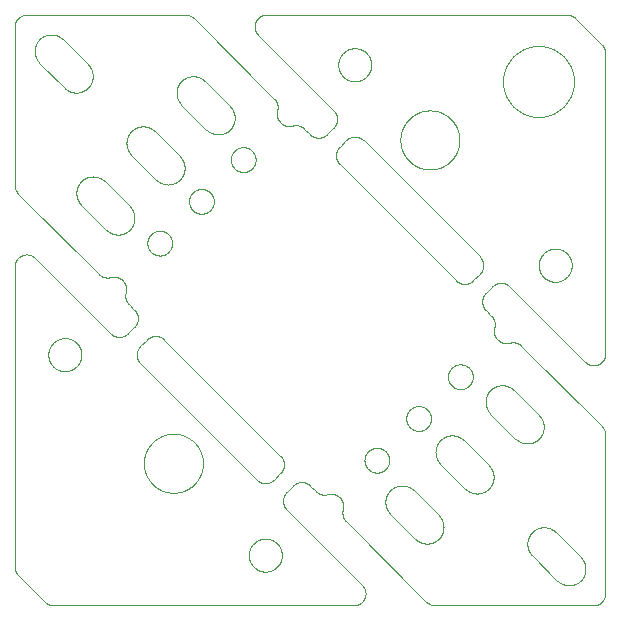
<source format=gbo>
G75*
%MOIN*%
%OFA0B0*%
%FSLAX25Y25*%
%IPPOS*%
%LPD*%
%AMOC8*
5,1,8,0,0,1.08239X$1,22.5*
%
%ADD10C,0.00000*%
D10*
X0011582Y0002753D02*
X0002753Y0011582D01*
X0001600Y0014366D02*
X0001600Y0114586D01*
X0001602Y0114710D01*
X0001608Y0114833D01*
X0001617Y0114956D01*
X0001631Y0115079D01*
X0001648Y0115202D01*
X0001670Y0115324D01*
X0001695Y0115445D01*
X0001724Y0115565D01*
X0001756Y0115684D01*
X0001793Y0115803D01*
X0001833Y0115920D01*
X0001876Y0116035D01*
X0001924Y0116150D01*
X0001975Y0116262D01*
X0002029Y0116373D01*
X0002087Y0116483D01*
X0002148Y0116590D01*
X0002213Y0116696D01*
X0002281Y0116799D01*
X0002352Y0116900D01*
X0002426Y0116999D01*
X0002503Y0117096D01*
X0002584Y0117190D01*
X0002667Y0117281D01*
X0002753Y0117370D01*
X0002842Y0117456D01*
X0002933Y0117539D01*
X0003027Y0117620D01*
X0003124Y0117697D01*
X0003223Y0117771D01*
X0003324Y0117842D01*
X0003427Y0117910D01*
X0003533Y0117975D01*
X0003640Y0118036D01*
X0003750Y0118094D01*
X0003861Y0118148D01*
X0003973Y0118199D01*
X0004088Y0118247D01*
X0004203Y0118290D01*
X0004320Y0118330D01*
X0004439Y0118367D01*
X0004558Y0118399D01*
X0004678Y0118428D01*
X0004799Y0118453D01*
X0004921Y0118475D01*
X0005044Y0118492D01*
X0005166Y0118506D01*
X0005290Y0118515D01*
X0005413Y0118521D01*
X0005537Y0118523D01*
X0005661Y0118521D01*
X0005784Y0118515D01*
X0005908Y0118506D01*
X0006030Y0118492D01*
X0006153Y0118475D01*
X0006275Y0118453D01*
X0006396Y0118428D01*
X0006516Y0118399D01*
X0006635Y0118367D01*
X0006754Y0118330D01*
X0006871Y0118290D01*
X0006986Y0118247D01*
X0007101Y0118199D01*
X0007213Y0118148D01*
X0007324Y0118094D01*
X0007434Y0118036D01*
X0007541Y0117975D01*
X0007647Y0117910D01*
X0007750Y0117842D01*
X0007851Y0117771D01*
X0007950Y0117697D01*
X0008047Y0117620D01*
X0008141Y0117539D01*
X0008232Y0117456D01*
X0008321Y0117370D01*
X0033475Y0092215D01*
X0033476Y0092216D02*
X0033567Y0092127D01*
X0033661Y0092041D01*
X0033758Y0091959D01*
X0033857Y0091879D01*
X0033959Y0091802D01*
X0034063Y0091728D01*
X0034169Y0091658D01*
X0034277Y0091591D01*
X0034387Y0091527D01*
X0034500Y0091467D01*
X0034614Y0091410D01*
X0034729Y0091357D01*
X0034846Y0091308D01*
X0034965Y0091262D01*
X0035085Y0091219D01*
X0035207Y0091181D01*
X0035329Y0091146D01*
X0035453Y0091115D01*
X0035577Y0091088D01*
X0035702Y0091064D01*
X0035828Y0091045D01*
X0035954Y0091029D01*
X0036081Y0091017D01*
X0036208Y0091009D01*
X0036335Y0091005D01*
X0036463Y0091005D01*
X0036590Y0091009D01*
X0036717Y0091017D01*
X0036844Y0091029D01*
X0036970Y0091045D01*
X0037096Y0091064D01*
X0037221Y0091088D01*
X0037345Y0091115D01*
X0037469Y0091146D01*
X0037591Y0091181D01*
X0037713Y0091219D01*
X0037833Y0091262D01*
X0037952Y0091308D01*
X0038069Y0091357D01*
X0038184Y0091410D01*
X0038298Y0091467D01*
X0038411Y0091527D01*
X0038521Y0091591D01*
X0038629Y0091658D01*
X0038735Y0091728D01*
X0038839Y0091802D01*
X0038941Y0091879D01*
X0039040Y0091959D01*
X0039137Y0092041D01*
X0039231Y0092127D01*
X0039322Y0092216D01*
X0039322Y0092215D02*
X0041424Y0094318D01*
X0041513Y0094409D01*
X0041599Y0094503D01*
X0041681Y0094600D01*
X0041761Y0094699D01*
X0041838Y0094801D01*
X0041912Y0094905D01*
X0041982Y0095011D01*
X0042049Y0095119D01*
X0042113Y0095229D01*
X0042173Y0095342D01*
X0042230Y0095456D01*
X0042283Y0095571D01*
X0042332Y0095688D01*
X0042378Y0095807D01*
X0042421Y0095927D01*
X0042459Y0096049D01*
X0042494Y0096171D01*
X0042525Y0096295D01*
X0042552Y0096419D01*
X0042576Y0096544D01*
X0042595Y0096670D01*
X0042611Y0096796D01*
X0042623Y0096923D01*
X0042631Y0097050D01*
X0042635Y0097177D01*
X0042635Y0097305D01*
X0042631Y0097432D01*
X0042623Y0097559D01*
X0042611Y0097686D01*
X0042595Y0097812D01*
X0042576Y0097938D01*
X0042552Y0098063D01*
X0042525Y0098187D01*
X0042494Y0098311D01*
X0042459Y0098433D01*
X0042421Y0098555D01*
X0042378Y0098675D01*
X0042332Y0098794D01*
X0042283Y0098911D01*
X0042230Y0099026D01*
X0042173Y0099140D01*
X0042113Y0099253D01*
X0042049Y0099363D01*
X0041982Y0099471D01*
X0041912Y0099577D01*
X0041838Y0099681D01*
X0041761Y0099783D01*
X0041681Y0099882D01*
X0041599Y0099979D01*
X0041513Y0100073D01*
X0041424Y0100164D01*
X0039586Y0102003D01*
X0039501Y0102091D01*
X0039418Y0102182D01*
X0039338Y0102276D01*
X0039261Y0102371D01*
X0039187Y0102470D01*
X0039117Y0102570D01*
X0039049Y0102673D01*
X0038985Y0102777D01*
X0038923Y0102884D01*
X0038866Y0102992D01*
X0038811Y0103103D01*
X0038761Y0103215D01*
X0038713Y0103328D01*
X0038670Y0103443D01*
X0038629Y0103559D01*
X0038593Y0103676D01*
X0038560Y0103795D01*
X0038531Y0103914D01*
X0038506Y0104034D01*
X0038484Y0104155D01*
X0038466Y0104277D01*
X0038452Y0104399D01*
X0038442Y0104521D01*
X0038436Y0104644D01*
X0038433Y0104767D01*
X0038434Y0104890D01*
X0038439Y0105013D01*
X0038448Y0105135D01*
X0038461Y0105257D01*
X0038478Y0105379D01*
X0038498Y0105500D01*
X0038522Y0105621D01*
X0038550Y0105740D01*
X0038582Y0105859D01*
X0038614Y0105982D01*
X0038643Y0106106D01*
X0038669Y0106231D01*
X0038690Y0106356D01*
X0038707Y0106482D01*
X0038721Y0106608D01*
X0038730Y0106735D01*
X0038736Y0106862D01*
X0038738Y0106989D01*
X0038736Y0107116D01*
X0038730Y0107243D01*
X0038720Y0107370D01*
X0038706Y0107497D01*
X0038689Y0107622D01*
X0038667Y0107748D01*
X0038642Y0107872D01*
X0038612Y0107996D01*
X0038579Y0108119D01*
X0038543Y0108241D01*
X0038502Y0108361D01*
X0038458Y0108480D01*
X0038410Y0108598D01*
X0038359Y0108715D01*
X0038304Y0108829D01*
X0038245Y0108942D01*
X0038183Y0109053D01*
X0038118Y0109162D01*
X0038050Y0109269D01*
X0037978Y0109374D01*
X0037903Y0109477D01*
X0037824Y0109577D01*
X0037743Y0109675D01*
X0037659Y0109770D01*
X0037572Y0109863D01*
X0037482Y0109953D01*
X0037389Y0110040D01*
X0037294Y0110124D01*
X0037196Y0110205D01*
X0037096Y0110284D01*
X0036993Y0110359D01*
X0036888Y0110431D01*
X0036781Y0110499D01*
X0036672Y0110564D01*
X0036561Y0110626D01*
X0036448Y0110685D01*
X0036334Y0110740D01*
X0036217Y0110791D01*
X0036099Y0110839D01*
X0035980Y0110883D01*
X0035860Y0110924D01*
X0035738Y0110960D01*
X0035615Y0110993D01*
X0035491Y0111023D01*
X0035367Y0111048D01*
X0035241Y0111070D01*
X0035116Y0111087D01*
X0034989Y0111101D01*
X0034862Y0111111D01*
X0034735Y0111117D01*
X0034608Y0111119D01*
X0034481Y0111117D01*
X0034354Y0111111D01*
X0034227Y0111102D01*
X0034101Y0111088D01*
X0033975Y0111071D01*
X0033849Y0111050D01*
X0033725Y0111024D01*
X0033601Y0110995D01*
X0033478Y0110963D01*
X0033359Y0110931D01*
X0033240Y0110903D01*
X0033119Y0110879D01*
X0032998Y0110859D01*
X0032876Y0110842D01*
X0032754Y0110829D01*
X0032632Y0110820D01*
X0032509Y0110815D01*
X0032386Y0110814D01*
X0032263Y0110817D01*
X0032140Y0110823D01*
X0032018Y0110833D01*
X0031896Y0110847D01*
X0031774Y0110865D01*
X0031653Y0110887D01*
X0031533Y0110912D01*
X0031414Y0110941D01*
X0031295Y0110974D01*
X0031178Y0111010D01*
X0031062Y0111051D01*
X0030947Y0111094D01*
X0030834Y0111142D01*
X0030722Y0111192D01*
X0030612Y0111247D01*
X0030503Y0111304D01*
X0030396Y0111366D01*
X0030292Y0111430D01*
X0030189Y0111497D01*
X0030089Y0111568D01*
X0029990Y0111642D01*
X0029895Y0111719D01*
X0029801Y0111799D01*
X0029710Y0111882D01*
X0029622Y0111967D01*
X0002753Y0138836D01*
X0001600Y0141620D02*
X0001600Y0194513D01*
X0001602Y0194637D01*
X0001608Y0194760D01*
X0001617Y0194884D01*
X0001631Y0195006D01*
X0001648Y0195129D01*
X0001670Y0195251D01*
X0001695Y0195372D01*
X0001724Y0195492D01*
X0001756Y0195611D01*
X0001793Y0195730D01*
X0001833Y0195847D01*
X0001876Y0195962D01*
X0001924Y0196077D01*
X0001975Y0196189D01*
X0002029Y0196300D01*
X0002087Y0196410D01*
X0002148Y0196517D01*
X0002213Y0196623D01*
X0002281Y0196726D01*
X0002352Y0196827D01*
X0002426Y0196926D01*
X0002503Y0197023D01*
X0002584Y0197117D01*
X0002667Y0197208D01*
X0002753Y0197297D01*
X0002842Y0197383D01*
X0002933Y0197466D01*
X0003027Y0197547D01*
X0003124Y0197624D01*
X0003223Y0197698D01*
X0003324Y0197769D01*
X0003427Y0197837D01*
X0003533Y0197902D01*
X0003640Y0197963D01*
X0003750Y0198021D01*
X0003861Y0198075D01*
X0003973Y0198126D01*
X0004088Y0198174D01*
X0004203Y0198217D01*
X0004320Y0198257D01*
X0004439Y0198294D01*
X0004558Y0198326D01*
X0004678Y0198355D01*
X0004799Y0198380D01*
X0004921Y0198402D01*
X0005044Y0198419D01*
X0005166Y0198433D01*
X0005290Y0198442D01*
X0005413Y0198448D01*
X0005537Y0198450D01*
X0058431Y0198450D01*
X0061215Y0197297D02*
X0088084Y0170428D01*
X0088084Y0170429D02*
X0088169Y0170341D01*
X0088252Y0170250D01*
X0088332Y0170156D01*
X0088409Y0170061D01*
X0088483Y0169962D01*
X0088554Y0169862D01*
X0088621Y0169759D01*
X0088685Y0169655D01*
X0088747Y0169548D01*
X0088804Y0169439D01*
X0088859Y0169329D01*
X0088909Y0169217D01*
X0088957Y0169104D01*
X0089000Y0168989D01*
X0089041Y0168873D01*
X0089077Y0168756D01*
X0089110Y0168637D01*
X0089139Y0168518D01*
X0089164Y0168398D01*
X0089186Y0168277D01*
X0089204Y0168155D01*
X0089218Y0168033D01*
X0089228Y0167911D01*
X0089234Y0167788D01*
X0089237Y0167665D01*
X0089236Y0167542D01*
X0089231Y0167419D01*
X0089222Y0167297D01*
X0089209Y0167175D01*
X0089192Y0167053D01*
X0089172Y0166932D01*
X0089148Y0166811D01*
X0089120Y0166692D01*
X0089088Y0166573D01*
X0089087Y0166572D02*
X0089055Y0166449D01*
X0089026Y0166325D01*
X0089000Y0166201D01*
X0088979Y0166075D01*
X0088962Y0165949D01*
X0088948Y0165823D01*
X0088939Y0165696D01*
X0088933Y0165569D01*
X0088931Y0165442D01*
X0088933Y0165315D01*
X0088939Y0165188D01*
X0088949Y0165061D01*
X0088963Y0164934D01*
X0088980Y0164809D01*
X0089002Y0164683D01*
X0089027Y0164559D01*
X0089057Y0164435D01*
X0089090Y0164312D01*
X0089126Y0164190D01*
X0089167Y0164070D01*
X0089211Y0163951D01*
X0089259Y0163833D01*
X0089310Y0163716D01*
X0089365Y0163602D01*
X0089424Y0163489D01*
X0089486Y0163378D01*
X0089551Y0163269D01*
X0089619Y0163162D01*
X0089691Y0163057D01*
X0089766Y0162954D01*
X0089845Y0162854D01*
X0089926Y0162756D01*
X0090010Y0162661D01*
X0090097Y0162568D01*
X0090187Y0162478D01*
X0090280Y0162391D01*
X0090375Y0162307D01*
X0090473Y0162226D01*
X0090573Y0162147D01*
X0090676Y0162072D01*
X0090781Y0162000D01*
X0090888Y0161932D01*
X0090997Y0161867D01*
X0091108Y0161805D01*
X0091221Y0161746D01*
X0091335Y0161691D01*
X0091452Y0161640D01*
X0091570Y0161592D01*
X0091689Y0161548D01*
X0091809Y0161507D01*
X0091931Y0161471D01*
X0092054Y0161438D01*
X0092178Y0161408D01*
X0092302Y0161383D01*
X0092428Y0161361D01*
X0092553Y0161344D01*
X0092680Y0161330D01*
X0092807Y0161320D01*
X0092934Y0161314D01*
X0093061Y0161312D01*
X0093188Y0161314D01*
X0093315Y0161320D01*
X0093442Y0161329D01*
X0093568Y0161343D01*
X0093694Y0161360D01*
X0093820Y0161381D01*
X0093944Y0161407D01*
X0094068Y0161436D01*
X0094191Y0161468D01*
X0094191Y0161469D02*
X0094310Y0161501D01*
X0094429Y0161529D01*
X0094550Y0161553D01*
X0094671Y0161573D01*
X0094793Y0161590D01*
X0094915Y0161603D01*
X0095037Y0161612D01*
X0095160Y0161617D01*
X0095283Y0161618D01*
X0095406Y0161615D01*
X0095529Y0161609D01*
X0095651Y0161599D01*
X0095773Y0161585D01*
X0095895Y0161567D01*
X0096016Y0161545D01*
X0096136Y0161520D01*
X0096255Y0161491D01*
X0096374Y0161458D01*
X0096491Y0161422D01*
X0096607Y0161381D01*
X0096722Y0161338D01*
X0096835Y0161290D01*
X0096947Y0161240D01*
X0097058Y0161185D01*
X0097166Y0161128D01*
X0097273Y0161066D01*
X0097377Y0161002D01*
X0097480Y0160935D01*
X0097580Y0160864D01*
X0097679Y0160790D01*
X0097774Y0160713D01*
X0097868Y0160633D01*
X0097959Y0160550D01*
X0098047Y0160465D01*
X0099886Y0158626D01*
X0099977Y0158537D01*
X0100071Y0158451D01*
X0100168Y0158369D01*
X0100267Y0158289D01*
X0100369Y0158212D01*
X0100473Y0158138D01*
X0100579Y0158068D01*
X0100687Y0158001D01*
X0100797Y0157937D01*
X0100910Y0157877D01*
X0101024Y0157820D01*
X0101139Y0157767D01*
X0101256Y0157718D01*
X0101375Y0157672D01*
X0101495Y0157629D01*
X0101617Y0157591D01*
X0101739Y0157556D01*
X0101863Y0157525D01*
X0101987Y0157498D01*
X0102112Y0157474D01*
X0102238Y0157455D01*
X0102364Y0157439D01*
X0102491Y0157427D01*
X0102618Y0157419D01*
X0102745Y0157415D01*
X0102873Y0157415D01*
X0103000Y0157419D01*
X0103127Y0157427D01*
X0103254Y0157439D01*
X0103380Y0157455D01*
X0103506Y0157474D01*
X0103631Y0157498D01*
X0103755Y0157525D01*
X0103879Y0157556D01*
X0104001Y0157591D01*
X0104123Y0157629D01*
X0104243Y0157672D01*
X0104362Y0157718D01*
X0104479Y0157767D01*
X0104594Y0157820D01*
X0104708Y0157877D01*
X0104821Y0157937D01*
X0104931Y0158001D01*
X0105039Y0158068D01*
X0105145Y0158138D01*
X0105249Y0158212D01*
X0105351Y0158289D01*
X0105450Y0158369D01*
X0105547Y0158451D01*
X0105641Y0158537D01*
X0105732Y0158626D01*
X0107835Y0160729D01*
X0107924Y0160820D01*
X0108010Y0160914D01*
X0108092Y0161011D01*
X0108172Y0161110D01*
X0108249Y0161212D01*
X0108323Y0161316D01*
X0108393Y0161422D01*
X0108460Y0161530D01*
X0108524Y0161640D01*
X0108584Y0161753D01*
X0108641Y0161867D01*
X0108694Y0161982D01*
X0108743Y0162099D01*
X0108789Y0162218D01*
X0108832Y0162338D01*
X0108870Y0162460D01*
X0108905Y0162582D01*
X0108936Y0162706D01*
X0108963Y0162830D01*
X0108987Y0162955D01*
X0109006Y0163081D01*
X0109022Y0163207D01*
X0109034Y0163334D01*
X0109042Y0163461D01*
X0109046Y0163588D01*
X0109046Y0163716D01*
X0109042Y0163843D01*
X0109034Y0163970D01*
X0109022Y0164097D01*
X0109006Y0164223D01*
X0108987Y0164349D01*
X0108963Y0164474D01*
X0108936Y0164598D01*
X0108905Y0164722D01*
X0108870Y0164844D01*
X0108832Y0164966D01*
X0108789Y0165086D01*
X0108743Y0165205D01*
X0108694Y0165322D01*
X0108641Y0165437D01*
X0108584Y0165551D01*
X0108524Y0165664D01*
X0108460Y0165774D01*
X0108393Y0165882D01*
X0108323Y0165988D01*
X0108249Y0166092D01*
X0108172Y0166194D01*
X0108092Y0166293D01*
X0108010Y0166390D01*
X0107924Y0166484D01*
X0107835Y0166575D01*
X0082680Y0191729D01*
X0082594Y0191818D01*
X0082511Y0191909D01*
X0082430Y0192003D01*
X0082353Y0192100D01*
X0082279Y0192199D01*
X0082208Y0192300D01*
X0082140Y0192403D01*
X0082075Y0192509D01*
X0082014Y0192616D01*
X0081956Y0192726D01*
X0081902Y0192837D01*
X0081851Y0192949D01*
X0081803Y0193064D01*
X0081760Y0193179D01*
X0081720Y0193296D01*
X0081683Y0193415D01*
X0081651Y0193534D01*
X0081622Y0193654D01*
X0081597Y0193775D01*
X0081575Y0193897D01*
X0081558Y0194020D01*
X0081544Y0194142D01*
X0081535Y0194266D01*
X0081529Y0194389D01*
X0081527Y0194513D01*
X0081529Y0194637D01*
X0081535Y0194760D01*
X0081544Y0194884D01*
X0081558Y0195006D01*
X0081575Y0195129D01*
X0081597Y0195251D01*
X0081622Y0195372D01*
X0081651Y0195492D01*
X0081683Y0195611D01*
X0081720Y0195730D01*
X0081760Y0195847D01*
X0081803Y0195962D01*
X0081851Y0196077D01*
X0081902Y0196189D01*
X0081956Y0196300D01*
X0082014Y0196410D01*
X0082075Y0196517D01*
X0082140Y0196623D01*
X0082208Y0196726D01*
X0082279Y0196827D01*
X0082353Y0196926D01*
X0082430Y0197023D01*
X0082511Y0197117D01*
X0082594Y0197208D01*
X0082680Y0197297D01*
X0082769Y0197383D01*
X0082860Y0197466D01*
X0082954Y0197547D01*
X0083051Y0197624D01*
X0083150Y0197698D01*
X0083251Y0197769D01*
X0083354Y0197837D01*
X0083460Y0197902D01*
X0083567Y0197963D01*
X0083677Y0198021D01*
X0083788Y0198075D01*
X0083900Y0198126D01*
X0084015Y0198174D01*
X0084130Y0198217D01*
X0084247Y0198257D01*
X0084366Y0198294D01*
X0084485Y0198326D01*
X0084605Y0198355D01*
X0084726Y0198380D01*
X0084848Y0198402D01*
X0084971Y0198419D01*
X0085093Y0198433D01*
X0085217Y0198442D01*
X0085340Y0198448D01*
X0085464Y0198450D01*
X0185684Y0198450D01*
X0188468Y0197297D02*
X0197297Y0188468D01*
X0198450Y0185684D02*
X0198450Y0085464D01*
X0198448Y0085340D01*
X0198442Y0085217D01*
X0198433Y0085094D01*
X0198419Y0084971D01*
X0198402Y0084848D01*
X0198380Y0084726D01*
X0198355Y0084605D01*
X0198326Y0084485D01*
X0198294Y0084366D01*
X0198257Y0084247D01*
X0198217Y0084130D01*
X0198174Y0084015D01*
X0198126Y0083900D01*
X0198075Y0083788D01*
X0198021Y0083677D01*
X0197963Y0083567D01*
X0197902Y0083460D01*
X0197837Y0083354D01*
X0197769Y0083251D01*
X0197698Y0083150D01*
X0197624Y0083051D01*
X0197547Y0082954D01*
X0197466Y0082860D01*
X0197383Y0082769D01*
X0197297Y0082680D01*
X0197208Y0082594D01*
X0197117Y0082511D01*
X0197023Y0082430D01*
X0196926Y0082353D01*
X0196827Y0082279D01*
X0196726Y0082208D01*
X0196623Y0082140D01*
X0196517Y0082075D01*
X0196410Y0082014D01*
X0196300Y0081956D01*
X0196189Y0081902D01*
X0196077Y0081851D01*
X0195962Y0081803D01*
X0195847Y0081760D01*
X0195730Y0081720D01*
X0195611Y0081683D01*
X0195492Y0081651D01*
X0195372Y0081622D01*
X0195251Y0081597D01*
X0195129Y0081575D01*
X0195006Y0081558D01*
X0194884Y0081544D01*
X0194760Y0081535D01*
X0194637Y0081529D01*
X0194513Y0081527D01*
X0194389Y0081529D01*
X0194266Y0081535D01*
X0194142Y0081544D01*
X0194020Y0081558D01*
X0193897Y0081575D01*
X0193775Y0081597D01*
X0193654Y0081622D01*
X0193534Y0081651D01*
X0193415Y0081683D01*
X0193296Y0081720D01*
X0193179Y0081760D01*
X0193064Y0081803D01*
X0192949Y0081851D01*
X0192837Y0081902D01*
X0192726Y0081956D01*
X0192616Y0082014D01*
X0192509Y0082075D01*
X0192403Y0082140D01*
X0192300Y0082208D01*
X0192199Y0082279D01*
X0192100Y0082353D01*
X0192003Y0082430D01*
X0191909Y0082511D01*
X0191818Y0082594D01*
X0191729Y0082680D01*
X0166575Y0107835D01*
X0166484Y0107924D01*
X0166390Y0108010D01*
X0166293Y0108092D01*
X0166194Y0108172D01*
X0166092Y0108249D01*
X0165988Y0108323D01*
X0165882Y0108393D01*
X0165774Y0108460D01*
X0165664Y0108524D01*
X0165551Y0108584D01*
X0165437Y0108641D01*
X0165322Y0108694D01*
X0165205Y0108743D01*
X0165086Y0108789D01*
X0164966Y0108832D01*
X0164844Y0108870D01*
X0164722Y0108905D01*
X0164598Y0108936D01*
X0164474Y0108963D01*
X0164349Y0108987D01*
X0164223Y0109006D01*
X0164097Y0109022D01*
X0163970Y0109034D01*
X0163843Y0109042D01*
X0163716Y0109046D01*
X0163588Y0109046D01*
X0163461Y0109042D01*
X0163334Y0109034D01*
X0163207Y0109022D01*
X0163081Y0109006D01*
X0162955Y0108987D01*
X0162830Y0108963D01*
X0162706Y0108936D01*
X0162582Y0108905D01*
X0162460Y0108870D01*
X0162338Y0108832D01*
X0162218Y0108789D01*
X0162099Y0108743D01*
X0161982Y0108694D01*
X0161867Y0108641D01*
X0161753Y0108584D01*
X0161640Y0108524D01*
X0161530Y0108460D01*
X0161422Y0108393D01*
X0161316Y0108323D01*
X0161212Y0108249D01*
X0161110Y0108172D01*
X0161011Y0108092D01*
X0160914Y0108010D01*
X0160820Y0107924D01*
X0160729Y0107835D01*
X0158626Y0105732D01*
X0158537Y0105641D01*
X0158451Y0105547D01*
X0158369Y0105450D01*
X0158289Y0105351D01*
X0158212Y0105249D01*
X0158138Y0105145D01*
X0158068Y0105039D01*
X0158001Y0104931D01*
X0157937Y0104821D01*
X0157877Y0104708D01*
X0157820Y0104594D01*
X0157767Y0104479D01*
X0157718Y0104362D01*
X0157672Y0104243D01*
X0157629Y0104123D01*
X0157591Y0104001D01*
X0157556Y0103879D01*
X0157525Y0103755D01*
X0157498Y0103631D01*
X0157474Y0103506D01*
X0157455Y0103380D01*
X0157439Y0103254D01*
X0157427Y0103127D01*
X0157419Y0103000D01*
X0157415Y0102873D01*
X0157415Y0102745D01*
X0157419Y0102618D01*
X0157427Y0102491D01*
X0157439Y0102364D01*
X0157455Y0102238D01*
X0157474Y0102112D01*
X0157498Y0101987D01*
X0157525Y0101863D01*
X0157556Y0101739D01*
X0157591Y0101617D01*
X0157629Y0101495D01*
X0157672Y0101375D01*
X0157718Y0101256D01*
X0157767Y0101139D01*
X0157820Y0101024D01*
X0157877Y0100910D01*
X0157937Y0100797D01*
X0158001Y0100687D01*
X0158068Y0100579D01*
X0158138Y0100473D01*
X0158212Y0100369D01*
X0158289Y0100267D01*
X0158369Y0100168D01*
X0158451Y0100071D01*
X0158537Y0099977D01*
X0158626Y0099886D01*
X0160465Y0098047D01*
X0160550Y0097959D01*
X0160633Y0097868D01*
X0160713Y0097774D01*
X0160790Y0097679D01*
X0160864Y0097580D01*
X0160934Y0097480D01*
X0161002Y0097377D01*
X0161066Y0097273D01*
X0161128Y0097166D01*
X0161185Y0097058D01*
X0161240Y0096947D01*
X0161290Y0096835D01*
X0161338Y0096722D01*
X0161381Y0096607D01*
X0161422Y0096491D01*
X0161458Y0096374D01*
X0161491Y0096255D01*
X0161520Y0096136D01*
X0161545Y0096016D01*
X0161567Y0095895D01*
X0161585Y0095773D01*
X0161599Y0095651D01*
X0161609Y0095529D01*
X0161615Y0095406D01*
X0161618Y0095283D01*
X0161617Y0095160D01*
X0161612Y0095037D01*
X0161603Y0094915D01*
X0161590Y0094793D01*
X0161573Y0094671D01*
X0161553Y0094550D01*
X0161529Y0094429D01*
X0161501Y0094310D01*
X0161469Y0094191D01*
X0161468Y0094191D02*
X0161436Y0094068D01*
X0161407Y0093944D01*
X0161381Y0093820D01*
X0161360Y0093694D01*
X0161343Y0093568D01*
X0161329Y0093442D01*
X0161320Y0093315D01*
X0161314Y0093188D01*
X0161312Y0093061D01*
X0161314Y0092934D01*
X0161320Y0092807D01*
X0161330Y0092680D01*
X0161344Y0092553D01*
X0161361Y0092428D01*
X0161383Y0092302D01*
X0161408Y0092178D01*
X0161438Y0092054D01*
X0161471Y0091931D01*
X0161507Y0091809D01*
X0161548Y0091689D01*
X0161592Y0091570D01*
X0161640Y0091452D01*
X0161691Y0091335D01*
X0161746Y0091221D01*
X0161805Y0091108D01*
X0161867Y0090997D01*
X0161932Y0090888D01*
X0162000Y0090781D01*
X0162072Y0090676D01*
X0162147Y0090573D01*
X0162226Y0090473D01*
X0162307Y0090375D01*
X0162391Y0090280D01*
X0162478Y0090187D01*
X0162568Y0090097D01*
X0162661Y0090010D01*
X0162756Y0089926D01*
X0162854Y0089845D01*
X0162954Y0089766D01*
X0163057Y0089691D01*
X0163162Y0089619D01*
X0163269Y0089551D01*
X0163378Y0089486D01*
X0163489Y0089424D01*
X0163602Y0089365D01*
X0163716Y0089310D01*
X0163833Y0089259D01*
X0163951Y0089211D01*
X0164070Y0089167D01*
X0164190Y0089126D01*
X0164312Y0089090D01*
X0164435Y0089057D01*
X0164559Y0089027D01*
X0164683Y0089002D01*
X0164809Y0088980D01*
X0164934Y0088963D01*
X0165061Y0088949D01*
X0165188Y0088939D01*
X0165315Y0088933D01*
X0165442Y0088931D01*
X0165569Y0088933D01*
X0165696Y0088939D01*
X0165823Y0088948D01*
X0165949Y0088962D01*
X0166075Y0088979D01*
X0166201Y0089000D01*
X0166325Y0089026D01*
X0166449Y0089055D01*
X0166572Y0089087D01*
X0166572Y0089088D02*
X0166691Y0089120D01*
X0166810Y0089148D01*
X0166931Y0089172D01*
X0167052Y0089192D01*
X0167174Y0089209D01*
X0167296Y0089222D01*
X0167418Y0089231D01*
X0167541Y0089236D01*
X0167664Y0089237D01*
X0167787Y0089234D01*
X0167910Y0089228D01*
X0168032Y0089218D01*
X0168154Y0089204D01*
X0168276Y0089186D01*
X0168397Y0089164D01*
X0168517Y0089139D01*
X0168636Y0089110D01*
X0168755Y0089077D01*
X0168872Y0089041D01*
X0168988Y0089000D01*
X0169103Y0088957D01*
X0169216Y0088909D01*
X0169328Y0088859D01*
X0169438Y0088804D01*
X0169547Y0088747D01*
X0169654Y0088685D01*
X0169758Y0088621D01*
X0169861Y0088554D01*
X0169961Y0088483D01*
X0170060Y0088409D01*
X0170155Y0088332D01*
X0170249Y0088252D01*
X0170340Y0088169D01*
X0170428Y0088084D01*
X0197297Y0061215D01*
X0198450Y0058431D02*
X0198450Y0005537D01*
X0198448Y0005413D01*
X0198442Y0005290D01*
X0198433Y0005166D01*
X0198419Y0005044D01*
X0198402Y0004921D01*
X0198380Y0004799D01*
X0198355Y0004678D01*
X0198326Y0004558D01*
X0198294Y0004439D01*
X0198257Y0004320D01*
X0198217Y0004203D01*
X0198174Y0004088D01*
X0198126Y0003973D01*
X0198075Y0003861D01*
X0198021Y0003750D01*
X0197963Y0003640D01*
X0197902Y0003533D01*
X0197837Y0003427D01*
X0197769Y0003324D01*
X0197698Y0003223D01*
X0197624Y0003124D01*
X0197547Y0003027D01*
X0197466Y0002933D01*
X0197383Y0002842D01*
X0197297Y0002753D01*
X0197208Y0002667D01*
X0197117Y0002584D01*
X0197023Y0002503D01*
X0196926Y0002426D01*
X0196827Y0002352D01*
X0196726Y0002281D01*
X0196623Y0002213D01*
X0196517Y0002148D01*
X0196410Y0002087D01*
X0196300Y0002029D01*
X0196189Y0001975D01*
X0196077Y0001924D01*
X0195962Y0001876D01*
X0195847Y0001833D01*
X0195730Y0001793D01*
X0195611Y0001756D01*
X0195492Y0001724D01*
X0195372Y0001695D01*
X0195251Y0001670D01*
X0195129Y0001648D01*
X0195006Y0001631D01*
X0194884Y0001617D01*
X0194760Y0001608D01*
X0194637Y0001602D01*
X0194513Y0001600D01*
X0141620Y0001600D01*
X0138836Y0002753D02*
X0111967Y0029622D01*
X0111882Y0029710D01*
X0111799Y0029801D01*
X0111719Y0029895D01*
X0111642Y0029990D01*
X0111568Y0030089D01*
X0111497Y0030189D01*
X0111430Y0030292D01*
X0111366Y0030396D01*
X0111304Y0030503D01*
X0111247Y0030612D01*
X0111192Y0030722D01*
X0111142Y0030834D01*
X0111094Y0030947D01*
X0111051Y0031062D01*
X0111010Y0031178D01*
X0110974Y0031295D01*
X0110941Y0031414D01*
X0110912Y0031533D01*
X0110887Y0031653D01*
X0110865Y0031774D01*
X0110847Y0031896D01*
X0110833Y0032018D01*
X0110823Y0032140D01*
X0110817Y0032263D01*
X0110814Y0032386D01*
X0110815Y0032509D01*
X0110820Y0032632D01*
X0110829Y0032754D01*
X0110842Y0032876D01*
X0110859Y0032998D01*
X0110879Y0033119D01*
X0110903Y0033240D01*
X0110931Y0033359D01*
X0110963Y0033478D01*
X0110995Y0033601D01*
X0111024Y0033725D01*
X0111050Y0033849D01*
X0111071Y0033975D01*
X0111088Y0034101D01*
X0111102Y0034227D01*
X0111111Y0034354D01*
X0111117Y0034481D01*
X0111119Y0034608D01*
X0111117Y0034735D01*
X0111111Y0034862D01*
X0111101Y0034989D01*
X0111087Y0035116D01*
X0111070Y0035241D01*
X0111048Y0035367D01*
X0111023Y0035491D01*
X0110993Y0035615D01*
X0110960Y0035738D01*
X0110924Y0035860D01*
X0110883Y0035980D01*
X0110839Y0036099D01*
X0110791Y0036217D01*
X0110740Y0036334D01*
X0110685Y0036448D01*
X0110626Y0036561D01*
X0110564Y0036672D01*
X0110499Y0036781D01*
X0110431Y0036888D01*
X0110359Y0036993D01*
X0110284Y0037096D01*
X0110205Y0037196D01*
X0110124Y0037294D01*
X0110040Y0037389D01*
X0109953Y0037482D01*
X0109863Y0037572D01*
X0109770Y0037659D01*
X0109675Y0037743D01*
X0109577Y0037824D01*
X0109477Y0037903D01*
X0109374Y0037978D01*
X0109269Y0038050D01*
X0109162Y0038118D01*
X0109053Y0038183D01*
X0108942Y0038245D01*
X0108829Y0038304D01*
X0108715Y0038359D01*
X0108598Y0038410D01*
X0108480Y0038458D01*
X0108361Y0038502D01*
X0108241Y0038543D01*
X0108119Y0038579D01*
X0107996Y0038612D01*
X0107872Y0038642D01*
X0107748Y0038667D01*
X0107622Y0038689D01*
X0107497Y0038706D01*
X0107370Y0038720D01*
X0107243Y0038730D01*
X0107116Y0038736D01*
X0106989Y0038738D01*
X0106862Y0038736D01*
X0106735Y0038730D01*
X0106608Y0038721D01*
X0106482Y0038707D01*
X0106356Y0038690D01*
X0106230Y0038669D01*
X0106106Y0038643D01*
X0105982Y0038614D01*
X0105859Y0038582D01*
X0105740Y0038550D01*
X0105621Y0038522D01*
X0105500Y0038498D01*
X0105379Y0038478D01*
X0105257Y0038461D01*
X0105135Y0038448D01*
X0105013Y0038439D01*
X0104890Y0038434D01*
X0104767Y0038433D01*
X0104644Y0038436D01*
X0104521Y0038442D01*
X0104399Y0038452D01*
X0104277Y0038466D01*
X0104155Y0038484D01*
X0104034Y0038506D01*
X0103914Y0038531D01*
X0103795Y0038560D01*
X0103676Y0038593D01*
X0103559Y0038629D01*
X0103443Y0038670D01*
X0103328Y0038713D01*
X0103215Y0038761D01*
X0103103Y0038811D01*
X0102992Y0038866D01*
X0102884Y0038923D01*
X0102777Y0038985D01*
X0102673Y0039049D01*
X0102570Y0039116D01*
X0102470Y0039187D01*
X0102371Y0039261D01*
X0102276Y0039338D01*
X0102182Y0039418D01*
X0102091Y0039501D01*
X0102003Y0039586D01*
X0100164Y0041424D01*
X0100073Y0041513D01*
X0099979Y0041599D01*
X0099882Y0041681D01*
X0099783Y0041761D01*
X0099681Y0041838D01*
X0099577Y0041912D01*
X0099471Y0041982D01*
X0099363Y0042049D01*
X0099253Y0042113D01*
X0099140Y0042173D01*
X0099026Y0042230D01*
X0098911Y0042283D01*
X0098794Y0042332D01*
X0098675Y0042378D01*
X0098555Y0042421D01*
X0098433Y0042459D01*
X0098311Y0042494D01*
X0098187Y0042525D01*
X0098063Y0042552D01*
X0097938Y0042576D01*
X0097812Y0042595D01*
X0097686Y0042611D01*
X0097559Y0042623D01*
X0097432Y0042631D01*
X0097305Y0042635D01*
X0097177Y0042635D01*
X0097050Y0042631D01*
X0096923Y0042623D01*
X0096796Y0042611D01*
X0096670Y0042595D01*
X0096544Y0042576D01*
X0096419Y0042552D01*
X0096295Y0042525D01*
X0096171Y0042494D01*
X0096049Y0042459D01*
X0095927Y0042421D01*
X0095807Y0042378D01*
X0095688Y0042332D01*
X0095571Y0042283D01*
X0095456Y0042230D01*
X0095342Y0042173D01*
X0095229Y0042113D01*
X0095119Y0042049D01*
X0095011Y0041982D01*
X0094905Y0041912D01*
X0094801Y0041838D01*
X0094699Y0041761D01*
X0094600Y0041681D01*
X0094503Y0041599D01*
X0094409Y0041513D01*
X0094318Y0041424D01*
X0092215Y0039322D01*
X0092216Y0039322D02*
X0092127Y0039231D01*
X0092041Y0039137D01*
X0091959Y0039040D01*
X0091879Y0038941D01*
X0091802Y0038839D01*
X0091728Y0038735D01*
X0091658Y0038629D01*
X0091591Y0038521D01*
X0091527Y0038411D01*
X0091467Y0038298D01*
X0091410Y0038184D01*
X0091357Y0038069D01*
X0091308Y0037952D01*
X0091262Y0037833D01*
X0091219Y0037713D01*
X0091181Y0037591D01*
X0091146Y0037469D01*
X0091115Y0037345D01*
X0091088Y0037221D01*
X0091064Y0037096D01*
X0091045Y0036970D01*
X0091029Y0036844D01*
X0091017Y0036717D01*
X0091009Y0036590D01*
X0091005Y0036463D01*
X0091005Y0036335D01*
X0091009Y0036208D01*
X0091017Y0036081D01*
X0091029Y0035954D01*
X0091045Y0035828D01*
X0091064Y0035702D01*
X0091088Y0035577D01*
X0091115Y0035453D01*
X0091146Y0035329D01*
X0091181Y0035207D01*
X0091219Y0035085D01*
X0091262Y0034965D01*
X0091308Y0034846D01*
X0091357Y0034729D01*
X0091410Y0034614D01*
X0091467Y0034500D01*
X0091527Y0034387D01*
X0091591Y0034277D01*
X0091658Y0034169D01*
X0091728Y0034063D01*
X0091802Y0033959D01*
X0091879Y0033857D01*
X0091959Y0033758D01*
X0092041Y0033661D01*
X0092127Y0033567D01*
X0092216Y0033476D01*
X0092215Y0033475D02*
X0117370Y0008321D01*
X0117456Y0008232D01*
X0117539Y0008141D01*
X0117620Y0008047D01*
X0117697Y0007950D01*
X0117771Y0007851D01*
X0117842Y0007750D01*
X0117910Y0007647D01*
X0117975Y0007541D01*
X0118036Y0007434D01*
X0118094Y0007324D01*
X0118148Y0007213D01*
X0118199Y0007101D01*
X0118247Y0006986D01*
X0118290Y0006871D01*
X0118330Y0006754D01*
X0118367Y0006635D01*
X0118399Y0006516D01*
X0118428Y0006396D01*
X0118453Y0006275D01*
X0118475Y0006153D01*
X0118492Y0006030D01*
X0118506Y0005908D01*
X0118515Y0005784D01*
X0118521Y0005661D01*
X0118523Y0005537D01*
X0118521Y0005413D01*
X0118515Y0005290D01*
X0118506Y0005166D01*
X0118492Y0005044D01*
X0118475Y0004921D01*
X0118453Y0004799D01*
X0118428Y0004678D01*
X0118399Y0004558D01*
X0118367Y0004439D01*
X0118330Y0004320D01*
X0118290Y0004203D01*
X0118247Y0004088D01*
X0118199Y0003973D01*
X0118148Y0003861D01*
X0118094Y0003750D01*
X0118036Y0003640D01*
X0117975Y0003533D01*
X0117910Y0003427D01*
X0117842Y0003324D01*
X0117771Y0003223D01*
X0117697Y0003124D01*
X0117620Y0003027D01*
X0117539Y0002933D01*
X0117456Y0002842D01*
X0117370Y0002753D01*
X0117281Y0002667D01*
X0117190Y0002584D01*
X0117096Y0002503D01*
X0116999Y0002426D01*
X0116900Y0002352D01*
X0116799Y0002281D01*
X0116696Y0002213D01*
X0116590Y0002148D01*
X0116483Y0002087D01*
X0116373Y0002029D01*
X0116262Y0001975D01*
X0116150Y0001924D01*
X0116035Y0001876D01*
X0115920Y0001833D01*
X0115803Y0001793D01*
X0115684Y0001756D01*
X0115565Y0001724D01*
X0115445Y0001695D01*
X0115324Y0001670D01*
X0115202Y0001648D01*
X0115079Y0001631D01*
X0114957Y0001617D01*
X0114833Y0001608D01*
X0114710Y0001602D01*
X0114586Y0001600D01*
X0014366Y0001600D01*
X0014242Y0001602D01*
X0014119Y0001608D01*
X0013995Y0001617D01*
X0013873Y0001631D01*
X0013750Y0001648D01*
X0013628Y0001670D01*
X0013507Y0001695D01*
X0013387Y0001724D01*
X0013268Y0001756D01*
X0013149Y0001793D01*
X0013032Y0001833D01*
X0012917Y0001876D01*
X0012802Y0001924D01*
X0012690Y0001975D01*
X0012579Y0002029D01*
X0012469Y0002087D01*
X0012362Y0002148D01*
X0012256Y0002213D01*
X0012153Y0002281D01*
X0012052Y0002352D01*
X0011953Y0002426D01*
X0011856Y0002503D01*
X0011762Y0002584D01*
X0011671Y0002667D01*
X0011582Y0002753D01*
X0002753Y0011582D02*
X0002667Y0011671D01*
X0002584Y0011762D01*
X0002503Y0011856D01*
X0002426Y0011953D01*
X0002352Y0012052D01*
X0002281Y0012153D01*
X0002213Y0012256D01*
X0002148Y0012362D01*
X0002087Y0012469D01*
X0002029Y0012579D01*
X0001975Y0012690D01*
X0001924Y0012802D01*
X0001876Y0012917D01*
X0001833Y0013032D01*
X0001793Y0013149D01*
X0001756Y0013268D01*
X0001724Y0013387D01*
X0001695Y0013507D01*
X0001670Y0013628D01*
X0001648Y0013750D01*
X0001631Y0013873D01*
X0001617Y0013995D01*
X0001608Y0014119D01*
X0001602Y0014242D01*
X0001600Y0014366D01*
X0044651Y0048926D02*
X0044654Y0049168D01*
X0044663Y0049409D01*
X0044678Y0049650D01*
X0044698Y0049891D01*
X0044725Y0050131D01*
X0044758Y0050370D01*
X0044796Y0050609D01*
X0044840Y0050846D01*
X0044890Y0051083D01*
X0044946Y0051318D01*
X0045008Y0051551D01*
X0045075Y0051783D01*
X0045148Y0052014D01*
X0045226Y0052242D01*
X0045311Y0052468D01*
X0045400Y0052693D01*
X0045495Y0052915D01*
X0045596Y0053134D01*
X0045702Y0053352D01*
X0045813Y0053566D01*
X0045930Y0053778D01*
X0046051Y0053986D01*
X0046178Y0054192D01*
X0046310Y0054394D01*
X0046447Y0054594D01*
X0046588Y0054789D01*
X0046734Y0054982D01*
X0046885Y0055170D01*
X0047041Y0055355D01*
X0047201Y0055536D01*
X0047365Y0055713D01*
X0047534Y0055886D01*
X0047707Y0056055D01*
X0047884Y0056219D01*
X0048065Y0056379D01*
X0048250Y0056535D01*
X0048438Y0056686D01*
X0048631Y0056832D01*
X0048826Y0056973D01*
X0049026Y0057110D01*
X0049228Y0057242D01*
X0049434Y0057369D01*
X0049642Y0057490D01*
X0049854Y0057607D01*
X0050068Y0057718D01*
X0050286Y0057824D01*
X0050505Y0057925D01*
X0050727Y0058020D01*
X0050952Y0058109D01*
X0051178Y0058194D01*
X0051406Y0058272D01*
X0051637Y0058345D01*
X0051869Y0058412D01*
X0052102Y0058474D01*
X0052337Y0058530D01*
X0052574Y0058580D01*
X0052811Y0058624D01*
X0053050Y0058662D01*
X0053289Y0058695D01*
X0053529Y0058722D01*
X0053770Y0058742D01*
X0054011Y0058757D01*
X0054252Y0058766D01*
X0054494Y0058769D01*
X0054736Y0058766D01*
X0054977Y0058757D01*
X0055218Y0058742D01*
X0055459Y0058722D01*
X0055699Y0058695D01*
X0055938Y0058662D01*
X0056177Y0058624D01*
X0056414Y0058580D01*
X0056651Y0058530D01*
X0056886Y0058474D01*
X0057119Y0058412D01*
X0057351Y0058345D01*
X0057582Y0058272D01*
X0057810Y0058194D01*
X0058036Y0058109D01*
X0058261Y0058020D01*
X0058483Y0057925D01*
X0058702Y0057824D01*
X0058920Y0057718D01*
X0059134Y0057607D01*
X0059346Y0057490D01*
X0059554Y0057369D01*
X0059760Y0057242D01*
X0059962Y0057110D01*
X0060162Y0056973D01*
X0060357Y0056832D01*
X0060550Y0056686D01*
X0060738Y0056535D01*
X0060923Y0056379D01*
X0061104Y0056219D01*
X0061281Y0056055D01*
X0061454Y0055886D01*
X0061623Y0055713D01*
X0061787Y0055536D01*
X0061947Y0055355D01*
X0062103Y0055170D01*
X0062254Y0054982D01*
X0062400Y0054789D01*
X0062541Y0054594D01*
X0062678Y0054394D01*
X0062810Y0054192D01*
X0062937Y0053986D01*
X0063058Y0053778D01*
X0063175Y0053566D01*
X0063286Y0053352D01*
X0063392Y0053134D01*
X0063493Y0052915D01*
X0063588Y0052693D01*
X0063677Y0052468D01*
X0063762Y0052242D01*
X0063840Y0052014D01*
X0063913Y0051783D01*
X0063980Y0051551D01*
X0064042Y0051318D01*
X0064098Y0051083D01*
X0064148Y0050846D01*
X0064192Y0050609D01*
X0064230Y0050370D01*
X0064263Y0050131D01*
X0064290Y0049891D01*
X0064310Y0049650D01*
X0064325Y0049409D01*
X0064334Y0049168D01*
X0064337Y0048926D01*
X0064334Y0048684D01*
X0064325Y0048443D01*
X0064310Y0048202D01*
X0064290Y0047961D01*
X0064263Y0047721D01*
X0064230Y0047482D01*
X0064192Y0047243D01*
X0064148Y0047006D01*
X0064098Y0046769D01*
X0064042Y0046534D01*
X0063980Y0046301D01*
X0063913Y0046069D01*
X0063840Y0045838D01*
X0063762Y0045610D01*
X0063677Y0045384D01*
X0063588Y0045159D01*
X0063493Y0044937D01*
X0063392Y0044718D01*
X0063286Y0044500D01*
X0063175Y0044286D01*
X0063058Y0044074D01*
X0062937Y0043866D01*
X0062810Y0043660D01*
X0062678Y0043458D01*
X0062541Y0043258D01*
X0062400Y0043063D01*
X0062254Y0042870D01*
X0062103Y0042682D01*
X0061947Y0042497D01*
X0061787Y0042316D01*
X0061623Y0042139D01*
X0061454Y0041966D01*
X0061281Y0041797D01*
X0061104Y0041633D01*
X0060923Y0041473D01*
X0060738Y0041317D01*
X0060550Y0041166D01*
X0060357Y0041020D01*
X0060162Y0040879D01*
X0059962Y0040742D01*
X0059760Y0040610D01*
X0059554Y0040483D01*
X0059346Y0040362D01*
X0059134Y0040245D01*
X0058920Y0040134D01*
X0058702Y0040028D01*
X0058483Y0039927D01*
X0058261Y0039832D01*
X0058036Y0039743D01*
X0057810Y0039658D01*
X0057582Y0039580D01*
X0057351Y0039507D01*
X0057119Y0039440D01*
X0056886Y0039378D01*
X0056651Y0039322D01*
X0056414Y0039272D01*
X0056177Y0039228D01*
X0055938Y0039190D01*
X0055699Y0039157D01*
X0055459Y0039130D01*
X0055218Y0039110D01*
X0054977Y0039095D01*
X0054736Y0039086D01*
X0054494Y0039083D01*
X0054252Y0039086D01*
X0054011Y0039095D01*
X0053770Y0039110D01*
X0053529Y0039130D01*
X0053289Y0039157D01*
X0053050Y0039190D01*
X0052811Y0039228D01*
X0052574Y0039272D01*
X0052337Y0039322D01*
X0052102Y0039378D01*
X0051869Y0039440D01*
X0051637Y0039507D01*
X0051406Y0039580D01*
X0051178Y0039658D01*
X0050952Y0039743D01*
X0050727Y0039832D01*
X0050505Y0039927D01*
X0050286Y0040028D01*
X0050068Y0040134D01*
X0049854Y0040245D01*
X0049642Y0040362D01*
X0049434Y0040483D01*
X0049228Y0040610D01*
X0049026Y0040742D01*
X0048826Y0040879D01*
X0048631Y0041020D01*
X0048438Y0041166D01*
X0048250Y0041317D01*
X0048065Y0041473D01*
X0047884Y0041633D01*
X0047707Y0041797D01*
X0047534Y0041966D01*
X0047365Y0042139D01*
X0047201Y0042316D01*
X0047041Y0042497D01*
X0046885Y0042682D01*
X0046734Y0042870D01*
X0046588Y0043063D01*
X0046447Y0043258D01*
X0046310Y0043458D01*
X0046178Y0043660D01*
X0046051Y0043866D01*
X0045930Y0044074D01*
X0045813Y0044286D01*
X0045702Y0044500D01*
X0045596Y0044718D01*
X0045495Y0044937D01*
X0045400Y0045159D01*
X0045311Y0045384D01*
X0045226Y0045610D01*
X0045148Y0045838D01*
X0045075Y0046069D01*
X0045008Y0046301D01*
X0044946Y0046534D01*
X0044890Y0046769D01*
X0044840Y0047006D01*
X0044796Y0047243D01*
X0044758Y0047482D01*
X0044725Y0047721D01*
X0044698Y0047961D01*
X0044678Y0048202D01*
X0044663Y0048443D01*
X0044654Y0048684D01*
X0044651Y0048926D01*
X0043497Y0082193D02*
X0082193Y0043497D01*
X0082194Y0043498D02*
X0082285Y0043409D01*
X0082379Y0043323D01*
X0082476Y0043241D01*
X0082575Y0043161D01*
X0082677Y0043084D01*
X0082781Y0043010D01*
X0082887Y0042940D01*
X0082995Y0042873D01*
X0083105Y0042809D01*
X0083218Y0042749D01*
X0083332Y0042692D01*
X0083447Y0042639D01*
X0083564Y0042590D01*
X0083683Y0042544D01*
X0083803Y0042501D01*
X0083925Y0042463D01*
X0084047Y0042428D01*
X0084171Y0042397D01*
X0084295Y0042370D01*
X0084420Y0042346D01*
X0084546Y0042327D01*
X0084672Y0042311D01*
X0084799Y0042299D01*
X0084926Y0042291D01*
X0085053Y0042287D01*
X0085181Y0042287D01*
X0085308Y0042291D01*
X0085435Y0042299D01*
X0085562Y0042311D01*
X0085688Y0042327D01*
X0085814Y0042346D01*
X0085939Y0042370D01*
X0086063Y0042397D01*
X0086187Y0042428D01*
X0086309Y0042463D01*
X0086431Y0042501D01*
X0086551Y0042544D01*
X0086670Y0042590D01*
X0086787Y0042639D01*
X0086902Y0042692D01*
X0087016Y0042749D01*
X0087129Y0042809D01*
X0087239Y0042873D01*
X0087347Y0042940D01*
X0087453Y0043010D01*
X0087557Y0043084D01*
X0087659Y0043161D01*
X0087758Y0043241D01*
X0087855Y0043323D01*
X0087949Y0043409D01*
X0088040Y0043498D01*
X0088040Y0043497D02*
X0090142Y0045600D01*
X0090231Y0045691D01*
X0090317Y0045785D01*
X0090399Y0045882D01*
X0090479Y0045981D01*
X0090556Y0046083D01*
X0090630Y0046187D01*
X0090700Y0046293D01*
X0090767Y0046401D01*
X0090831Y0046511D01*
X0090891Y0046624D01*
X0090948Y0046738D01*
X0091001Y0046853D01*
X0091050Y0046970D01*
X0091096Y0047089D01*
X0091139Y0047209D01*
X0091177Y0047331D01*
X0091212Y0047453D01*
X0091243Y0047577D01*
X0091270Y0047701D01*
X0091294Y0047826D01*
X0091313Y0047952D01*
X0091329Y0048078D01*
X0091341Y0048205D01*
X0091349Y0048332D01*
X0091353Y0048459D01*
X0091353Y0048587D01*
X0091349Y0048714D01*
X0091341Y0048841D01*
X0091329Y0048968D01*
X0091313Y0049094D01*
X0091294Y0049220D01*
X0091270Y0049345D01*
X0091243Y0049469D01*
X0091212Y0049593D01*
X0091177Y0049715D01*
X0091139Y0049837D01*
X0091096Y0049957D01*
X0091050Y0050076D01*
X0091001Y0050193D01*
X0090948Y0050308D01*
X0090891Y0050422D01*
X0090831Y0050535D01*
X0090767Y0050645D01*
X0090700Y0050753D01*
X0090630Y0050859D01*
X0090556Y0050963D01*
X0090479Y0051065D01*
X0090399Y0051164D01*
X0090317Y0051261D01*
X0090231Y0051355D01*
X0090142Y0051446D01*
X0051446Y0090142D01*
X0051355Y0090231D01*
X0051261Y0090317D01*
X0051164Y0090399D01*
X0051065Y0090479D01*
X0050963Y0090556D01*
X0050859Y0090630D01*
X0050753Y0090700D01*
X0050645Y0090767D01*
X0050535Y0090831D01*
X0050422Y0090891D01*
X0050308Y0090948D01*
X0050193Y0091001D01*
X0050076Y0091050D01*
X0049957Y0091096D01*
X0049837Y0091139D01*
X0049715Y0091177D01*
X0049593Y0091212D01*
X0049469Y0091243D01*
X0049345Y0091270D01*
X0049220Y0091294D01*
X0049094Y0091313D01*
X0048968Y0091329D01*
X0048841Y0091341D01*
X0048714Y0091349D01*
X0048587Y0091353D01*
X0048459Y0091353D01*
X0048332Y0091349D01*
X0048205Y0091341D01*
X0048078Y0091329D01*
X0047952Y0091313D01*
X0047826Y0091294D01*
X0047701Y0091270D01*
X0047577Y0091243D01*
X0047453Y0091212D01*
X0047331Y0091177D01*
X0047209Y0091139D01*
X0047089Y0091096D01*
X0046970Y0091050D01*
X0046853Y0091001D01*
X0046738Y0090948D01*
X0046624Y0090891D01*
X0046511Y0090831D01*
X0046401Y0090767D01*
X0046293Y0090700D01*
X0046187Y0090630D01*
X0046083Y0090556D01*
X0045981Y0090479D01*
X0045882Y0090399D01*
X0045785Y0090317D01*
X0045691Y0090231D01*
X0045600Y0090142D01*
X0043497Y0088040D01*
X0043498Y0088040D02*
X0043409Y0087949D01*
X0043323Y0087855D01*
X0043241Y0087758D01*
X0043161Y0087659D01*
X0043084Y0087557D01*
X0043010Y0087453D01*
X0042940Y0087347D01*
X0042873Y0087239D01*
X0042809Y0087129D01*
X0042749Y0087016D01*
X0042692Y0086902D01*
X0042639Y0086787D01*
X0042590Y0086670D01*
X0042544Y0086551D01*
X0042501Y0086431D01*
X0042463Y0086309D01*
X0042428Y0086187D01*
X0042397Y0086063D01*
X0042370Y0085939D01*
X0042346Y0085814D01*
X0042327Y0085688D01*
X0042311Y0085562D01*
X0042299Y0085435D01*
X0042291Y0085308D01*
X0042287Y0085181D01*
X0042287Y0085053D01*
X0042291Y0084926D01*
X0042299Y0084799D01*
X0042311Y0084672D01*
X0042327Y0084546D01*
X0042346Y0084420D01*
X0042370Y0084295D01*
X0042397Y0084171D01*
X0042428Y0084047D01*
X0042463Y0083925D01*
X0042501Y0083803D01*
X0042544Y0083683D01*
X0042590Y0083564D01*
X0042639Y0083447D01*
X0042692Y0083332D01*
X0042749Y0083218D01*
X0042809Y0083105D01*
X0042873Y0082995D01*
X0042940Y0082887D01*
X0043010Y0082781D01*
X0043084Y0082677D01*
X0043161Y0082575D01*
X0043241Y0082476D01*
X0043323Y0082379D01*
X0043409Y0082285D01*
X0043498Y0082194D01*
X0012791Y0085117D02*
X0012793Y0085265D01*
X0012799Y0085413D01*
X0012809Y0085561D01*
X0012823Y0085708D01*
X0012841Y0085855D01*
X0012862Y0086001D01*
X0012888Y0086147D01*
X0012918Y0086292D01*
X0012951Y0086436D01*
X0012989Y0086579D01*
X0013030Y0086721D01*
X0013075Y0086862D01*
X0013123Y0087002D01*
X0013176Y0087141D01*
X0013232Y0087278D01*
X0013292Y0087413D01*
X0013355Y0087547D01*
X0013422Y0087679D01*
X0013493Y0087809D01*
X0013567Y0087937D01*
X0013644Y0088063D01*
X0013725Y0088187D01*
X0013809Y0088309D01*
X0013896Y0088428D01*
X0013987Y0088545D01*
X0014081Y0088660D01*
X0014177Y0088772D01*
X0014277Y0088882D01*
X0014379Y0088988D01*
X0014485Y0089092D01*
X0014593Y0089193D01*
X0014704Y0089291D01*
X0014817Y0089387D01*
X0014933Y0089479D01*
X0015051Y0089568D01*
X0015172Y0089653D01*
X0015295Y0089736D01*
X0015420Y0089815D01*
X0015547Y0089891D01*
X0015676Y0089963D01*
X0015807Y0090032D01*
X0015940Y0090097D01*
X0016075Y0090158D01*
X0016211Y0090216D01*
X0016348Y0090271D01*
X0016487Y0090321D01*
X0016628Y0090368D01*
X0016769Y0090411D01*
X0016912Y0090451D01*
X0017056Y0090486D01*
X0017200Y0090518D01*
X0017346Y0090545D01*
X0017492Y0090569D01*
X0017639Y0090589D01*
X0017786Y0090605D01*
X0017933Y0090617D01*
X0018081Y0090625D01*
X0018229Y0090629D01*
X0018377Y0090629D01*
X0018525Y0090625D01*
X0018673Y0090617D01*
X0018820Y0090605D01*
X0018967Y0090589D01*
X0019114Y0090569D01*
X0019260Y0090545D01*
X0019406Y0090518D01*
X0019550Y0090486D01*
X0019694Y0090451D01*
X0019837Y0090411D01*
X0019978Y0090368D01*
X0020119Y0090321D01*
X0020258Y0090271D01*
X0020395Y0090216D01*
X0020531Y0090158D01*
X0020666Y0090097D01*
X0020799Y0090032D01*
X0020930Y0089963D01*
X0021059Y0089891D01*
X0021186Y0089815D01*
X0021311Y0089736D01*
X0021434Y0089653D01*
X0021555Y0089568D01*
X0021673Y0089479D01*
X0021789Y0089387D01*
X0021902Y0089291D01*
X0022013Y0089193D01*
X0022121Y0089092D01*
X0022227Y0088988D01*
X0022329Y0088882D01*
X0022429Y0088772D01*
X0022525Y0088660D01*
X0022619Y0088545D01*
X0022710Y0088428D01*
X0022797Y0088309D01*
X0022881Y0088187D01*
X0022962Y0088063D01*
X0023039Y0087937D01*
X0023113Y0087809D01*
X0023184Y0087679D01*
X0023251Y0087547D01*
X0023314Y0087413D01*
X0023374Y0087278D01*
X0023430Y0087141D01*
X0023483Y0087002D01*
X0023531Y0086862D01*
X0023576Y0086721D01*
X0023617Y0086579D01*
X0023655Y0086436D01*
X0023688Y0086292D01*
X0023718Y0086147D01*
X0023744Y0086001D01*
X0023765Y0085855D01*
X0023783Y0085708D01*
X0023797Y0085561D01*
X0023807Y0085413D01*
X0023813Y0085265D01*
X0023815Y0085117D01*
X0023813Y0084969D01*
X0023807Y0084821D01*
X0023797Y0084673D01*
X0023783Y0084526D01*
X0023765Y0084379D01*
X0023744Y0084233D01*
X0023718Y0084087D01*
X0023688Y0083942D01*
X0023655Y0083798D01*
X0023617Y0083655D01*
X0023576Y0083513D01*
X0023531Y0083372D01*
X0023483Y0083232D01*
X0023430Y0083093D01*
X0023374Y0082956D01*
X0023314Y0082821D01*
X0023251Y0082687D01*
X0023184Y0082555D01*
X0023113Y0082425D01*
X0023039Y0082297D01*
X0022962Y0082171D01*
X0022881Y0082047D01*
X0022797Y0081925D01*
X0022710Y0081806D01*
X0022619Y0081689D01*
X0022525Y0081574D01*
X0022429Y0081462D01*
X0022329Y0081352D01*
X0022227Y0081246D01*
X0022121Y0081142D01*
X0022013Y0081041D01*
X0021902Y0080943D01*
X0021789Y0080847D01*
X0021673Y0080755D01*
X0021555Y0080666D01*
X0021434Y0080581D01*
X0021311Y0080498D01*
X0021186Y0080419D01*
X0021059Y0080343D01*
X0020930Y0080271D01*
X0020799Y0080202D01*
X0020666Y0080137D01*
X0020531Y0080076D01*
X0020395Y0080018D01*
X0020258Y0079963D01*
X0020119Y0079913D01*
X0019978Y0079866D01*
X0019837Y0079823D01*
X0019694Y0079783D01*
X0019550Y0079748D01*
X0019406Y0079716D01*
X0019260Y0079689D01*
X0019114Y0079665D01*
X0018967Y0079645D01*
X0018820Y0079629D01*
X0018673Y0079617D01*
X0018525Y0079609D01*
X0018377Y0079605D01*
X0018229Y0079605D01*
X0018081Y0079609D01*
X0017933Y0079617D01*
X0017786Y0079629D01*
X0017639Y0079645D01*
X0017492Y0079665D01*
X0017346Y0079689D01*
X0017200Y0079716D01*
X0017056Y0079748D01*
X0016912Y0079783D01*
X0016769Y0079823D01*
X0016628Y0079866D01*
X0016487Y0079913D01*
X0016348Y0079963D01*
X0016211Y0080018D01*
X0016075Y0080076D01*
X0015940Y0080137D01*
X0015807Y0080202D01*
X0015676Y0080271D01*
X0015547Y0080343D01*
X0015420Y0080419D01*
X0015295Y0080498D01*
X0015172Y0080581D01*
X0015051Y0080666D01*
X0014933Y0080755D01*
X0014817Y0080847D01*
X0014704Y0080943D01*
X0014593Y0081041D01*
X0014485Y0081142D01*
X0014379Y0081246D01*
X0014277Y0081352D01*
X0014177Y0081462D01*
X0014081Y0081574D01*
X0013987Y0081689D01*
X0013896Y0081806D01*
X0013809Y0081925D01*
X0013725Y0082047D01*
X0013644Y0082171D01*
X0013567Y0082297D01*
X0013493Y0082425D01*
X0013422Y0082555D01*
X0013355Y0082687D01*
X0013292Y0082821D01*
X0013232Y0082956D01*
X0013176Y0083093D01*
X0013123Y0083232D01*
X0013075Y0083372D01*
X0013030Y0083513D01*
X0012989Y0083655D01*
X0012951Y0083798D01*
X0012918Y0083942D01*
X0012888Y0084087D01*
X0012862Y0084233D01*
X0012841Y0084379D01*
X0012823Y0084526D01*
X0012809Y0084673D01*
X0012799Y0084821D01*
X0012793Y0084969D01*
X0012791Y0085117D01*
X0045781Y0122296D02*
X0045783Y0122424D01*
X0045789Y0122552D01*
X0045799Y0122679D01*
X0045813Y0122807D01*
X0045830Y0122933D01*
X0045852Y0123059D01*
X0045878Y0123185D01*
X0045907Y0123309D01*
X0045940Y0123433D01*
X0045977Y0123555D01*
X0046018Y0123676D01*
X0046063Y0123796D01*
X0046111Y0123915D01*
X0046163Y0124032D01*
X0046219Y0124147D01*
X0046278Y0124261D01*
X0046340Y0124372D01*
X0046406Y0124482D01*
X0046475Y0124589D01*
X0046548Y0124695D01*
X0046624Y0124798D01*
X0046703Y0124898D01*
X0046785Y0124997D01*
X0046870Y0125092D01*
X0046958Y0125185D01*
X0047049Y0125275D01*
X0047142Y0125362D01*
X0047239Y0125447D01*
X0047337Y0125528D01*
X0047439Y0125606D01*
X0047542Y0125681D01*
X0047648Y0125753D01*
X0047756Y0125822D01*
X0047866Y0125887D01*
X0047979Y0125948D01*
X0048093Y0126007D01*
X0048208Y0126061D01*
X0048326Y0126112D01*
X0048444Y0126160D01*
X0048565Y0126203D01*
X0048686Y0126243D01*
X0048809Y0126279D01*
X0048933Y0126312D01*
X0049058Y0126340D01*
X0049183Y0126365D01*
X0049309Y0126385D01*
X0049436Y0126402D01*
X0049564Y0126415D01*
X0049691Y0126424D01*
X0049819Y0126429D01*
X0049947Y0126430D01*
X0050075Y0126427D01*
X0050203Y0126420D01*
X0050330Y0126409D01*
X0050457Y0126394D01*
X0050584Y0126376D01*
X0050710Y0126353D01*
X0050835Y0126326D01*
X0050959Y0126296D01*
X0051082Y0126262D01*
X0051205Y0126224D01*
X0051326Y0126182D01*
X0051445Y0126136D01*
X0051563Y0126087D01*
X0051680Y0126034D01*
X0051795Y0125978D01*
X0051908Y0125918D01*
X0052019Y0125855D01*
X0052128Y0125788D01*
X0052235Y0125718D01*
X0052340Y0125644D01*
X0052442Y0125568D01*
X0052542Y0125488D01*
X0052640Y0125405D01*
X0052735Y0125319D01*
X0052827Y0125230D01*
X0052916Y0125139D01*
X0053003Y0125045D01*
X0053086Y0124948D01*
X0053167Y0124848D01*
X0053244Y0124747D01*
X0053319Y0124642D01*
X0053390Y0124536D01*
X0053457Y0124427D01*
X0053522Y0124317D01*
X0053582Y0124204D01*
X0053640Y0124090D01*
X0053693Y0123974D01*
X0053743Y0123856D01*
X0053790Y0123737D01*
X0053833Y0123616D01*
X0053872Y0123494D01*
X0053907Y0123371D01*
X0053938Y0123247D01*
X0053966Y0123122D01*
X0053989Y0122996D01*
X0054009Y0122870D01*
X0054025Y0122743D01*
X0054037Y0122616D01*
X0054045Y0122488D01*
X0054049Y0122360D01*
X0054049Y0122232D01*
X0054045Y0122104D01*
X0054037Y0121976D01*
X0054025Y0121849D01*
X0054009Y0121722D01*
X0053989Y0121596D01*
X0053966Y0121470D01*
X0053938Y0121345D01*
X0053907Y0121221D01*
X0053872Y0121098D01*
X0053833Y0120976D01*
X0053790Y0120855D01*
X0053743Y0120736D01*
X0053693Y0120618D01*
X0053640Y0120502D01*
X0053582Y0120388D01*
X0053522Y0120275D01*
X0053457Y0120165D01*
X0053390Y0120056D01*
X0053319Y0119950D01*
X0053244Y0119845D01*
X0053167Y0119744D01*
X0053086Y0119644D01*
X0053003Y0119547D01*
X0052916Y0119453D01*
X0052827Y0119362D01*
X0052735Y0119273D01*
X0052640Y0119187D01*
X0052542Y0119104D01*
X0052442Y0119024D01*
X0052340Y0118948D01*
X0052235Y0118874D01*
X0052128Y0118804D01*
X0052019Y0118737D01*
X0051908Y0118674D01*
X0051795Y0118614D01*
X0051680Y0118558D01*
X0051563Y0118505D01*
X0051445Y0118456D01*
X0051326Y0118410D01*
X0051205Y0118368D01*
X0051082Y0118330D01*
X0050959Y0118296D01*
X0050835Y0118266D01*
X0050710Y0118239D01*
X0050584Y0118216D01*
X0050457Y0118198D01*
X0050330Y0118183D01*
X0050203Y0118172D01*
X0050075Y0118165D01*
X0049947Y0118162D01*
X0049819Y0118163D01*
X0049691Y0118168D01*
X0049564Y0118177D01*
X0049436Y0118190D01*
X0049309Y0118207D01*
X0049183Y0118227D01*
X0049058Y0118252D01*
X0048933Y0118280D01*
X0048809Y0118313D01*
X0048686Y0118349D01*
X0048565Y0118389D01*
X0048444Y0118432D01*
X0048326Y0118480D01*
X0048208Y0118531D01*
X0048093Y0118585D01*
X0047979Y0118644D01*
X0047866Y0118705D01*
X0047756Y0118770D01*
X0047648Y0118839D01*
X0047542Y0118911D01*
X0047439Y0118986D01*
X0047337Y0119064D01*
X0047239Y0119145D01*
X0047142Y0119230D01*
X0047049Y0119317D01*
X0046958Y0119407D01*
X0046870Y0119500D01*
X0046785Y0119595D01*
X0046703Y0119694D01*
X0046624Y0119794D01*
X0046548Y0119897D01*
X0046475Y0120003D01*
X0046406Y0120110D01*
X0046340Y0120220D01*
X0046278Y0120331D01*
X0046219Y0120445D01*
X0046163Y0120560D01*
X0046111Y0120677D01*
X0046063Y0120796D01*
X0046018Y0120916D01*
X0045977Y0121037D01*
X0045940Y0121159D01*
X0045907Y0121283D01*
X0045878Y0121407D01*
X0045852Y0121533D01*
X0045830Y0121659D01*
X0045813Y0121785D01*
X0045799Y0121913D01*
X0045789Y0122040D01*
X0045783Y0122168D01*
X0045781Y0122296D01*
X0039894Y0134546D02*
X0039996Y0134440D01*
X0040095Y0134333D01*
X0040192Y0134222D01*
X0040286Y0134109D01*
X0040376Y0133994D01*
X0040464Y0133876D01*
X0040548Y0133756D01*
X0040629Y0133634D01*
X0040707Y0133509D01*
X0040782Y0133383D01*
X0040853Y0133254D01*
X0040920Y0133124D01*
X0040985Y0132992D01*
X0041045Y0132859D01*
X0041102Y0132723D01*
X0041156Y0132587D01*
X0041206Y0132449D01*
X0041252Y0132309D01*
X0041294Y0132169D01*
X0041333Y0132027D01*
X0041367Y0131885D01*
X0041398Y0131741D01*
X0041426Y0131597D01*
X0041449Y0131452D01*
X0041468Y0131307D01*
X0041484Y0131161D01*
X0041496Y0131015D01*
X0041504Y0130868D01*
X0041508Y0130721D01*
X0041508Y0130575D01*
X0041504Y0130428D01*
X0041496Y0130281D01*
X0041484Y0130135D01*
X0041468Y0129989D01*
X0041449Y0129844D01*
X0041426Y0129699D01*
X0041398Y0129555D01*
X0041367Y0129411D01*
X0041333Y0129269D01*
X0041294Y0129127D01*
X0041252Y0128987D01*
X0041206Y0128847D01*
X0041156Y0128709D01*
X0041102Y0128573D01*
X0041045Y0128437D01*
X0040985Y0128304D01*
X0040920Y0128172D01*
X0040853Y0128042D01*
X0040782Y0127913D01*
X0040707Y0127787D01*
X0040629Y0127662D01*
X0040548Y0127540D01*
X0040464Y0127420D01*
X0040376Y0127302D01*
X0040286Y0127187D01*
X0040192Y0127074D01*
X0040095Y0126963D01*
X0039996Y0126856D01*
X0039894Y0126750D01*
X0039788Y0126648D01*
X0039681Y0126549D01*
X0039570Y0126452D01*
X0039457Y0126358D01*
X0039342Y0126268D01*
X0039224Y0126180D01*
X0039104Y0126096D01*
X0038982Y0126015D01*
X0038857Y0125937D01*
X0038731Y0125862D01*
X0038602Y0125791D01*
X0038472Y0125724D01*
X0038340Y0125659D01*
X0038207Y0125599D01*
X0038071Y0125542D01*
X0037935Y0125488D01*
X0037797Y0125438D01*
X0037657Y0125392D01*
X0037517Y0125350D01*
X0037375Y0125311D01*
X0037233Y0125277D01*
X0037089Y0125246D01*
X0036945Y0125218D01*
X0036800Y0125195D01*
X0036655Y0125176D01*
X0036509Y0125160D01*
X0036363Y0125148D01*
X0036216Y0125140D01*
X0036069Y0125136D01*
X0035923Y0125136D01*
X0035776Y0125140D01*
X0035629Y0125148D01*
X0035483Y0125160D01*
X0035337Y0125176D01*
X0035192Y0125195D01*
X0035047Y0125218D01*
X0034903Y0125246D01*
X0034759Y0125277D01*
X0034617Y0125311D01*
X0034475Y0125350D01*
X0034335Y0125392D01*
X0034195Y0125438D01*
X0034057Y0125488D01*
X0033921Y0125542D01*
X0033785Y0125599D01*
X0033652Y0125659D01*
X0033520Y0125724D01*
X0033390Y0125791D01*
X0033261Y0125862D01*
X0033135Y0125937D01*
X0033010Y0126015D01*
X0032888Y0126096D01*
X0032768Y0126180D01*
X0032650Y0126268D01*
X0032535Y0126358D01*
X0032422Y0126452D01*
X0032311Y0126549D01*
X0032204Y0126648D01*
X0032098Y0126750D01*
X0032098Y0126751D02*
X0023747Y0135102D01*
X0023746Y0135102D02*
X0023643Y0135208D01*
X0023543Y0135317D01*
X0023445Y0135429D01*
X0023351Y0135543D01*
X0023260Y0135659D01*
X0023172Y0135778D01*
X0023087Y0135899D01*
X0023005Y0136023D01*
X0022927Y0136148D01*
X0022852Y0136276D01*
X0022781Y0136406D01*
X0022713Y0136537D01*
X0022648Y0136671D01*
X0022588Y0136806D01*
X0022531Y0136942D01*
X0022477Y0137080D01*
X0022427Y0137219D01*
X0022382Y0137360D01*
X0022339Y0137502D01*
X0022301Y0137645D01*
X0022267Y0137789D01*
X0022236Y0137934D01*
X0022209Y0138079D01*
X0022187Y0138226D01*
X0022168Y0138372D01*
X0022153Y0138520D01*
X0022142Y0138667D01*
X0022135Y0138815D01*
X0022132Y0138963D01*
X0022133Y0139111D01*
X0022138Y0139259D01*
X0022147Y0139407D01*
X0022160Y0139554D01*
X0022177Y0139701D01*
X0022198Y0139848D01*
X0022222Y0139994D01*
X0022251Y0140139D01*
X0022283Y0140283D01*
X0022320Y0140427D01*
X0022360Y0140569D01*
X0022404Y0140710D01*
X0022452Y0140850D01*
X0022503Y0140989D01*
X0022559Y0141126D01*
X0022618Y0141262D01*
X0022680Y0141396D01*
X0022746Y0141529D01*
X0022816Y0141659D01*
X0022889Y0141788D01*
X0022966Y0141915D01*
X0023046Y0142039D01*
X0023129Y0142162D01*
X0023215Y0142282D01*
X0023305Y0142399D01*
X0023398Y0142515D01*
X0023494Y0142627D01*
X0023593Y0142737D01*
X0023694Y0142845D01*
X0023799Y0142950D01*
X0023907Y0143051D01*
X0024017Y0143150D01*
X0024129Y0143246D01*
X0024245Y0143339D01*
X0024362Y0143429D01*
X0024482Y0143515D01*
X0024605Y0143598D01*
X0024729Y0143678D01*
X0024856Y0143755D01*
X0024985Y0143828D01*
X0025115Y0143898D01*
X0025248Y0143964D01*
X0025382Y0144026D01*
X0025518Y0144085D01*
X0025655Y0144141D01*
X0025794Y0144192D01*
X0025934Y0144240D01*
X0026075Y0144284D01*
X0026217Y0144324D01*
X0026361Y0144361D01*
X0026505Y0144393D01*
X0026650Y0144422D01*
X0026796Y0144446D01*
X0026943Y0144467D01*
X0027090Y0144484D01*
X0027237Y0144497D01*
X0027385Y0144506D01*
X0027533Y0144511D01*
X0027681Y0144512D01*
X0027829Y0144509D01*
X0027977Y0144502D01*
X0028124Y0144491D01*
X0028272Y0144476D01*
X0028418Y0144457D01*
X0028565Y0144435D01*
X0028710Y0144408D01*
X0028855Y0144377D01*
X0028999Y0144343D01*
X0029142Y0144305D01*
X0029284Y0144262D01*
X0029425Y0144216D01*
X0029564Y0144167D01*
X0029702Y0144113D01*
X0029839Y0144056D01*
X0029973Y0143996D01*
X0030107Y0143931D01*
X0030238Y0143863D01*
X0030368Y0143792D01*
X0030496Y0143717D01*
X0030621Y0143639D01*
X0030745Y0143557D01*
X0030866Y0143472D01*
X0030985Y0143384D01*
X0031101Y0143293D01*
X0031215Y0143199D01*
X0031327Y0143101D01*
X0031436Y0143001D01*
X0031542Y0142898D01*
X0031542Y0142897D02*
X0039893Y0134545D01*
X0048802Y0143454D02*
X0040450Y0151805D01*
X0040449Y0151805D02*
X0040347Y0151911D01*
X0040248Y0152018D01*
X0040151Y0152129D01*
X0040057Y0152242D01*
X0039967Y0152357D01*
X0039879Y0152475D01*
X0039795Y0152595D01*
X0039714Y0152717D01*
X0039636Y0152842D01*
X0039561Y0152968D01*
X0039490Y0153097D01*
X0039423Y0153227D01*
X0039358Y0153359D01*
X0039298Y0153492D01*
X0039241Y0153628D01*
X0039187Y0153764D01*
X0039137Y0153902D01*
X0039091Y0154042D01*
X0039049Y0154182D01*
X0039010Y0154324D01*
X0038976Y0154466D01*
X0038945Y0154610D01*
X0038917Y0154754D01*
X0038894Y0154899D01*
X0038875Y0155044D01*
X0038859Y0155190D01*
X0038847Y0155336D01*
X0038839Y0155483D01*
X0038835Y0155630D01*
X0038835Y0155776D01*
X0038839Y0155923D01*
X0038847Y0156070D01*
X0038859Y0156216D01*
X0038875Y0156362D01*
X0038894Y0156507D01*
X0038917Y0156652D01*
X0038945Y0156796D01*
X0038976Y0156940D01*
X0039010Y0157082D01*
X0039049Y0157224D01*
X0039091Y0157364D01*
X0039137Y0157504D01*
X0039187Y0157642D01*
X0039241Y0157778D01*
X0039298Y0157914D01*
X0039358Y0158047D01*
X0039423Y0158179D01*
X0039490Y0158309D01*
X0039561Y0158438D01*
X0039636Y0158564D01*
X0039714Y0158689D01*
X0039795Y0158811D01*
X0039879Y0158931D01*
X0039967Y0159049D01*
X0040057Y0159164D01*
X0040151Y0159277D01*
X0040248Y0159388D01*
X0040347Y0159495D01*
X0040449Y0159601D01*
X0040555Y0159703D01*
X0040662Y0159802D01*
X0040773Y0159899D01*
X0040886Y0159993D01*
X0041001Y0160083D01*
X0041119Y0160171D01*
X0041239Y0160255D01*
X0041361Y0160336D01*
X0041486Y0160414D01*
X0041612Y0160489D01*
X0041741Y0160560D01*
X0041871Y0160627D01*
X0042003Y0160692D01*
X0042136Y0160752D01*
X0042272Y0160809D01*
X0042408Y0160863D01*
X0042546Y0160913D01*
X0042686Y0160959D01*
X0042826Y0161001D01*
X0042968Y0161040D01*
X0043110Y0161074D01*
X0043254Y0161105D01*
X0043398Y0161133D01*
X0043543Y0161156D01*
X0043688Y0161175D01*
X0043834Y0161191D01*
X0043980Y0161203D01*
X0044127Y0161211D01*
X0044274Y0161215D01*
X0044420Y0161215D01*
X0044567Y0161211D01*
X0044714Y0161203D01*
X0044860Y0161191D01*
X0045006Y0161175D01*
X0045151Y0161156D01*
X0045296Y0161133D01*
X0045440Y0161105D01*
X0045584Y0161074D01*
X0045726Y0161040D01*
X0045868Y0161001D01*
X0046008Y0160959D01*
X0046148Y0160913D01*
X0046286Y0160863D01*
X0046422Y0160809D01*
X0046558Y0160752D01*
X0046691Y0160692D01*
X0046823Y0160627D01*
X0046953Y0160560D01*
X0047082Y0160489D01*
X0047208Y0160414D01*
X0047333Y0160336D01*
X0047455Y0160255D01*
X0047575Y0160171D01*
X0047693Y0160083D01*
X0047808Y0159993D01*
X0047921Y0159899D01*
X0048032Y0159802D01*
X0048139Y0159703D01*
X0048245Y0159601D01*
X0048245Y0159600D02*
X0056597Y0151249D01*
X0056699Y0151143D01*
X0056798Y0151036D01*
X0056895Y0150925D01*
X0056989Y0150812D01*
X0057079Y0150697D01*
X0057167Y0150579D01*
X0057251Y0150459D01*
X0057332Y0150337D01*
X0057410Y0150212D01*
X0057485Y0150086D01*
X0057556Y0149957D01*
X0057623Y0149827D01*
X0057688Y0149695D01*
X0057748Y0149562D01*
X0057805Y0149426D01*
X0057859Y0149290D01*
X0057909Y0149152D01*
X0057955Y0149012D01*
X0057997Y0148872D01*
X0058036Y0148730D01*
X0058070Y0148588D01*
X0058101Y0148444D01*
X0058129Y0148300D01*
X0058152Y0148155D01*
X0058171Y0148010D01*
X0058187Y0147864D01*
X0058199Y0147718D01*
X0058207Y0147571D01*
X0058211Y0147424D01*
X0058211Y0147278D01*
X0058207Y0147131D01*
X0058199Y0146984D01*
X0058187Y0146838D01*
X0058171Y0146692D01*
X0058152Y0146547D01*
X0058129Y0146402D01*
X0058101Y0146258D01*
X0058070Y0146114D01*
X0058036Y0145972D01*
X0057997Y0145830D01*
X0057955Y0145690D01*
X0057909Y0145550D01*
X0057859Y0145412D01*
X0057805Y0145276D01*
X0057748Y0145140D01*
X0057688Y0145007D01*
X0057623Y0144875D01*
X0057556Y0144745D01*
X0057485Y0144616D01*
X0057410Y0144490D01*
X0057332Y0144365D01*
X0057251Y0144243D01*
X0057167Y0144123D01*
X0057079Y0144005D01*
X0056989Y0143890D01*
X0056895Y0143777D01*
X0056798Y0143666D01*
X0056699Y0143559D01*
X0056597Y0143453D01*
X0056491Y0143351D01*
X0056384Y0143252D01*
X0056273Y0143155D01*
X0056160Y0143061D01*
X0056045Y0142971D01*
X0055927Y0142883D01*
X0055807Y0142799D01*
X0055685Y0142718D01*
X0055560Y0142640D01*
X0055434Y0142565D01*
X0055305Y0142494D01*
X0055175Y0142427D01*
X0055043Y0142362D01*
X0054910Y0142302D01*
X0054774Y0142245D01*
X0054638Y0142191D01*
X0054500Y0142141D01*
X0054360Y0142095D01*
X0054220Y0142053D01*
X0054078Y0142014D01*
X0053936Y0141980D01*
X0053792Y0141949D01*
X0053648Y0141921D01*
X0053503Y0141898D01*
X0053358Y0141879D01*
X0053212Y0141863D01*
X0053066Y0141851D01*
X0052919Y0141843D01*
X0052772Y0141839D01*
X0052626Y0141839D01*
X0052479Y0141843D01*
X0052332Y0141851D01*
X0052186Y0141863D01*
X0052040Y0141879D01*
X0051895Y0141898D01*
X0051750Y0141921D01*
X0051606Y0141949D01*
X0051462Y0141980D01*
X0051320Y0142014D01*
X0051178Y0142053D01*
X0051038Y0142095D01*
X0050898Y0142141D01*
X0050760Y0142191D01*
X0050624Y0142245D01*
X0050488Y0142302D01*
X0050355Y0142362D01*
X0050223Y0142427D01*
X0050093Y0142494D01*
X0049964Y0142565D01*
X0049838Y0142640D01*
X0049713Y0142718D01*
X0049591Y0142799D01*
X0049471Y0142883D01*
X0049353Y0142971D01*
X0049238Y0143061D01*
X0049125Y0143155D01*
X0049014Y0143252D01*
X0048907Y0143351D01*
X0048801Y0143453D01*
X0059701Y0136216D02*
X0059703Y0136344D01*
X0059709Y0136472D01*
X0059719Y0136599D01*
X0059733Y0136727D01*
X0059750Y0136853D01*
X0059772Y0136979D01*
X0059798Y0137105D01*
X0059827Y0137229D01*
X0059860Y0137353D01*
X0059897Y0137475D01*
X0059938Y0137596D01*
X0059983Y0137716D01*
X0060031Y0137835D01*
X0060083Y0137952D01*
X0060139Y0138067D01*
X0060198Y0138181D01*
X0060260Y0138292D01*
X0060326Y0138402D01*
X0060395Y0138509D01*
X0060468Y0138615D01*
X0060544Y0138718D01*
X0060623Y0138818D01*
X0060705Y0138917D01*
X0060790Y0139012D01*
X0060878Y0139105D01*
X0060969Y0139195D01*
X0061062Y0139282D01*
X0061159Y0139367D01*
X0061257Y0139448D01*
X0061359Y0139526D01*
X0061462Y0139601D01*
X0061568Y0139673D01*
X0061676Y0139742D01*
X0061786Y0139807D01*
X0061899Y0139868D01*
X0062013Y0139927D01*
X0062128Y0139981D01*
X0062246Y0140032D01*
X0062364Y0140080D01*
X0062485Y0140123D01*
X0062606Y0140163D01*
X0062729Y0140199D01*
X0062853Y0140232D01*
X0062978Y0140260D01*
X0063103Y0140285D01*
X0063229Y0140305D01*
X0063356Y0140322D01*
X0063484Y0140335D01*
X0063611Y0140344D01*
X0063739Y0140349D01*
X0063867Y0140350D01*
X0063995Y0140347D01*
X0064123Y0140340D01*
X0064250Y0140329D01*
X0064377Y0140314D01*
X0064504Y0140296D01*
X0064630Y0140273D01*
X0064755Y0140246D01*
X0064879Y0140216D01*
X0065002Y0140182D01*
X0065125Y0140144D01*
X0065246Y0140102D01*
X0065365Y0140056D01*
X0065483Y0140007D01*
X0065600Y0139954D01*
X0065715Y0139898D01*
X0065828Y0139838D01*
X0065939Y0139775D01*
X0066048Y0139708D01*
X0066155Y0139638D01*
X0066260Y0139564D01*
X0066362Y0139488D01*
X0066462Y0139408D01*
X0066560Y0139325D01*
X0066655Y0139239D01*
X0066747Y0139150D01*
X0066836Y0139059D01*
X0066923Y0138965D01*
X0067006Y0138868D01*
X0067087Y0138768D01*
X0067164Y0138667D01*
X0067239Y0138562D01*
X0067310Y0138456D01*
X0067377Y0138347D01*
X0067442Y0138237D01*
X0067502Y0138124D01*
X0067560Y0138010D01*
X0067613Y0137894D01*
X0067663Y0137776D01*
X0067710Y0137657D01*
X0067753Y0137536D01*
X0067792Y0137414D01*
X0067827Y0137291D01*
X0067858Y0137167D01*
X0067886Y0137042D01*
X0067909Y0136916D01*
X0067929Y0136790D01*
X0067945Y0136663D01*
X0067957Y0136536D01*
X0067965Y0136408D01*
X0067969Y0136280D01*
X0067969Y0136152D01*
X0067965Y0136024D01*
X0067957Y0135896D01*
X0067945Y0135769D01*
X0067929Y0135642D01*
X0067909Y0135516D01*
X0067886Y0135390D01*
X0067858Y0135265D01*
X0067827Y0135141D01*
X0067792Y0135018D01*
X0067753Y0134896D01*
X0067710Y0134775D01*
X0067663Y0134656D01*
X0067613Y0134538D01*
X0067560Y0134422D01*
X0067502Y0134308D01*
X0067442Y0134195D01*
X0067377Y0134085D01*
X0067310Y0133976D01*
X0067239Y0133870D01*
X0067164Y0133765D01*
X0067087Y0133664D01*
X0067006Y0133564D01*
X0066923Y0133467D01*
X0066836Y0133373D01*
X0066747Y0133282D01*
X0066655Y0133193D01*
X0066560Y0133107D01*
X0066462Y0133024D01*
X0066362Y0132944D01*
X0066260Y0132868D01*
X0066155Y0132794D01*
X0066048Y0132724D01*
X0065939Y0132657D01*
X0065828Y0132594D01*
X0065715Y0132534D01*
X0065600Y0132478D01*
X0065483Y0132425D01*
X0065365Y0132376D01*
X0065246Y0132330D01*
X0065125Y0132288D01*
X0065002Y0132250D01*
X0064879Y0132216D01*
X0064755Y0132186D01*
X0064630Y0132159D01*
X0064504Y0132136D01*
X0064377Y0132118D01*
X0064250Y0132103D01*
X0064123Y0132092D01*
X0063995Y0132085D01*
X0063867Y0132082D01*
X0063739Y0132083D01*
X0063611Y0132088D01*
X0063484Y0132097D01*
X0063356Y0132110D01*
X0063229Y0132127D01*
X0063103Y0132147D01*
X0062978Y0132172D01*
X0062853Y0132200D01*
X0062729Y0132233D01*
X0062606Y0132269D01*
X0062485Y0132309D01*
X0062364Y0132352D01*
X0062246Y0132400D01*
X0062128Y0132451D01*
X0062013Y0132505D01*
X0061899Y0132564D01*
X0061786Y0132625D01*
X0061676Y0132690D01*
X0061568Y0132759D01*
X0061462Y0132831D01*
X0061359Y0132906D01*
X0061257Y0132984D01*
X0061159Y0133065D01*
X0061062Y0133150D01*
X0060969Y0133237D01*
X0060878Y0133327D01*
X0060790Y0133420D01*
X0060705Y0133515D01*
X0060623Y0133614D01*
X0060544Y0133714D01*
X0060468Y0133817D01*
X0060395Y0133923D01*
X0060326Y0134030D01*
X0060260Y0134140D01*
X0060198Y0134251D01*
X0060139Y0134365D01*
X0060083Y0134480D01*
X0060031Y0134597D01*
X0059983Y0134716D01*
X0059938Y0134836D01*
X0059897Y0134957D01*
X0059860Y0135079D01*
X0059827Y0135203D01*
X0059798Y0135327D01*
X0059772Y0135453D01*
X0059750Y0135579D01*
X0059733Y0135705D01*
X0059719Y0135833D01*
X0059709Y0135960D01*
X0059703Y0136088D01*
X0059701Y0136216D01*
X0073620Y0150135D02*
X0073622Y0150263D01*
X0073628Y0150391D01*
X0073638Y0150518D01*
X0073652Y0150646D01*
X0073669Y0150772D01*
X0073691Y0150898D01*
X0073717Y0151024D01*
X0073746Y0151148D01*
X0073779Y0151272D01*
X0073816Y0151394D01*
X0073857Y0151515D01*
X0073902Y0151635D01*
X0073950Y0151754D01*
X0074002Y0151871D01*
X0074058Y0151986D01*
X0074117Y0152100D01*
X0074179Y0152211D01*
X0074245Y0152321D01*
X0074314Y0152428D01*
X0074387Y0152534D01*
X0074463Y0152637D01*
X0074542Y0152737D01*
X0074624Y0152836D01*
X0074709Y0152931D01*
X0074797Y0153024D01*
X0074888Y0153114D01*
X0074981Y0153201D01*
X0075078Y0153286D01*
X0075176Y0153367D01*
X0075278Y0153445D01*
X0075381Y0153520D01*
X0075487Y0153592D01*
X0075595Y0153661D01*
X0075705Y0153726D01*
X0075818Y0153787D01*
X0075932Y0153846D01*
X0076047Y0153900D01*
X0076165Y0153951D01*
X0076283Y0153999D01*
X0076404Y0154042D01*
X0076525Y0154082D01*
X0076648Y0154118D01*
X0076772Y0154151D01*
X0076897Y0154179D01*
X0077022Y0154204D01*
X0077148Y0154224D01*
X0077275Y0154241D01*
X0077403Y0154254D01*
X0077530Y0154263D01*
X0077658Y0154268D01*
X0077786Y0154269D01*
X0077914Y0154266D01*
X0078042Y0154259D01*
X0078169Y0154248D01*
X0078296Y0154233D01*
X0078423Y0154215D01*
X0078549Y0154192D01*
X0078674Y0154165D01*
X0078798Y0154135D01*
X0078921Y0154101D01*
X0079044Y0154063D01*
X0079165Y0154021D01*
X0079284Y0153975D01*
X0079402Y0153926D01*
X0079519Y0153873D01*
X0079634Y0153817D01*
X0079747Y0153757D01*
X0079858Y0153694D01*
X0079967Y0153627D01*
X0080074Y0153557D01*
X0080179Y0153483D01*
X0080281Y0153407D01*
X0080381Y0153327D01*
X0080479Y0153244D01*
X0080574Y0153158D01*
X0080666Y0153069D01*
X0080755Y0152978D01*
X0080842Y0152884D01*
X0080925Y0152787D01*
X0081006Y0152687D01*
X0081083Y0152586D01*
X0081158Y0152481D01*
X0081229Y0152375D01*
X0081296Y0152266D01*
X0081361Y0152156D01*
X0081421Y0152043D01*
X0081479Y0151929D01*
X0081532Y0151813D01*
X0081582Y0151695D01*
X0081629Y0151576D01*
X0081672Y0151455D01*
X0081711Y0151333D01*
X0081746Y0151210D01*
X0081777Y0151086D01*
X0081805Y0150961D01*
X0081828Y0150835D01*
X0081848Y0150709D01*
X0081864Y0150582D01*
X0081876Y0150455D01*
X0081884Y0150327D01*
X0081888Y0150199D01*
X0081888Y0150071D01*
X0081884Y0149943D01*
X0081876Y0149815D01*
X0081864Y0149688D01*
X0081848Y0149561D01*
X0081828Y0149435D01*
X0081805Y0149309D01*
X0081777Y0149184D01*
X0081746Y0149060D01*
X0081711Y0148937D01*
X0081672Y0148815D01*
X0081629Y0148694D01*
X0081582Y0148575D01*
X0081532Y0148457D01*
X0081479Y0148341D01*
X0081421Y0148227D01*
X0081361Y0148114D01*
X0081296Y0148004D01*
X0081229Y0147895D01*
X0081158Y0147789D01*
X0081083Y0147684D01*
X0081006Y0147583D01*
X0080925Y0147483D01*
X0080842Y0147386D01*
X0080755Y0147292D01*
X0080666Y0147201D01*
X0080574Y0147112D01*
X0080479Y0147026D01*
X0080381Y0146943D01*
X0080281Y0146863D01*
X0080179Y0146787D01*
X0080074Y0146713D01*
X0079967Y0146643D01*
X0079858Y0146576D01*
X0079747Y0146513D01*
X0079634Y0146453D01*
X0079519Y0146397D01*
X0079402Y0146344D01*
X0079284Y0146295D01*
X0079165Y0146249D01*
X0079044Y0146207D01*
X0078921Y0146169D01*
X0078798Y0146135D01*
X0078674Y0146105D01*
X0078549Y0146078D01*
X0078423Y0146055D01*
X0078296Y0146037D01*
X0078169Y0146022D01*
X0078042Y0146011D01*
X0077914Y0146004D01*
X0077786Y0146001D01*
X0077658Y0146002D01*
X0077530Y0146007D01*
X0077403Y0146016D01*
X0077275Y0146029D01*
X0077148Y0146046D01*
X0077022Y0146066D01*
X0076897Y0146091D01*
X0076772Y0146119D01*
X0076648Y0146152D01*
X0076525Y0146188D01*
X0076404Y0146228D01*
X0076283Y0146271D01*
X0076165Y0146319D01*
X0076047Y0146370D01*
X0075932Y0146424D01*
X0075818Y0146483D01*
X0075705Y0146544D01*
X0075595Y0146609D01*
X0075487Y0146678D01*
X0075381Y0146750D01*
X0075278Y0146825D01*
X0075176Y0146903D01*
X0075078Y0146984D01*
X0074981Y0147069D01*
X0074888Y0147156D01*
X0074797Y0147246D01*
X0074709Y0147339D01*
X0074624Y0147434D01*
X0074542Y0147533D01*
X0074463Y0147633D01*
X0074387Y0147736D01*
X0074314Y0147842D01*
X0074245Y0147949D01*
X0074179Y0148059D01*
X0074117Y0148170D01*
X0074058Y0148284D01*
X0074002Y0148399D01*
X0073950Y0148516D01*
X0073902Y0148635D01*
X0073857Y0148755D01*
X0073816Y0148876D01*
X0073779Y0148998D01*
X0073746Y0149122D01*
X0073717Y0149246D01*
X0073691Y0149372D01*
X0073669Y0149498D01*
X0073652Y0149624D01*
X0073638Y0149752D01*
X0073628Y0149879D01*
X0073622Y0150007D01*
X0073620Y0150135D01*
X0065505Y0160157D02*
X0057153Y0168509D01*
X0057153Y0168508D02*
X0057051Y0168614D01*
X0056952Y0168721D01*
X0056855Y0168832D01*
X0056761Y0168945D01*
X0056671Y0169060D01*
X0056583Y0169178D01*
X0056499Y0169298D01*
X0056418Y0169420D01*
X0056340Y0169545D01*
X0056265Y0169671D01*
X0056194Y0169800D01*
X0056127Y0169930D01*
X0056062Y0170062D01*
X0056002Y0170195D01*
X0055945Y0170331D01*
X0055891Y0170467D01*
X0055841Y0170605D01*
X0055795Y0170745D01*
X0055753Y0170885D01*
X0055714Y0171027D01*
X0055680Y0171169D01*
X0055649Y0171313D01*
X0055621Y0171457D01*
X0055598Y0171602D01*
X0055579Y0171747D01*
X0055563Y0171893D01*
X0055551Y0172039D01*
X0055543Y0172186D01*
X0055539Y0172333D01*
X0055539Y0172479D01*
X0055543Y0172626D01*
X0055551Y0172773D01*
X0055563Y0172919D01*
X0055579Y0173065D01*
X0055598Y0173210D01*
X0055621Y0173355D01*
X0055649Y0173499D01*
X0055680Y0173643D01*
X0055714Y0173785D01*
X0055753Y0173927D01*
X0055795Y0174067D01*
X0055841Y0174207D01*
X0055891Y0174345D01*
X0055945Y0174481D01*
X0056002Y0174617D01*
X0056062Y0174750D01*
X0056127Y0174882D01*
X0056194Y0175012D01*
X0056265Y0175141D01*
X0056340Y0175267D01*
X0056418Y0175392D01*
X0056499Y0175514D01*
X0056583Y0175634D01*
X0056671Y0175752D01*
X0056761Y0175867D01*
X0056855Y0175980D01*
X0056952Y0176091D01*
X0057051Y0176198D01*
X0057153Y0176304D01*
X0057259Y0176406D01*
X0057366Y0176505D01*
X0057477Y0176602D01*
X0057590Y0176696D01*
X0057705Y0176786D01*
X0057823Y0176874D01*
X0057943Y0176958D01*
X0058065Y0177039D01*
X0058190Y0177117D01*
X0058316Y0177192D01*
X0058445Y0177263D01*
X0058575Y0177330D01*
X0058707Y0177395D01*
X0058840Y0177455D01*
X0058976Y0177512D01*
X0059112Y0177566D01*
X0059250Y0177616D01*
X0059390Y0177662D01*
X0059530Y0177704D01*
X0059672Y0177743D01*
X0059814Y0177777D01*
X0059958Y0177808D01*
X0060102Y0177836D01*
X0060247Y0177859D01*
X0060392Y0177878D01*
X0060538Y0177894D01*
X0060684Y0177906D01*
X0060831Y0177914D01*
X0060978Y0177918D01*
X0061124Y0177918D01*
X0061271Y0177914D01*
X0061418Y0177906D01*
X0061564Y0177894D01*
X0061710Y0177878D01*
X0061855Y0177859D01*
X0062000Y0177836D01*
X0062144Y0177808D01*
X0062288Y0177777D01*
X0062430Y0177743D01*
X0062572Y0177704D01*
X0062712Y0177662D01*
X0062852Y0177616D01*
X0062990Y0177566D01*
X0063126Y0177512D01*
X0063262Y0177455D01*
X0063395Y0177395D01*
X0063527Y0177330D01*
X0063657Y0177263D01*
X0063786Y0177192D01*
X0063912Y0177117D01*
X0064037Y0177039D01*
X0064159Y0176958D01*
X0064279Y0176874D01*
X0064397Y0176786D01*
X0064512Y0176696D01*
X0064625Y0176602D01*
X0064736Y0176505D01*
X0064843Y0176406D01*
X0064949Y0176304D01*
X0064948Y0176304D02*
X0073300Y0167952D01*
X0073300Y0167953D02*
X0073402Y0167847D01*
X0073501Y0167740D01*
X0073598Y0167629D01*
X0073692Y0167516D01*
X0073782Y0167401D01*
X0073870Y0167283D01*
X0073954Y0167163D01*
X0074035Y0167041D01*
X0074113Y0166916D01*
X0074188Y0166790D01*
X0074259Y0166661D01*
X0074326Y0166531D01*
X0074391Y0166399D01*
X0074451Y0166266D01*
X0074508Y0166130D01*
X0074562Y0165994D01*
X0074612Y0165856D01*
X0074658Y0165716D01*
X0074700Y0165576D01*
X0074739Y0165434D01*
X0074773Y0165292D01*
X0074804Y0165148D01*
X0074832Y0165004D01*
X0074855Y0164859D01*
X0074874Y0164714D01*
X0074890Y0164568D01*
X0074902Y0164422D01*
X0074910Y0164275D01*
X0074914Y0164128D01*
X0074914Y0163982D01*
X0074910Y0163835D01*
X0074902Y0163688D01*
X0074890Y0163542D01*
X0074874Y0163396D01*
X0074855Y0163251D01*
X0074832Y0163106D01*
X0074804Y0162962D01*
X0074773Y0162818D01*
X0074739Y0162676D01*
X0074700Y0162534D01*
X0074658Y0162394D01*
X0074612Y0162254D01*
X0074562Y0162116D01*
X0074508Y0161980D01*
X0074451Y0161844D01*
X0074391Y0161711D01*
X0074326Y0161579D01*
X0074259Y0161449D01*
X0074188Y0161320D01*
X0074113Y0161194D01*
X0074035Y0161069D01*
X0073954Y0160947D01*
X0073870Y0160827D01*
X0073782Y0160709D01*
X0073692Y0160594D01*
X0073598Y0160481D01*
X0073501Y0160370D01*
X0073402Y0160263D01*
X0073300Y0160157D01*
X0073194Y0160055D01*
X0073087Y0159956D01*
X0072976Y0159859D01*
X0072863Y0159765D01*
X0072748Y0159675D01*
X0072630Y0159587D01*
X0072510Y0159503D01*
X0072388Y0159422D01*
X0072263Y0159344D01*
X0072137Y0159269D01*
X0072008Y0159198D01*
X0071878Y0159131D01*
X0071746Y0159066D01*
X0071613Y0159006D01*
X0071477Y0158949D01*
X0071341Y0158895D01*
X0071203Y0158845D01*
X0071063Y0158799D01*
X0070923Y0158757D01*
X0070781Y0158718D01*
X0070639Y0158684D01*
X0070495Y0158653D01*
X0070351Y0158625D01*
X0070206Y0158602D01*
X0070061Y0158583D01*
X0069915Y0158567D01*
X0069769Y0158555D01*
X0069622Y0158547D01*
X0069475Y0158543D01*
X0069329Y0158543D01*
X0069182Y0158547D01*
X0069035Y0158555D01*
X0068889Y0158567D01*
X0068743Y0158583D01*
X0068598Y0158602D01*
X0068453Y0158625D01*
X0068309Y0158653D01*
X0068165Y0158684D01*
X0068023Y0158718D01*
X0067881Y0158757D01*
X0067741Y0158799D01*
X0067601Y0158845D01*
X0067463Y0158895D01*
X0067327Y0158949D01*
X0067191Y0159006D01*
X0067058Y0159066D01*
X0066926Y0159131D01*
X0066796Y0159198D01*
X0066667Y0159269D01*
X0066541Y0159344D01*
X0066416Y0159422D01*
X0066294Y0159503D01*
X0066174Y0159587D01*
X0066056Y0159675D01*
X0065941Y0159765D01*
X0065828Y0159859D01*
X0065717Y0159956D01*
X0065610Y0160055D01*
X0065504Y0160157D01*
X0061215Y0197297D02*
X0061126Y0197383D01*
X0061035Y0197466D01*
X0060941Y0197547D01*
X0060844Y0197624D01*
X0060745Y0197698D01*
X0060644Y0197769D01*
X0060541Y0197837D01*
X0060435Y0197902D01*
X0060328Y0197963D01*
X0060218Y0198021D01*
X0060107Y0198075D01*
X0059995Y0198126D01*
X0059880Y0198174D01*
X0059765Y0198217D01*
X0059648Y0198257D01*
X0059529Y0198294D01*
X0059410Y0198326D01*
X0059290Y0198355D01*
X0059169Y0198380D01*
X0059047Y0198402D01*
X0058924Y0198419D01*
X0058802Y0198433D01*
X0058678Y0198442D01*
X0058555Y0198448D01*
X0058431Y0198450D01*
X0025974Y0181871D02*
X0017622Y0190223D01*
X0017623Y0190224D02*
X0017517Y0190326D01*
X0017410Y0190425D01*
X0017299Y0190522D01*
X0017186Y0190616D01*
X0017071Y0190706D01*
X0016953Y0190794D01*
X0016833Y0190878D01*
X0016711Y0190959D01*
X0016586Y0191037D01*
X0016460Y0191112D01*
X0016331Y0191183D01*
X0016201Y0191250D01*
X0016069Y0191315D01*
X0015936Y0191375D01*
X0015800Y0191432D01*
X0015664Y0191486D01*
X0015526Y0191536D01*
X0015386Y0191582D01*
X0015246Y0191624D01*
X0015104Y0191663D01*
X0014962Y0191697D01*
X0014818Y0191728D01*
X0014674Y0191756D01*
X0014529Y0191779D01*
X0014384Y0191798D01*
X0014238Y0191814D01*
X0014092Y0191826D01*
X0013945Y0191834D01*
X0013798Y0191838D01*
X0013652Y0191838D01*
X0013505Y0191834D01*
X0013358Y0191826D01*
X0013212Y0191814D01*
X0013066Y0191798D01*
X0012921Y0191779D01*
X0012776Y0191756D01*
X0012632Y0191728D01*
X0012488Y0191697D01*
X0012346Y0191663D01*
X0012204Y0191624D01*
X0012064Y0191582D01*
X0011924Y0191536D01*
X0011786Y0191486D01*
X0011650Y0191432D01*
X0011514Y0191375D01*
X0011381Y0191315D01*
X0011249Y0191250D01*
X0011119Y0191183D01*
X0010990Y0191112D01*
X0010864Y0191037D01*
X0010739Y0190959D01*
X0010617Y0190878D01*
X0010497Y0190794D01*
X0010379Y0190706D01*
X0010264Y0190616D01*
X0010151Y0190522D01*
X0010040Y0190425D01*
X0009933Y0190326D01*
X0009827Y0190224D01*
X0009725Y0190118D01*
X0009626Y0190011D01*
X0009529Y0189900D01*
X0009435Y0189787D01*
X0009345Y0189672D01*
X0009257Y0189554D01*
X0009173Y0189434D01*
X0009092Y0189312D01*
X0009014Y0189187D01*
X0008939Y0189061D01*
X0008868Y0188932D01*
X0008801Y0188802D01*
X0008736Y0188670D01*
X0008676Y0188537D01*
X0008619Y0188401D01*
X0008565Y0188265D01*
X0008515Y0188127D01*
X0008469Y0187987D01*
X0008427Y0187847D01*
X0008388Y0187705D01*
X0008354Y0187563D01*
X0008323Y0187419D01*
X0008295Y0187275D01*
X0008272Y0187130D01*
X0008253Y0186985D01*
X0008237Y0186839D01*
X0008225Y0186693D01*
X0008217Y0186546D01*
X0008213Y0186399D01*
X0008213Y0186253D01*
X0008217Y0186106D01*
X0008225Y0185959D01*
X0008237Y0185813D01*
X0008253Y0185667D01*
X0008272Y0185522D01*
X0008295Y0185377D01*
X0008323Y0185233D01*
X0008354Y0185089D01*
X0008388Y0184947D01*
X0008427Y0184805D01*
X0008469Y0184665D01*
X0008515Y0184525D01*
X0008565Y0184387D01*
X0008619Y0184251D01*
X0008676Y0184115D01*
X0008736Y0183982D01*
X0008801Y0183850D01*
X0008868Y0183720D01*
X0008939Y0183591D01*
X0009014Y0183465D01*
X0009092Y0183340D01*
X0009173Y0183218D01*
X0009257Y0183098D01*
X0009345Y0182980D01*
X0009435Y0182865D01*
X0009529Y0182752D01*
X0009626Y0182641D01*
X0009725Y0182534D01*
X0009827Y0182428D01*
X0018179Y0174077D01*
X0018178Y0174076D02*
X0018284Y0173974D01*
X0018391Y0173875D01*
X0018502Y0173778D01*
X0018615Y0173684D01*
X0018730Y0173594D01*
X0018848Y0173506D01*
X0018968Y0173422D01*
X0019090Y0173341D01*
X0019215Y0173263D01*
X0019341Y0173188D01*
X0019470Y0173117D01*
X0019600Y0173050D01*
X0019732Y0172985D01*
X0019865Y0172925D01*
X0020001Y0172868D01*
X0020137Y0172814D01*
X0020275Y0172764D01*
X0020415Y0172718D01*
X0020555Y0172676D01*
X0020697Y0172637D01*
X0020839Y0172603D01*
X0020983Y0172572D01*
X0021127Y0172544D01*
X0021272Y0172521D01*
X0021417Y0172502D01*
X0021563Y0172486D01*
X0021709Y0172474D01*
X0021856Y0172466D01*
X0022003Y0172462D01*
X0022149Y0172462D01*
X0022296Y0172466D01*
X0022443Y0172474D01*
X0022589Y0172486D01*
X0022735Y0172502D01*
X0022880Y0172521D01*
X0023025Y0172544D01*
X0023169Y0172572D01*
X0023313Y0172603D01*
X0023455Y0172637D01*
X0023597Y0172676D01*
X0023737Y0172718D01*
X0023877Y0172764D01*
X0024015Y0172814D01*
X0024151Y0172868D01*
X0024287Y0172925D01*
X0024420Y0172985D01*
X0024552Y0173050D01*
X0024682Y0173117D01*
X0024811Y0173188D01*
X0024937Y0173263D01*
X0025062Y0173341D01*
X0025184Y0173422D01*
X0025304Y0173506D01*
X0025422Y0173594D01*
X0025537Y0173684D01*
X0025650Y0173778D01*
X0025761Y0173875D01*
X0025868Y0173974D01*
X0025974Y0174076D01*
X0026076Y0174182D01*
X0026175Y0174289D01*
X0026272Y0174400D01*
X0026366Y0174513D01*
X0026456Y0174628D01*
X0026544Y0174746D01*
X0026628Y0174866D01*
X0026709Y0174988D01*
X0026787Y0175113D01*
X0026862Y0175239D01*
X0026933Y0175368D01*
X0027000Y0175498D01*
X0027065Y0175630D01*
X0027125Y0175763D01*
X0027182Y0175899D01*
X0027236Y0176035D01*
X0027286Y0176173D01*
X0027332Y0176313D01*
X0027374Y0176453D01*
X0027413Y0176595D01*
X0027447Y0176737D01*
X0027478Y0176881D01*
X0027506Y0177025D01*
X0027529Y0177170D01*
X0027548Y0177315D01*
X0027564Y0177461D01*
X0027576Y0177607D01*
X0027584Y0177754D01*
X0027588Y0177901D01*
X0027588Y0178047D01*
X0027584Y0178194D01*
X0027576Y0178341D01*
X0027564Y0178487D01*
X0027548Y0178633D01*
X0027529Y0178778D01*
X0027506Y0178923D01*
X0027478Y0179067D01*
X0027447Y0179211D01*
X0027413Y0179353D01*
X0027374Y0179495D01*
X0027332Y0179635D01*
X0027286Y0179775D01*
X0027236Y0179913D01*
X0027182Y0180049D01*
X0027125Y0180185D01*
X0027065Y0180318D01*
X0027000Y0180450D01*
X0026933Y0180580D01*
X0026862Y0180709D01*
X0026787Y0180835D01*
X0026709Y0180960D01*
X0026628Y0181082D01*
X0026544Y0181202D01*
X0026456Y0181320D01*
X0026366Y0181435D01*
X0026272Y0181548D01*
X0026175Y0181659D01*
X0026076Y0181766D01*
X0025974Y0181872D01*
X0001600Y0141620D02*
X0001602Y0141496D01*
X0001608Y0141373D01*
X0001617Y0141249D01*
X0001631Y0141127D01*
X0001648Y0141004D01*
X0001670Y0140882D01*
X0001695Y0140761D01*
X0001724Y0140641D01*
X0001756Y0140522D01*
X0001793Y0140403D01*
X0001833Y0140286D01*
X0001876Y0140171D01*
X0001924Y0140056D01*
X0001975Y0139944D01*
X0002029Y0139833D01*
X0002087Y0139723D01*
X0002148Y0139616D01*
X0002213Y0139510D01*
X0002281Y0139407D01*
X0002352Y0139306D01*
X0002426Y0139207D01*
X0002503Y0139110D01*
X0002584Y0139016D01*
X0002667Y0138925D01*
X0002753Y0138836D01*
X0109908Y0148604D02*
X0148604Y0109908D01*
X0148695Y0109819D01*
X0148789Y0109733D01*
X0148886Y0109651D01*
X0148985Y0109571D01*
X0149087Y0109494D01*
X0149191Y0109420D01*
X0149297Y0109350D01*
X0149405Y0109283D01*
X0149515Y0109219D01*
X0149628Y0109159D01*
X0149742Y0109102D01*
X0149857Y0109049D01*
X0149974Y0109000D01*
X0150093Y0108954D01*
X0150213Y0108911D01*
X0150335Y0108873D01*
X0150457Y0108838D01*
X0150581Y0108807D01*
X0150705Y0108780D01*
X0150830Y0108756D01*
X0150956Y0108737D01*
X0151082Y0108721D01*
X0151209Y0108709D01*
X0151336Y0108701D01*
X0151463Y0108697D01*
X0151591Y0108697D01*
X0151718Y0108701D01*
X0151845Y0108709D01*
X0151972Y0108721D01*
X0152098Y0108737D01*
X0152224Y0108756D01*
X0152349Y0108780D01*
X0152473Y0108807D01*
X0152597Y0108838D01*
X0152719Y0108873D01*
X0152841Y0108911D01*
X0152961Y0108954D01*
X0153080Y0109000D01*
X0153197Y0109049D01*
X0153312Y0109102D01*
X0153426Y0109159D01*
X0153539Y0109219D01*
X0153649Y0109283D01*
X0153757Y0109350D01*
X0153863Y0109420D01*
X0153967Y0109494D01*
X0154069Y0109571D01*
X0154168Y0109651D01*
X0154265Y0109733D01*
X0154359Y0109819D01*
X0154450Y0109908D01*
X0156553Y0112011D01*
X0156642Y0112102D01*
X0156728Y0112196D01*
X0156810Y0112293D01*
X0156890Y0112392D01*
X0156967Y0112494D01*
X0157041Y0112598D01*
X0157111Y0112704D01*
X0157178Y0112812D01*
X0157242Y0112922D01*
X0157302Y0113035D01*
X0157359Y0113149D01*
X0157412Y0113264D01*
X0157461Y0113381D01*
X0157507Y0113500D01*
X0157550Y0113620D01*
X0157588Y0113742D01*
X0157623Y0113864D01*
X0157654Y0113988D01*
X0157681Y0114112D01*
X0157705Y0114237D01*
X0157724Y0114363D01*
X0157740Y0114489D01*
X0157752Y0114616D01*
X0157760Y0114743D01*
X0157764Y0114870D01*
X0157764Y0114998D01*
X0157760Y0115125D01*
X0157752Y0115252D01*
X0157740Y0115379D01*
X0157724Y0115505D01*
X0157705Y0115631D01*
X0157681Y0115756D01*
X0157654Y0115880D01*
X0157623Y0116004D01*
X0157588Y0116126D01*
X0157550Y0116248D01*
X0157507Y0116368D01*
X0157461Y0116487D01*
X0157412Y0116604D01*
X0157359Y0116719D01*
X0157302Y0116833D01*
X0157242Y0116946D01*
X0157178Y0117056D01*
X0157111Y0117164D01*
X0157041Y0117270D01*
X0156967Y0117374D01*
X0156890Y0117476D01*
X0156810Y0117575D01*
X0156728Y0117672D01*
X0156642Y0117766D01*
X0156553Y0117857D01*
X0117857Y0156553D01*
X0117766Y0156642D01*
X0117672Y0156728D01*
X0117575Y0156810D01*
X0117476Y0156890D01*
X0117374Y0156967D01*
X0117270Y0157041D01*
X0117164Y0157111D01*
X0117056Y0157178D01*
X0116946Y0157242D01*
X0116833Y0157302D01*
X0116719Y0157359D01*
X0116604Y0157412D01*
X0116487Y0157461D01*
X0116368Y0157507D01*
X0116248Y0157550D01*
X0116126Y0157588D01*
X0116004Y0157623D01*
X0115880Y0157654D01*
X0115756Y0157681D01*
X0115631Y0157705D01*
X0115505Y0157724D01*
X0115379Y0157740D01*
X0115252Y0157752D01*
X0115125Y0157760D01*
X0114998Y0157764D01*
X0114870Y0157764D01*
X0114743Y0157760D01*
X0114616Y0157752D01*
X0114489Y0157740D01*
X0114363Y0157724D01*
X0114237Y0157705D01*
X0114112Y0157681D01*
X0113988Y0157654D01*
X0113864Y0157623D01*
X0113742Y0157588D01*
X0113620Y0157550D01*
X0113500Y0157507D01*
X0113381Y0157461D01*
X0113264Y0157412D01*
X0113149Y0157359D01*
X0113035Y0157302D01*
X0112922Y0157242D01*
X0112812Y0157178D01*
X0112704Y0157111D01*
X0112598Y0157041D01*
X0112494Y0156967D01*
X0112392Y0156890D01*
X0112293Y0156810D01*
X0112196Y0156728D01*
X0112102Y0156642D01*
X0112011Y0156553D01*
X0109908Y0154450D01*
X0109819Y0154359D01*
X0109733Y0154265D01*
X0109651Y0154168D01*
X0109571Y0154069D01*
X0109494Y0153967D01*
X0109420Y0153863D01*
X0109350Y0153757D01*
X0109283Y0153649D01*
X0109219Y0153539D01*
X0109159Y0153426D01*
X0109102Y0153312D01*
X0109049Y0153197D01*
X0109000Y0153080D01*
X0108954Y0152961D01*
X0108911Y0152841D01*
X0108873Y0152719D01*
X0108838Y0152597D01*
X0108807Y0152473D01*
X0108780Y0152349D01*
X0108756Y0152224D01*
X0108737Y0152098D01*
X0108721Y0151972D01*
X0108709Y0151845D01*
X0108701Y0151718D01*
X0108697Y0151591D01*
X0108697Y0151463D01*
X0108701Y0151336D01*
X0108709Y0151209D01*
X0108721Y0151082D01*
X0108737Y0150956D01*
X0108756Y0150830D01*
X0108780Y0150705D01*
X0108807Y0150581D01*
X0108838Y0150457D01*
X0108873Y0150335D01*
X0108911Y0150213D01*
X0108954Y0150093D01*
X0109000Y0149974D01*
X0109049Y0149857D01*
X0109102Y0149742D01*
X0109159Y0149628D01*
X0109219Y0149515D01*
X0109283Y0149405D01*
X0109350Y0149297D01*
X0109420Y0149191D01*
X0109494Y0149087D01*
X0109571Y0148985D01*
X0109651Y0148886D01*
X0109733Y0148789D01*
X0109819Y0148695D01*
X0109908Y0148604D01*
X0130146Y0156692D02*
X0130149Y0156934D01*
X0130158Y0157175D01*
X0130173Y0157416D01*
X0130193Y0157657D01*
X0130220Y0157897D01*
X0130253Y0158136D01*
X0130291Y0158375D01*
X0130335Y0158612D01*
X0130385Y0158849D01*
X0130441Y0159084D01*
X0130503Y0159317D01*
X0130570Y0159549D01*
X0130643Y0159780D01*
X0130721Y0160008D01*
X0130806Y0160234D01*
X0130895Y0160459D01*
X0130990Y0160681D01*
X0131091Y0160900D01*
X0131197Y0161118D01*
X0131308Y0161332D01*
X0131425Y0161544D01*
X0131546Y0161752D01*
X0131673Y0161958D01*
X0131805Y0162160D01*
X0131942Y0162360D01*
X0132083Y0162555D01*
X0132229Y0162748D01*
X0132380Y0162936D01*
X0132536Y0163121D01*
X0132696Y0163302D01*
X0132860Y0163479D01*
X0133029Y0163652D01*
X0133202Y0163821D01*
X0133379Y0163985D01*
X0133560Y0164145D01*
X0133745Y0164301D01*
X0133933Y0164452D01*
X0134126Y0164598D01*
X0134321Y0164739D01*
X0134521Y0164876D01*
X0134723Y0165008D01*
X0134929Y0165135D01*
X0135137Y0165256D01*
X0135349Y0165373D01*
X0135563Y0165484D01*
X0135781Y0165590D01*
X0136000Y0165691D01*
X0136222Y0165786D01*
X0136447Y0165875D01*
X0136673Y0165960D01*
X0136901Y0166038D01*
X0137132Y0166111D01*
X0137364Y0166178D01*
X0137597Y0166240D01*
X0137832Y0166296D01*
X0138069Y0166346D01*
X0138306Y0166390D01*
X0138545Y0166428D01*
X0138784Y0166461D01*
X0139024Y0166488D01*
X0139265Y0166508D01*
X0139506Y0166523D01*
X0139747Y0166532D01*
X0139989Y0166535D01*
X0140231Y0166532D01*
X0140472Y0166523D01*
X0140713Y0166508D01*
X0140954Y0166488D01*
X0141194Y0166461D01*
X0141433Y0166428D01*
X0141672Y0166390D01*
X0141909Y0166346D01*
X0142146Y0166296D01*
X0142381Y0166240D01*
X0142614Y0166178D01*
X0142846Y0166111D01*
X0143077Y0166038D01*
X0143305Y0165960D01*
X0143531Y0165875D01*
X0143756Y0165786D01*
X0143978Y0165691D01*
X0144197Y0165590D01*
X0144415Y0165484D01*
X0144629Y0165373D01*
X0144841Y0165256D01*
X0145049Y0165135D01*
X0145255Y0165008D01*
X0145457Y0164876D01*
X0145657Y0164739D01*
X0145852Y0164598D01*
X0146045Y0164452D01*
X0146233Y0164301D01*
X0146418Y0164145D01*
X0146599Y0163985D01*
X0146776Y0163821D01*
X0146949Y0163652D01*
X0147118Y0163479D01*
X0147282Y0163302D01*
X0147442Y0163121D01*
X0147598Y0162936D01*
X0147749Y0162748D01*
X0147895Y0162555D01*
X0148036Y0162360D01*
X0148173Y0162160D01*
X0148305Y0161958D01*
X0148432Y0161752D01*
X0148553Y0161544D01*
X0148670Y0161332D01*
X0148781Y0161118D01*
X0148887Y0160900D01*
X0148988Y0160681D01*
X0149083Y0160459D01*
X0149172Y0160234D01*
X0149257Y0160008D01*
X0149335Y0159780D01*
X0149408Y0159549D01*
X0149475Y0159317D01*
X0149537Y0159084D01*
X0149593Y0158849D01*
X0149643Y0158612D01*
X0149687Y0158375D01*
X0149725Y0158136D01*
X0149758Y0157897D01*
X0149785Y0157657D01*
X0149805Y0157416D01*
X0149820Y0157175D01*
X0149829Y0156934D01*
X0149832Y0156692D01*
X0149829Y0156450D01*
X0149820Y0156209D01*
X0149805Y0155968D01*
X0149785Y0155727D01*
X0149758Y0155487D01*
X0149725Y0155248D01*
X0149687Y0155009D01*
X0149643Y0154772D01*
X0149593Y0154535D01*
X0149537Y0154300D01*
X0149475Y0154067D01*
X0149408Y0153835D01*
X0149335Y0153604D01*
X0149257Y0153376D01*
X0149172Y0153150D01*
X0149083Y0152925D01*
X0148988Y0152703D01*
X0148887Y0152484D01*
X0148781Y0152266D01*
X0148670Y0152052D01*
X0148553Y0151840D01*
X0148432Y0151632D01*
X0148305Y0151426D01*
X0148173Y0151224D01*
X0148036Y0151024D01*
X0147895Y0150829D01*
X0147749Y0150636D01*
X0147598Y0150448D01*
X0147442Y0150263D01*
X0147282Y0150082D01*
X0147118Y0149905D01*
X0146949Y0149732D01*
X0146776Y0149563D01*
X0146599Y0149399D01*
X0146418Y0149239D01*
X0146233Y0149083D01*
X0146045Y0148932D01*
X0145852Y0148786D01*
X0145657Y0148645D01*
X0145457Y0148508D01*
X0145255Y0148376D01*
X0145049Y0148249D01*
X0144841Y0148128D01*
X0144629Y0148011D01*
X0144415Y0147900D01*
X0144197Y0147794D01*
X0143978Y0147693D01*
X0143756Y0147598D01*
X0143531Y0147509D01*
X0143305Y0147424D01*
X0143077Y0147346D01*
X0142846Y0147273D01*
X0142614Y0147206D01*
X0142381Y0147144D01*
X0142146Y0147088D01*
X0141909Y0147038D01*
X0141672Y0146994D01*
X0141433Y0146956D01*
X0141194Y0146923D01*
X0140954Y0146896D01*
X0140713Y0146876D01*
X0140472Y0146861D01*
X0140231Y0146852D01*
X0139989Y0146849D01*
X0139747Y0146852D01*
X0139506Y0146861D01*
X0139265Y0146876D01*
X0139024Y0146896D01*
X0138784Y0146923D01*
X0138545Y0146956D01*
X0138306Y0146994D01*
X0138069Y0147038D01*
X0137832Y0147088D01*
X0137597Y0147144D01*
X0137364Y0147206D01*
X0137132Y0147273D01*
X0136901Y0147346D01*
X0136673Y0147424D01*
X0136447Y0147509D01*
X0136222Y0147598D01*
X0136000Y0147693D01*
X0135781Y0147794D01*
X0135563Y0147900D01*
X0135349Y0148011D01*
X0135137Y0148128D01*
X0134929Y0148249D01*
X0134723Y0148376D01*
X0134521Y0148508D01*
X0134321Y0148645D01*
X0134126Y0148786D01*
X0133933Y0148932D01*
X0133745Y0149083D01*
X0133560Y0149239D01*
X0133379Y0149399D01*
X0133202Y0149563D01*
X0133029Y0149732D01*
X0132860Y0149905D01*
X0132696Y0150082D01*
X0132536Y0150263D01*
X0132380Y0150448D01*
X0132229Y0150636D01*
X0132083Y0150829D01*
X0131942Y0151024D01*
X0131805Y0151224D01*
X0131673Y0151426D01*
X0131546Y0151632D01*
X0131425Y0151840D01*
X0131308Y0152052D01*
X0131197Y0152266D01*
X0131091Y0152484D01*
X0130990Y0152703D01*
X0130895Y0152925D01*
X0130806Y0153150D01*
X0130721Y0153376D01*
X0130643Y0153604D01*
X0130570Y0153835D01*
X0130503Y0154067D01*
X0130441Y0154300D01*
X0130385Y0154535D01*
X0130335Y0154772D01*
X0130291Y0155009D01*
X0130253Y0155248D01*
X0130220Y0155487D01*
X0130193Y0155727D01*
X0130173Y0155968D01*
X0130158Y0156209D01*
X0130149Y0156450D01*
X0130146Y0156692D01*
X0109422Y0181747D02*
X0109424Y0181895D01*
X0109430Y0182043D01*
X0109440Y0182191D01*
X0109454Y0182338D01*
X0109472Y0182485D01*
X0109493Y0182631D01*
X0109519Y0182777D01*
X0109549Y0182922D01*
X0109582Y0183066D01*
X0109620Y0183209D01*
X0109661Y0183351D01*
X0109706Y0183492D01*
X0109754Y0183632D01*
X0109807Y0183771D01*
X0109863Y0183908D01*
X0109923Y0184043D01*
X0109986Y0184177D01*
X0110053Y0184309D01*
X0110124Y0184439D01*
X0110198Y0184567D01*
X0110275Y0184693D01*
X0110356Y0184817D01*
X0110440Y0184939D01*
X0110527Y0185058D01*
X0110618Y0185175D01*
X0110712Y0185290D01*
X0110808Y0185402D01*
X0110908Y0185512D01*
X0111010Y0185618D01*
X0111116Y0185722D01*
X0111224Y0185823D01*
X0111335Y0185921D01*
X0111448Y0186017D01*
X0111564Y0186109D01*
X0111682Y0186198D01*
X0111803Y0186283D01*
X0111926Y0186366D01*
X0112051Y0186445D01*
X0112178Y0186521D01*
X0112307Y0186593D01*
X0112438Y0186662D01*
X0112571Y0186727D01*
X0112706Y0186788D01*
X0112842Y0186846D01*
X0112979Y0186901D01*
X0113118Y0186951D01*
X0113259Y0186998D01*
X0113400Y0187041D01*
X0113543Y0187081D01*
X0113687Y0187116D01*
X0113831Y0187148D01*
X0113977Y0187175D01*
X0114123Y0187199D01*
X0114270Y0187219D01*
X0114417Y0187235D01*
X0114564Y0187247D01*
X0114712Y0187255D01*
X0114860Y0187259D01*
X0115008Y0187259D01*
X0115156Y0187255D01*
X0115304Y0187247D01*
X0115451Y0187235D01*
X0115598Y0187219D01*
X0115745Y0187199D01*
X0115891Y0187175D01*
X0116037Y0187148D01*
X0116181Y0187116D01*
X0116325Y0187081D01*
X0116468Y0187041D01*
X0116609Y0186998D01*
X0116750Y0186951D01*
X0116889Y0186901D01*
X0117026Y0186846D01*
X0117162Y0186788D01*
X0117297Y0186727D01*
X0117430Y0186662D01*
X0117561Y0186593D01*
X0117690Y0186521D01*
X0117817Y0186445D01*
X0117942Y0186366D01*
X0118065Y0186283D01*
X0118186Y0186198D01*
X0118304Y0186109D01*
X0118420Y0186017D01*
X0118533Y0185921D01*
X0118644Y0185823D01*
X0118752Y0185722D01*
X0118858Y0185618D01*
X0118960Y0185512D01*
X0119060Y0185402D01*
X0119156Y0185290D01*
X0119250Y0185175D01*
X0119341Y0185058D01*
X0119428Y0184939D01*
X0119512Y0184817D01*
X0119593Y0184693D01*
X0119670Y0184567D01*
X0119744Y0184439D01*
X0119815Y0184309D01*
X0119882Y0184177D01*
X0119945Y0184043D01*
X0120005Y0183908D01*
X0120061Y0183771D01*
X0120114Y0183632D01*
X0120162Y0183492D01*
X0120207Y0183351D01*
X0120248Y0183209D01*
X0120286Y0183066D01*
X0120319Y0182922D01*
X0120349Y0182777D01*
X0120375Y0182631D01*
X0120396Y0182485D01*
X0120414Y0182338D01*
X0120428Y0182191D01*
X0120438Y0182043D01*
X0120444Y0181895D01*
X0120446Y0181747D01*
X0120444Y0181599D01*
X0120438Y0181451D01*
X0120428Y0181303D01*
X0120414Y0181156D01*
X0120396Y0181009D01*
X0120375Y0180863D01*
X0120349Y0180717D01*
X0120319Y0180572D01*
X0120286Y0180428D01*
X0120248Y0180285D01*
X0120207Y0180143D01*
X0120162Y0180002D01*
X0120114Y0179862D01*
X0120061Y0179723D01*
X0120005Y0179586D01*
X0119945Y0179451D01*
X0119882Y0179317D01*
X0119815Y0179185D01*
X0119744Y0179055D01*
X0119670Y0178927D01*
X0119593Y0178801D01*
X0119512Y0178677D01*
X0119428Y0178555D01*
X0119341Y0178436D01*
X0119250Y0178319D01*
X0119156Y0178204D01*
X0119060Y0178092D01*
X0118960Y0177982D01*
X0118858Y0177876D01*
X0118752Y0177772D01*
X0118644Y0177671D01*
X0118533Y0177573D01*
X0118420Y0177477D01*
X0118304Y0177385D01*
X0118186Y0177296D01*
X0118065Y0177211D01*
X0117942Y0177128D01*
X0117817Y0177049D01*
X0117690Y0176973D01*
X0117561Y0176901D01*
X0117430Y0176832D01*
X0117297Y0176767D01*
X0117162Y0176706D01*
X0117026Y0176648D01*
X0116889Y0176593D01*
X0116750Y0176543D01*
X0116609Y0176496D01*
X0116468Y0176453D01*
X0116325Y0176413D01*
X0116181Y0176378D01*
X0116037Y0176346D01*
X0115891Y0176319D01*
X0115745Y0176295D01*
X0115598Y0176275D01*
X0115451Y0176259D01*
X0115304Y0176247D01*
X0115156Y0176239D01*
X0115008Y0176235D01*
X0114860Y0176235D01*
X0114712Y0176239D01*
X0114564Y0176247D01*
X0114417Y0176259D01*
X0114270Y0176275D01*
X0114123Y0176295D01*
X0113977Y0176319D01*
X0113831Y0176346D01*
X0113687Y0176378D01*
X0113543Y0176413D01*
X0113400Y0176453D01*
X0113259Y0176496D01*
X0113118Y0176543D01*
X0112979Y0176593D01*
X0112842Y0176648D01*
X0112706Y0176706D01*
X0112571Y0176767D01*
X0112438Y0176832D01*
X0112307Y0176901D01*
X0112178Y0176973D01*
X0112051Y0177049D01*
X0111926Y0177128D01*
X0111803Y0177211D01*
X0111682Y0177296D01*
X0111564Y0177385D01*
X0111448Y0177477D01*
X0111335Y0177573D01*
X0111224Y0177671D01*
X0111116Y0177772D01*
X0111010Y0177876D01*
X0110908Y0177982D01*
X0110808Y0178092D01*
X0110712Y0178204D01*
X0110618Y0178319D01*
X0110527Y0178436D01*
X0110440Y0178555D01*
X0110356Y0178677D01*
X0110275Y0178801D01*
X0110198Y0178927D01*
X0110124Y0179055D01*
X0110053Y0179185D01*
X0109986Y0179317D01*
X0109923Y0179451D01*
X0109863Y0179586D01*
X0109807Y0179723D01*
X0109754Y0179862D01*
X0109706Y0180002D01*
X0109661Y0180143D01*
X0109620Y0180285D01*
X0109582Y0180428D01*
X0109549Y0180572D01*
X0109519Y0180717D01*
X0109493Y0180863D01*
X0109472Y0181009D01*
X0109454Y0181156D01*
X0109440Y0181303D01*
X0109430Y0181451D01*
X0109424Y0181599D01*
X0109422Y0181747D01*
X0164368Y0176179D02*
X0164372Y0176469D01*
X0164382Y0176759D01*
X0164400Y0177048D01*
X0164425Y0177337D01*
X0164457Y0177625D01*
X0164496Y0177912D01*
X0164542Y0178198D01*
X0164595Y0178483D01*
X0164655Y0178767D01*
X0164722Y0179049D01*
X0164796Y0179329D01*
X0164877Y0179608D01*
X0164964Y0179884D01*
X0165058Y0180158D01*
X0165159Y0180430D01*
X0165267Y0180699D01*
X0165381Y0180965D01*
X0165502Y0181229D01*
X0165629Y0181489D01*
X0165763Y0181747D01*
X0165902Y0182001D01*
X0166048Y0182251D01*
X0166200Y0182498D01*
X0166359Y0182741D01*
X0166523Y0182980D01*
X0166692Y0183215D01*
X0166868Y0183446D01*
X0167049Y0183672D01*
X0167236Y0183894D01*
X0167428Y0184111D01*
X0167625Y0184323D01*
X0167827Y0184531D01*
X0168035Y0184733D01*
X0168247Y0184930D01*
X0168464Y0185122D01*
X0168686Y0185309D01*
X0168912Y0185490D01*
X0169143Y0185666D01*
X0169378Y0185835D01*
X0169617Y0185999D01*
X0169860Y0186158D01*
X0170107Y0186310D01*
X0170357Y0186456D01*
X0170611Y0186595D01*
X0170869Y0186729D01*
X0171129Y0186856D01*
X0171393Y0186977D01*
X0171659Y0187091D01*
X0171928Y0187199D01*
X0172200Y0187300D01*
X0172474Y0187394D01*
X0172750Y0187481D01*
X0173029Y0187562D01*
X0173309Y0187636D01*
X0173591Y0187703D01*
X0173875Y0187763D01*
X0174160Y0187816D01*
X0174446Y0187862D01*
X0174733Y0187901D01*
X0175021Y0187933D01*
X0175310Y0187958D01*
X0175599Y0187976D01*
X0175889Y0187986D01*
X0176179Y0187990D01*
X0176469Y0187986D01*
X0176759Y0187976D01*
X0177048Y0187958D01*
X0177337Y0187933D01*
X0177625Y0187901D01*
X0177912Y0187862D01*
X0178198Y0187816D01*
X0178483Y0187763D01*
X0178767Y0187703D01*
X0179049Y0187636D01*
X0179329Y0187562D01*
X0179608Y0187481D01*
X0179884Y0187394D01*
X0180158Y0187300D01*
X0180430Y0187199D01*
X0180699Y0187091D01*
X0180965Y0186977D01*
X0181229Y0186856D01*
X0181489Y0186729D01*
X0181747Y0186595D01*
X0182001Y0186456D01*
X0182251Y0186310D01*
X0182498Y0186158D01*
X0182741Y0185999D01*
X0182980Y0185835D01*
X0183215Y0185666D01*
X0183446Y0185490D01*
X0183672Y0185309D01*
X0183894Y0185122D01*
X0184111Y0184930D01*
X0184323Y0184733D01*
X0184531Y0184531D01*
X0184733Y0184323D01*
X0184930Y0184111D01*
X0185122Y0183894D01*
X0185309Y0183672D01*
X0185490Y0183446D01*
X0185666Y0183215D01*
X0185835Y0182980D01*
X0185999Y0182741D01*
X0186158Y0182498D01*
X0186310Y0182251D01*
X0186456Y0182001D01*
X0186595Y0181747D01*
X0186729Y0181489D01*
X0186856Y0181229D01*
X0186977Y0180965D01*
X0187091Y0180699D01*
X0187199Y0180430D01*
X0187300Y0180158D01*
X0187394Y0179884D01*
X0187481Y0179608D01*
X0187562Y0179329D01*
X0187636Y0179049D01*
X0187703Y0178767D01*
X0187763Y0178483D01*
X0187816Y0178198D01*
X0187862Y0177912D01*
X0187901Y0177625D01*
X0187933Y0177337D01*
X0187958Y0177048D01*
X0187976Y0176759D01*
X0187986Y0176469D01*
X0187990Y0176179D01*
X0187986Y0175889D01*
X0187976Y0175599D01*
X0187958Y0175310D01*
X0187933Y0175021D01*
X0187901Y0174733D01*
X0187862Y0174446D01*
X0187816Y0174160D01*
X0187763Y0173875D01*
X0187703Y0173591D01*
X0187636Y0173309D01*
X0187562Y0173029D01*
X0187481Y0172750D01*
X0187394Y0172474D01*
X0187300Y0172200D01*
X0187199Y0171928D01*
X0187091Y0171659D01*
X0186977Y0171393D01*
X0186856Y0171129D01*
X0186729Y0170869D01*
X0186595Y0170611D01*
X0186456Y0170357D01*
X0186310Y0170107D01*
X0186158Y0169860D01*
X0185999Y0169617D01*
X0185835Y0169378D01*
X0185666Y0169143D01*
X0185490Y0168912D01*
X0185309Y0168686D01*
X0185122Y0168464D01*
X0184930Y0168247D01*
X0184733Y0168035D01*
X0184531Y0167827D01*
X0184323Y0167625D01*
X0184111Y0167428D01*
X0183894Y0167236D01*
X0183672Y0167049D01*
X0183446Y0166868D01*
X0183215Y0166692D01*
X0182980Y0166523D01*
X0182741Y0166359D01*
X0182498Y0166200D01*
X0182251Y0166048D01*
X0182001Y0165902D01*
X0181747Y0165763D01*
X0181489Y0165629D01*
X0181229Y0165502D01*
X0180965Y0165381D01*
X0180699Y0165267D01*
X0180430Y0165159D01*
X0180158Y0165058D01*
X0179884Y0164964D01*
X0179608Y0164877D01*
X0179329Y0164796D01*
X0179049Y0164722D01*
X0178767Y0164655D01*
X0178483Y0164595D01*
X0178198Y0164542D01*
X0177912Y0164496D01*
X0177625Y0164457D01*
X0177337Y0164425D01*
X0177048Y0164400D01*
X0176759Y0164382D01*
X0176469Y0164372D01*
X0176179Y0164368D01*
X0175889Y0164372D01*
X0175599Y0164382D01*
X0175310Y0164400D01*
X0175021Y0164425D01*
X0174733Y0164457D01*
X0174446Y0164496D01*
X0174160Y0164542D01*
X0173875Y0164595D01*
X0173591Y0164655D01*
X0173309Y0164722D01*
X0173029Y0164796D01*
X0172750Y0164877D01*
X0172474Y0164964D01*
X0172200Y0165058D01*
X0171928Y0165159D01*
X0171659Y0165267D01*
X0171393Y0165381D01*
X0171129Y0165502D01*
X0170869Y0165629D01*
X0170611Y0165763D01*
X0170357Y0165902D01*
X0170107Y0166048D01*
X0169860Y0166200D01*
X0169617Y0166359D01*
X0169378Y0166523D01*
X0169143Y0166692D01*
X0168912Y0166868D01*
X0168686Y0167049D01*
X0168464Y0167236D01*
X0168247Y0167428D01*
X0168035Y0167625D01*
X0167827Y0167827D01*
X0167625Y0168035D01*
X0167428Y0168247D01*
X0167236Y0168464D01*
X0167049Y0168686D01*
X0166868Y0168912D01*
X0166692Y0169143D01*
X0166523Y0169378D01*
X0166359Y0169617D01*
X0166200Y0169860D01*
X0166048Y0170107D01*
X0165902Y0170357D01*
X0165763Y0170611D01*
X0165629Y0170869D01*
X0165502Y0171129D01*
X0165381Y0171393D01*
X0165267Y0171659D01*
X0165159Y0171928D01*
X0165058Y0172200D01*
X0164964Y0172474D01*
X0164877Y0172750D01*
X0164796Y0173029D01*
X0164722Y0173309D01*
X0164655Y0173591D01*
X0164595Y0173875D01*
X0164542Y0174160D01*
X0164496Y0174446D01*
X0164457Y0174733D01*
X0164425Y0175021D01*
X0164400Y0175310D01*
X0164382Y0175599D01*
X0164372Y0175889D01*
X0164368Y0176179D01*
X0185684Y0198450D02*
X0185808Y0198448D01*
X0185931Y0198442D01*
X0186055Y0198433D01*
X0186177Y0198419D01*
X0186300Y0198402D01*
X0186422Y0198380D01*
X0186543Y0198355D01*
X0186663Y0198326D01*
X0186782Y0198294D01*
X0186901Y0198257D01*
X0187018Y0198217D01*
X0187133Y0198174D01*
X0187248Y0198126D01*
X0187360Y0198075D01*
X0187471Y0198021D01*
X0187581Y0197963D01*
X0187688Y0197902D01*
X0187794Y0197837D01*
X0187897Y0197769D01*
X0187998Y0197698D01*
X0188097Y0197624D01*
X0188194Y0197547D01*
X0188288Y0197466D01*
X0188379Y0197383D01*
X0188468Y0197297D01*
X0197297Y0188468D02*
X0197383Y0188379D01*
X0197466Y0188288D01*
X0197547Y0188194D01*
X0197624Y0188097D01*
X0197698Y0187998D01*
X0197769Y0187897D01*
X0197837Y0187794D01*
X0197902Y0187688D01*
X0197963Y0187581D01*
X0198021Y0187471D01*
X0198075Y0187360D01*
X0198126Y0187248D01*
X0198174Y0187133D01*
X0198217Y0187018D01*
X0198257Y0186901D01*
X0198294Y0186782D01*
X0198326Y0186663D01*
X0198355Y0186543D01*
X0198380Y0186422D01*
X0198402Y0186300D01*
X0198419Y0186177D01*
X0198433Y0186055D01*
X0198442Y0185931D01*
X0198448Y0185808D01*
X0198450Y0185684D01*
X0176235Y0114934D02*
X0176237Y0115082D01*
X0176243Y0115230D01*
X0176253Y0115378D01*
X0176267Y0115525D01*
X0176285Y0115672D01*
X0176306Y0115818D01*
X0176332Y0115964D01*
X0176362Y0116109D01*
X0176395Y0116253D01*
X0176433Y0116396D01*
X0176474Y0116538D01*
X0176519Y0116679D01*
X0176567Y0116819D01*
X0176620Y0116958D01*
X0176676Y0117095D01*
X0176736Y0117230D01*
X0176799Y0117364D01*
X0176866Y0117496D01*
X0176937Y0117626D01*
X0177011Y0117754D01*
X0177088Y0117880D01*
X0177169Y0118004D01*
X0177253Y0118126D01*
X0177340Y0118245D01*
X0177431Y0118362D01*
X0177525Y0118477D01*
X0177621Y0118589D01*
X0177721Y0118699D01*
X0177823Y0118805D01*
X0177929Y0118909D01*
X0178037Y0119010D01*
X0178148Y0119108D01*
X0178261Y0119204D01*
X0178377Y0119296D01*
X0178495Y0119385D01*
X0178616Y0119470D01*
X0178739Y0119553D01*
X0178864Y0119632D01*
X0178991Y0119708D01*
X0179120Y0119780D01*
X0179251Y0119849D01*
X0179384Y0119914D01*
X0179519Y0119975D01*
X0179655Y0120033D01*
X0179792Y0120088D01*
X0179931Y0120138D01*
X0180072Y0120185D01*
X0180213Y0120228D01*
X0180356Y0120268D01*
X0180500Y0120303D01*
X0180644Y0120335D01*
X0180790Y0120362D01*
X0180936Y0120386D01*
X0181083Y0120406D01*
X0181230Y0120422D01*
X0181377Y0120434D01*
X0181525Y0120442D01*
X0181673Y0120446D01*
X0181821Y0120446D01*
X0181969Y0120442D01*
X0182117Y0120434D01*
X0182264Y0120422D01*
X0182411Y0120406D01*
X0182558Y0120386D01*
X0182704Y0120362D01*
X0182850Y0120335D01*
X0182994Y0120303D01*
X0183138Y0120268D01*
X0183281Y0120228D01*
X0183422Y0120185D01*
X0183563Y0120138D01*
X0183702Y0120088D01*
X0183839Y0120033D01*
X0183975Y0119975D01*
X0184110Y0119914D01*
X0184243Y0119849D01*
X0184374Y0119780D01*
X0184503Y0119708D01*
X0184630Y0119632D01*
X0184755Y0119553D01*
X0184878Y0119470D01*
X0184999Y0119385D01*
X0185117Y0119296D01*
X0185233Y0119204D01*
X0185346Y0119108D01*
X0185457Y0119010D01*
X0185565Y0118909D01*
X0185671Y0118805D01*
X0185773Y0118699D01*
X0185873Y0118589D01*
X0185969Y0118477D01*
X0186063Y0118362D01*
X0186154Y0118245D01*
X0186241Y0118126D01*
X0186325Y0118004D01*
X0186406Y0117880D01*
X0186483Y0117754D01*
X0186557Y0117626D01*
X0186628Y0117496D01*
X0186695Y0117364D01*
X0186758Y0117230D01*
X0186818Y0117095D01*
X0186874Y0116958D01*
X0186927Y0116819D01*
X0186975Y0116679D01*
X0187020Y0116538D01*
X0187061Y0116396D01*
X0187099Y0116253D01*
X0187132Y0116109D01*
X0187162Y0115964D01*
X0187188Y0115818D01*
X0187209Y0115672D01*
X0187227Y0115525D01*
X0187241Y0115378D01*
X0187251Y0115230D01*
X0187257Y0115082D01*
X0187259Y0114934D01*
X0187257Y0114786D01*
X0187251Y0114638D01*
X0187241Y0114490D01*
X0187227Y0114343D01*
X0187209Y0114196D01*
X0187188Y0114050D01*
X0187162Y0113904D01*
X0187132Y0113759D01*
X0187099Y0113615D01*
X0187061Y0113472D01*
X0187020Y0113330D01*
X0186975Y0113189D01*
X0186927Y0113049D01*
X0186874Y0112910D01*
X0186818Y0112773D01*
X0186758Y0112638D01*
X0186695Y0112504D01*
X0186628Y0112372D01*
X0186557Y0112242D01*
X0186483Y0112114D01*
X0186406Y0111988D01*
X0186325Y0111864D01*
X0186241Y0111742D01*
X0186154Y0111623D01*
X0186063Y0111506D01*
X0185969Y0111391D01*
X0185873Y0111279D01*
X0185773Y0111169D01*
X0185671Y0111063D01*
X0185565Y0110959D01*
X0185457Y0110858D01*
X0185346Y0110760D01*
X0185233Y0110664D01*
X0185117Y0110572D01*
X0184999Y0110483D01*
X0184878Y0110398D01*
X0184755Y0110315D01*
X0184630Y0110236D01*
X0184503Y0110160D01*
X0184374Y0110088D01*
X0184243Y0110019D01*
X0184110Y0109954D01*
X0183975Y0109893D01*
X0183839Y0109835D01*
X0183702Y0109780D01*
X0183563Y0109730D01*
X0183422Y0109683D01*
X0183281Y0109640D01*
X0183138Y0109600D01*
X0182994Y0109565D01*
X0182850Y0109533D01*
X0182704Y0109506D01*
X0182558Y0109482D01*
X0182411Y0109462D01*
X0182264Y0109446D01*
X0182117Y0109434D01*
X0181969Y0109426D01*
X0181821Y0109422D01*
X0181673Y0109422D01*
X0181525Y0109426D01*
X0181377Y0109434D01*
X0181230Y0109446D01*
X0181083Y0109462D01*
X0180936Y0109482D01*
X0180790Y0109506D01*
X0180644Y0109533D01*
X0180500Y0109565D01*
X0180356Y0109600D01*
X0180213Y0109640D01*
X0180072Y0109683D01*
X0179931Y0109730D01*
X0179792Y0109780D01*
X0179655Y0109835D01*
X0179519Y0109893D01*
X0179384Y0109954D01*
X0179251Y0110019D01*
X0179120Y0110088D01*
X0178991Y0110160D01*
X0178864Y0110236D01*
X0178739Y0110315D01*
X0178616Y0110398D01*
X0178495Y0110483D01*
X0178377Y0110572D01*
X0178261Y0110664D01*
X0178148Y0110760D01*
X0178037Y0110858D01*
X0177929Y0110959D01*
X0177823Y0111063D01*
X0177721Y0111169D01*
X0177621Y0111279D01*
X0177525Y0111391D01*
X0177431Y0111506D01*
X0177340Y0111623D01*
X0177253Y0111742D01*
X0177169Y0111864D01*
X0177088Y0111988D01*
X0177011Y0112114D01*
X0176937Y0112242D01*
X0176866Y0112372D01*
X0176799Y0112504D01*
X0176736Y0112638D01*
X0176676Y0112773D01*
X0176620Y0112910D01*
X0176567Y0113049D01*
X0176519Y0113189D01*
X0176474Y0113330D01*
X0176433Y0113472D01*
X0176395Y0113615D01*
X0176362Y0113759D01*
X0176332Y0113904D01*
X0176306Y0114050D01*
X0176285Y0114196D01*
X0176267Y0114343D01*
X0176253Y0114490D01*
X0176243Y0114638D01*
X0176237Y0114786D01*
X0176235Y0114934D01*
X0146001Y0077754D02*
X0146003Y0077882D01*
X0146009Y0078010D01*
X0146019Y0078137D01*
X0146033Y0078265D01*
X0146050Y0078391D01*
X0146072Y0078517D01*
X0146098Y0078643D01*
X0146127Y0078767D01*
X0146160Y0078891D01*
X0146197Y0079013D01*
X0146238Y0079134D01*
X0146283Y0079254D01*
X0146331Y0079373D01*
X0146383Y0079490D01*
X0146439Y0079605D01*
X0146498Y0079719D01*
X0146560Y0079830D01*
X0146626Y0079940D01*
X0146695Y0080047D01*
X0146768Y0080153D01*
X0146844Y0080256D01*
X0146923Y0080356D01*
X0147005Y0080455D01*
X0147090Y0080550D01*
X0147178Y0080643D01*
X0147269Y0080733D01*
X0147362Y0080820D01*
X0147459Y0080905D01*
X0147557Y0080986D01*
X0147659Y0081064D01*
X0147762Y0081139D01*
X0147868Y0081211D01*
X0147976Y0081280D01*
X0148086Y0081345D01*
X0148199Y0081406D01*
X0148313Y0081465D01*
X0148428Y0081519D01*
X0148546Y0081570D01*
X0148664Y0081618D01*
X0148785Y0081661D01*
X0148906Y0081701D01*
X0149029Y0081737D01*
X0149153Y0081770D01*
X0149278Y0081798D01*
X0149403Y0081823D01*
X0149529Y0081843D01*
X0149656Y0081860D01*
X0149784Y0081873D01*
X0149911Y0081882D01*
X0150039Y0081887D01*
X0150167Y0081888D01*
X0150295Y0081885D01*
X0150423Y0081878D01*
X0150550Y0081867D01*
X0150677Y0081852D01*
X0150804Y0081834D01*
X0150930Y0081811D01*
X0151055Y0081784D01*
X0151179Y0081754D01*
X0151302Y0081720D01*
X0151425Y0081682D01*
X0151546Y0081640D01*
X0151665Y0081594D01*
X0151783Y0081545D01*
X0151900Y0081492D01*
X0152015Y0081436D01*
X0152128Y0081376D01*
X0152239Y0081313D01*
X0152348Y0081246D01*
X0152455Y0081176D01*
X0152560Y0081102D01*
X0152662Y0081026D01*
X0152762Y0080946D01*
X0152860Y0080863D01*
X0152955Y0080777D01*
X0153047Y0080688D01*
X0153136Y0080597D01*
X0153223Y0080503D01*
X0153306Y0080406D01*
X0153387Y0080306D01*
X0153464Y0080205D01*
X0153539Y0080100D01*
X0153610Y0079994D01*
X0153677Y0079885D01*
X0153742Y0079775D01*
X0153802Y0079662D01*
X0153860Y0079548D01*
X0153913Y0079432D01*
X0153963Y0079314D01*
X0154010Y0079195D01*
X0154053Y0079074D01*
X0154092Y0078952D01*
X0154127Y0078829D01*
X0154158Y0078705D01*
X0154186Y0078580D01*
X0154209Y0078454D01*
X0154229Y0078328D01*
X0154245Y0078201D01*
X0154257Y0078074D01*
X0154265Y0077946D01*
X0154269Y0077818D01*
X0154269Y0077690D01*
X0154265Y0077562D01*
X0154257Y0077434D01*
X0154245Y0077307D01*
X0154229Y0077180D01*
X0154209Y0077054D01*
X0154186Y0076928D01*
X0154158Y0076803D01*
X0154127Y0076679D01*
X0154092Y0076556D01*
X0154053Y0076434D01*
X0154010Y0076313D01*
X0153963Y0076194D01*
X0153913Y0076076D01*
X0153860Y0075960D01*
X0153802Y0075846D01*
X0153742Y0075733D01*
X0153677Y0075623D01*
X0153610Y0075514D01*
X0153539Y0075408D01*
X0153464Y0075303D01*
X0153387Y0075202D01*
X0153306Y0075102D01*
X0153223Y0075005D01*
X0153136Y0074911D01*
X0153047Y0074820D01*
X0152955Y0074731D01*
X0152860Y0074645D01*
X0152762Y0074562D01*
X0152662Y0074482D01*
X0152560Y0074406D01*
X0152455Y0074332D01*
X0152348Y0074262D01*
X0152239Y0074195D01*
X0152128Y0074132D01*
X0152015Y0074072D01*
X0151900Y0074016D01*
X0151783Y0073963D01*
X0151665Y0073914D01*
X0151546Y0073868D01*
X0151425Y0073826D01*
X0151302Y0073788D01*
X0151179Y0073754D01*
X0151055Y0073724D01*
X0150930Y0073697D01*
X0150804Y0073674D01*
X0150677Y0073656D01*
X0150550Y0073641D01*
X0150423Y0073630D01*
X0150295Y0073623D01*
X0150167Y0073620D01*
X0150039Y0073621D01*
X0149911Y0073626D01*
X0149784Y0073635D01*
X0149656Y0073648D01*
X0149529Y0073665D01*
X0149403Y0073685D01*
X0149278Y0073710D01*
X0149153Y0073738D01*
X0149029Y0073771D01*
X0148906Y0073807D01*
X0148785Y0073847D01*
X0148664Y0073890D01*
X0148546Y0073938D01*
X0148428Y0073989D01*
X0148313Y0074043D01*
X0148199Y0074102D01*
X0148086Y0074163D01*
X0147976Y0074228D01*
X0147868Y0074297D01*
X0147762Y0074369D01*
X0147659Y0074444D01*
X0147557Y0074522D01*
X0147459Y0074603D01*
X0147362Y0074688D01*
X0147269Y0074775D01*
X0147178Y0074865D01*
X0147090Y0074958D01*
X0147005Y0075053D01*
X0146923Y0075152D01*
X0146844Y0075252D01*
X0146768Y0075355D01*
X0146695Y0075461D01*
X0146626Y0075568D01*
X0146560Y0075678D01*
X0146498Y0075789D01*
X0146439Y0075903D01*
X0146383Y0076018D01*
X0146331Y0076135D01*
X0146283Y0076254D01*
X0146238Y0076374D01*
X0146197Y0076495D01*
X0146160Y0076617D01*
X0146127Y0076741D01*
X0146098Y0076865D01*
X0146072Y0076991D01*
X0146050Y0077117D01*
X0146033Y0077243D01*
X0146019Y0077371D01*
X0146009Y0077498D01*
X0146003Y0077626D01*
X0146001Y0077754D01*
X0132082Y0063835D02*
X0132084Y0063963D01*
X0132090Y0064091D01*
X0132100Y0064218D01*
X0132114Y0064346D01*
X0132131Y0064472D01*
X0132153Y0064598D01*
X0132179Y0064724D01*
X0132208Y0064848D01*
X0132241Y0064972D01*
X0132278Y0065094D01*
X0132319Y0065215D01*
X0132364Y0065335D01*
X0132412Y0065454D01*
X0132464Y0065571D01*
X0132520Y0065686D01*
X0132579Y0065800D01*
X0132641Y0065911D01*
X0132707Y0066021D01*
X0132776Y0066128D01*
X0132849Y0066234D01*
X0132925Y0066337D01*
X0133004Y0066437D01*
X0133086Y0066536D01*
X0133171Y0066631D01*
X0133259Y0066724D01*
X0133350Y0066814D01*
X0133443Y0066901D01*
X0133540Y0066986D01*
X0133638Y0067067D01*
X0133740Y0067145D01*
X0133843Y0067220D01*
X0133949Y0067292D01*
X0134057Y0067361D01*
X0134167Y0067426D01*
X0134280Y0067487D01*
X0134394Y0067546D01*
X0134509Y0067600D01*
X0134627Y0067651D01*
X0134745Y0067699D01*
X0134866Y0067742D01*
X0134987Y0067782D01*
X0135110Y0067818D01*
X0135234Y0067851D01*
X0135359Y0067879D01*
X0135484Y0067904D01*
X0135610Y0067924D01*
X0135737Y0067941D01*
X0135865Y0067954D01*
X0135992Y0067963D01*
X0136120Y0067968D01*
X0136248Y0067969D01*
X0136376Y0067966D01*
X0136504Y0067959D01*
X0136631Y0067948D01*
X0136758Y0067933D01*
X0136885Y0067915D01*
X0137011Y0067892D01*
X0137136Y0067865D01*
X0137260Y0067835D01*
X0137383Y0067801D01*
X0137506Y0067763D01*
X0137627Y0067721D01*
X0137746Y0067675D01*
X0137864Y0067626D01*
X0137981Y0067573D01*
X0138096Y0067517D01*
X0138209Y0067457D01*
X0138320Y0067394D01*
X0138429Y0067327D01*
X0138536Y0067257D01*
X0138641Y0067183D01*
X0138743Y0067107D01*
X0138843Y0067027D01*
X0138941Y0066944D01*
X0139036Y0066858D01*
X0139128Y0066769D01*
X0139217Y0066678D01*
X0139304Y0066584D01*
X0139387Y0066487D01*
X0139468Y0066387D01*
X0139545Y0066286D01*
X0139620Y0066181D01*
X0139691Y0066075D01*
X0139758Y0065966D01*
X0139823Y0065856D01*
X0139883Y0065743D01*
X0139941Y0065629D01*
X0139994Y0065513D01*
X0140044Y0065395D01*
X0140091Y0065276D01*
X0140134Y0065155D01*
X0140173Y0065033D01*
X0140208Y0064910D01*
X0140239Y0064786D01*
X0140267Y0064661D01*
X0140290Y0064535D01*
X0140310Y0064409D01*
X0140326Y0064282D01*
X0140338Y0064155D01*
X0140346Y0064027D01*
X0140350Y0063899D01*
X0140350Y0063771D01*
X0140346Y0063643D01*
X0140338Y0063515D01*
X0140326Y0063388D01*
X0140310Y0063261D01*
X0140290Y0063135D01*
X0140267Y0063009D01*
X0140239Y0062884D01*
X0140208Y0062760D01*
X0140173Y0062637D01*
X0140134Y0062515D01*
X0140091Y0062394D01*
X0140044Y0062275D01*
X0139994Y0062157D01*
X0139941Y0062041D01*
X0139883Y0061927D01*
X0139823Y0061814D01*
X0139758Y0061704D01*
X0139691Y0061595D01*
X0139620Y0061489D01*
X0139545Y0061384D01*
X0139468Y0061283D01*
X0139387Y0061183D01*
X0139304Y0061086D01*
X0139217Y0060992D01*
X0139128Y0060901D01*
X0139036Y0060812D01*
X0138941Y0060726D01*
X0138843Y0060643D01*
X0138743Y0060563D01*
X0138641Y0060487D01*
X0138536Y0060413D01*
X0138429Y0060343D01*
X0138320Y0060276D01*
X0138209Y0060213D01*
X0138096Y0060153D01*
X0137981Y0060097D01*
X0137864Y0060044D01*
X0137746Y0059995D01*
X0137627Y0059949D01*
X0137506Y0059907D01*
X0137383Y0059869D01*
X0137260Y0059835D01*
X0137136Y0059805D01*
X0137011Y0059778D01*
X0136885Y0059755D01*
X0136758Y0059737D01*
X0136631Y0059722D01*
X0136504Y0059711D01*
X0136376Y0059704D01*
X0136248Y0059701D01*
X0136120Y0059702D01*
X0135992Y0059707D01*
X0135865Y0059716D01*
X0135737Y0059729D01*
X0135610Y0059746D01*
X0135484Y0059766D01*
X0135359Y0059791D01*
X0135234Y0059819D01*
X0135110Y0059852D01*
X0134987Y0059888D01*
X0134866Y0059928D01*
X0134745Y0059971D01*
X0134627Y0060019D01*
X0134509Y0060070D01*
X0134394Y0060124D01*
X0134280Y0060183D01*
X0134167Y0060244D01*
X0134057Y0060309D01*
X0133949Y0060378D01*
X0133843Y0060450D01*
X0133740Y0060525D01*
X0133638Y0060603D01*
X0133540Y0060684D01*
X0133443Y0060769D01*
X0133350Y0060856D01*
X0133259Y0060946D01*
X0133171Y0061039D01*
X0133086Y0061134D01*
X0133004Y0061233D01*
X0132925Y0061333D01*
X0132849Y0061436D01*
X0132776Y0061542D01*
X0132707Y0061649D01*
X0132641Y0061759D01*
X0132579Y0061870D01*
X0132520Y0061984D01*
X0132464Y0062099D01*
X0132412Y0062216D01*
X0132364Y0062335D01*
X0132319Y0062455D01*
X0132278Y0062576D01*
X0132241Y0062698D01*
X0132208Y0062822D01*
X0132179Y0062946D01*
X0132153Y0063072D01*
X0132131Y0063198D01*
X0132114Y0063324D01*
X0132100Y0063452D01*
X0132090Y0063579D01*
X0132084Y0063707D01*
X0132082Y0063835D01*
X0118162Y0049915D02*
X0118164Y0050043D01*
X0118170Y0050171D01*
X0118180Y0050298D01*
X0118194Y0050426D01*
X0118211Y0050552D01*
X0118233Y0050678D01*
X0118259Y0050804D01*
X0118288Y0050928D01*
X0118321Y0051052D01*
X0118358Y0051174D01*
X0118399Y0051295D01*
X0118444Y0051415D01*
X0118492Y0051534D01*
X0118544Y0051651D01*
X0118600Y0051766D01*
X0118659Y0051880D01*
X0118721Y0051991D01*
X0118787Y0052101D01*
X0118856Y0052208D01*
X0118929Y0052314D01*
X0119005Y0052417D01*
X0119084Y0052517D01*
X0119166Y0052616D01*
X0119251Y0052711D01*
X0119339Y0052804D01*
X0119430Y0052894D01*
X0119523Y0052981D01*
X0119620Y0053066D01*
X0119718Y0053147D01*
X0119820Y0053225D01*
X0119923Y0053300D01*
X0120029Y0053372D01*
X0120137Y0053441D01*
X0120247Y0053506D01*
X0120360Y0053567D01*
X0120474Y0053626D01*
X0120589Y0053680D01*
X0120707Y0053731D01*
X0120825Y0053779D01*
X0120946Y0053822D01*
X0121067Y0053862D01*
X0121190Y0053898D01*
X0121314Y0053931D01*
X0121439Y0053959D01*
X0121564Y0053984D01*
X0121690Y0054004D01*
X0121817Y0054021D01*
X0121945Y0054034D01*
X0122072Y0054043D01*
X0122200Y0054048D01*
X0122328Y0054049D01*
X0122456Y0054046D01*
X0122584Y0054039D01*
X0122711Y0054028D01*
X0122838Y0054013D01*
X0122965Y0053995D01*
X0123091Y0053972D01*
X0123216Y0053945D01*
X0123340Y0053915D01*
X0123463Y0053881D01*
X0123586Y0053843D01*
X0123707Y0053801D01*
X0123826Y0053755D01*
X0123944Y0053706D01*
X0124061Y0053653D01*
X0124176Y0053597D01*
X0124289Y0053537D01*
X0124400Y0053474D01*
X0124509Y0053407D01*
X0124616Y0053337D01*
X0124721Y0053263D01*
X0124823Y0053187D01*
X0124923Y0053107D01*
X0125021Y0053024D01*
X0125116Y0052938D01*
X0125208Y0052849D01*
X0125297Y0052758D01*
X0125384Y0052664D01*
X0125467Y0052567D01*
X0125548Y0052467D01*
X0125625Y0052366D01*
X0125700Y0052261D01*
X0125771Y0052155D01*
X0125838Y0052046D01*
X0125903Y0051936D01*
X0125963Y0051823D01*
X0126021Y0051709D01*
X0126074Y0051593D01*
X0126124Y0051475D01*
X0126171Y0051356D01*
X0126214Y0051235D01*
X0126253Y0051113D01*
X0126288Y0050990D01*
X0126319Y0050866D01*
X0126347Y0050741D01*
X0126370Y0050615D01*
X0126390Y0050489D01*
X0126406Y0050362D01*
X0126418Y0050235D01*
X0126426Y0050107D01*
X0126430Y0049979D01*
X0126430Y0049851D01*
X0126426Y0049723D01*
X0126418Y0049595D01*
X0126406Y0049468D01*
X0126390Y0049341D01*
X0126370Y0049215D01*
X0126347Y0049089D01*
X0126319Y0048964D01*
X0126288Y0048840D01*
X0126253Y0048717D01*
X0126214Y0048595D01*
X0126171Y0048474D01*
X0126124Y0048355D01*
X0126074Y0048237D01*
X0126021Y0048121D01*
X0125963Y0048007D01*
X0125903Y0047894D01*
X0125838Y0047784D01*
X0125771Y0047675D01*
X0125700Y0047569D01*
X0125625Y0047464D01*
X0125548Y0047363D01*
X0125467Y0047263D01*
X0125384Y0047166D01*
X0125297Y0047072D01*
X0125208Y0046981D01*
X0125116Y0046892D01*
X0125021Y0046806D01*
X0124923Y0046723D01*
X0124823Y0046643D01*
X0124721Y0046567D01*
X0124616Y0046493D01*
X0124509Y0046423D01*
X0124400Y0046356D01*
X0124289Y0046293D01*
X0124176Y0046233D01*
X0124061Y0046177D01*
X0123944Y0046124D01*
X0123826Y0046075D01*
X0123707Y0046029D01*
X0123586Y0045987D01*
X0123463Y0045949D01*
X0123340Y0045915D01*
X0123216Y0045885D01*
X0123091Y0045858D01*
X0122965Y0045835D01*
X0122838Y0045817D01*
X0122711Y0045802D01*
X0122584Y0045791D01*
X0122456Y0045784D01*
X0122328Y0045781D01*
X0122200Y0045782D01*
X0122072Y0045787D01*
X0121945Y0045796D01*
X0121817Y0045809D01*
X0121690Y0045826D01*
X0121564Y0045846D01*
X0121439Y0045871D01*
X0121314Y0045899D01*
X0121190Y0045932D01*
X0121067Y0045968D01*
X0120946Y0046008D01*
X0120825Y0046051D01*
X0120707Y0046099D01*
X0120589Y0046150D01*
X0120474Y0046204D01*
X0120360Y0046263D01*
X0120247Y0046324D01*
X0120137Y0046389D01*
X0120029Y0046458D01*
X0119923Y0046530D01*
X0119820Y0046605D01*
X0119718Y0046683D01*
X0119620Y0046764D01*
X0119523Y0046849D01*
X0119430Y0046936D01*
X0119339Y0047026D01*
X0119251Y0047119D01*
X0119166Y0047214D01*
X0119084Y0047313D01*
X0119005Y0047413D01*
X0118929Y0047516D01*
X0118856Y0047622D01*
X0118787Y0047729D01*
X0118721Y0047839D01*
X0118659Y0047950D01*
X0118600Y0048064D01*
X0118544Y0048179D01*
X0118492Y0048296D01*
X0118444Y0048415D01*
X0118399Y0048535D01*
X0118358Y0048656D01*
X0118321Y0048778D01*
X0118288Y0048902D01*
X0118259Y0049026D01*
X0118233Y0049152D01*
X0118211Y0049278D01*
X0118194Y0049404D01*
X0118180Y0049532D01*
X0118170Y0049659D01*
X0118164Y0049787D01*
X0118162Y0049915D01*
X0134546Y0039894D02*
X0134440Y0039996D01*
X0134333Y0040095D01*
X0134222Y0040192D01*
X0134109Y0040286D01*
X0133994Y0040376D01*
X0133876Y0040464D01*
X0133756Y0040548D01*
X0133634Y0040629D01*
X0133509Y0040707D01*
X0133383Y0040782D01*
X0133254Y0040853D01*
X0133124Y0040920D01*
X0132992Y0040985D01*
X0132859Y0041045D01*
X0132723Y0041102D01*
X0132587Y0041156D01*
X0132449Y0041206D01*
X0132309Y0041252D01*
X0132169Y0041294D01*
X0132027Y0041333D01*
X0131885Y0041367D01*
X0131741Y0041398D01*
X0131597Y0041426D01*
X0131452Y0041449D01*
X0131307Y0041468D01*
X0131161Y0041484D01*
X0131015Y0041496D01*
X0130868Y0041504D01*
X0130721Y0041508D01*
X0130575Y0041508D01*
X0130428Y0041504D01*
X0130281Y0041496D01*
X0130135Y0041484D01*
X0129989Y0041468D01*
X0129844Y0041449D01*
X0129699Y0041426D01*
X0129555Y0041398D01*
X0129411Y0041367D01*
X0129269Y0041333D01*
X0129127Y0041294D01*
X0128987Y0041252D01*
X0128847Y0041206D01*
X0128709Y0041156D01*
X0128573Y0041102D01*
X0128437Y0041045D01*
X0128304Y0040985D01*
X0128172Y0040920D01*
X0128042Y0040853D01*
X0127913Y0040782D01*
X0127787Y0040707D01*
X0127662Y0040629D01*
X0127540Y0040548D01*
X0127420Y0040464D01*
X0127302Y0040376D01*
X0127187Y0040286D01*
X0127074Y0040192D01*
X0126963Y0040095D01*
X0126856Y0039996D01*
X0126750Y0039894D01*
X0126648Y0039788D01*
X0126549Y0039681D01*
X0126452Y0039570D01*
X0126358Y0039457D01*
X0126268Y0039342D01*
X0126180Y0039224D01*
X0126096Y0039104D01*
X0126015Y0038982D01*
X0125937Y0038857D01*
X0125862Y0038731D01*
X0125791Y0038602D01*
X0125724Y0038472D01*
X0125659Y0038340D01*
X0125599Y0038207D01*
X0125542Y0038071D01*
X0125488Y0037935D01*
X0125438Y0037797D01*
X0125392Y0037657D01*
X0125350Y0037517D01*
X0125311Y0037375D01*
X0125277Y0037233D01*
X0125246Y0037089D01*
X0125218Y0036945D01*
X0125195Y0036800D01*
X0125176Y0036655D01*
X0125160Y0036509D01*
X0125148Y0036363D01*
X0125140Y0036216D01*
X0125136Y0036069D01*
X0125136Y0035923D01*
X0125140Y0035776D01*
X0125148Y0035629D01*
X0125160Y0035483D01*
X0125176Y0035337D01*
X0125195Y0035192D01*
X0125218Y0035047D01*
X0125246Y0034903D01*
X0125277Y0034759D01*
X0125311Y0034617D01*
X0125350Y0034475D01*
X0125392Y0034335D01*
X0125438Y0034195D01*
X0125488Y0034057D01*
X0125542Y0033921D01*
X0125599Y0033785D01*
X0125659Y0033652D01*
X0125724Y0033520D01*
X0125791Y0033390D01*
X0125862Y0033261D01*
X0125937Y0033135D01*
X0126015Y0033010D01*
X0126096Y0032888D01*
X0126180Y0032768D01*
X0126268Y0032650D01*
X0126358Y0032535D01*
X0126452Y0032422D01*
X0126549Y0032311D01*
X0126648Y0032204D01*
X0126750Y0032098D01*
X0126751Y0032098D02*
X0135102Y0023747D01*
X0135102Y0023746D02*
X0135208Y0023643D01*
X0135317Y0023543D01*
X0135429Y0023445D01*
X0135543Y0023351D01*
X0135659Y0023260D01*
X0135778Y0023172D01*
X0135899Y0023087D01*
X0136023Y0023005D01*
X0136148Y0022927D01*
X0136276Y0022852D01*
X0136406Y0022781D01*
X0136537Y0022713D01*
X0136671Y0022648D01*
X0136806Y0022588D01*
X0136942Y0022531D01*
X0137080Y0022477D01*
X0137219Y0022427D01*
X0137360Y0022382D01*
X0137502Y0022339D01*
X0137645Y0022301D01*
X0137789Y0022267D01*
X0137934Y0022236D01*
X0138079Y0022209D01*
X0138226Y0022187D01*
X0138372Y0022168D01*
X0138520Y0022153D01*
X0138667Y0022142D01*
X0138815Y0022135D01*
X0138963Y0022132D01*
X0139111Y0022133D01*
X0139259Y0022138D01*
X0139407Y0022147D01*
X0139554Y0022160D01*
X0139701Y0022177D01*
X0139848Y0022198D01*
X0139994Y0022222D01*
X0140139Y0022251D01*
X0140283Y0022283D01*
X0140427Y0022320D01*
X0140569Y0022360D01*
X0140710Y0022404D01*
X0140850Y0022452D01*
X0140989Y0022503D01*
X0141126Y0022559D01*
X0141262Y0022618D01*
X0141396Y0022680D01*
X0141529Y0022746D01*
X0141659Y0022816D01*
X0141788Y0022889D01*
X0141915Y0022966D01*
X0142039Y0023046D01*
X0142162Y0023129D01*
X0142282Y0023215D01*
X0142399Y0023305D01*
X0142515Y0023398D01*
X0142627Y0023494D01*
X0142737Y0023593D01*
X0142845Y0023694D01*
X0142950Y0023799D01*
X0143051Y0023907D01*
X0143150Y0024017D01*
X0143246Y0024129D01*
X0143339Y0024245D01*
X0143429Y0024362D01*
X0143515Y0024482D01*
X0143598Y0024605D01*
X0143678Y0024729D01*
X0143755Y0024856D01*
X0143828Y0024985D01*
X0143898Y0025115D01*
X0143964Y0025248D01*
X0144026Y0025382D01*
X0144085Y0025518D01*
X0144141Y0025655D01*
X0144192Y0025794D01*
X0144240Y0025934D01*
X0144284Y0026075D01*
X0144324Y0026217D01*
X0144361Y0026361D01*
X0144393Y0026505D01*
X0144422Y0026650D01*
X0144446Y0026796D01*
X0144467Y0026943D01*
X0144484Y0027090D01*
X0144497Y0027237D01*
X0144506Y0027385D01*
X0144511Y0027533D01*
X0144512Y0027681D01*
X0144509Y0027829D01*
X0144502Y0027977D01*
X0144491Y0028124D01*
X0144476Y0028272D01*
X0144457Y0028418D01*
X0144435Y0028565D01*
X0144408Y0028710D01*
X0144377Y0028855D01*
X0144343Y0028999D01*
X0144305Y0029142D01*
X0144262Y0029284D01*
X0144216Y0029425D01*
X0144167Y0029564D01*
X0144113Y0029702D01*
X0144056Y0029839D01*
X0143996Y0029973D01*
X0143931Y0030107D01*
X0143863Y0030238D01*
X0143792Y0030368D01*
X0143717Y0030496D01*
X0143639Y0030621D01*
X0143557Y0030745D01*
X0143472Y0030866D01*
X0143384Y0030985D01*
X0143293Y0031101D01*
X0143199Y0031215D01*
X0143101Y0031327D01*
X0143001Y0031436D01*
X0142898Y0031542D01*
X0142897Y0031542D02*
X0134545Y0039893D01*
X0143454Y0048802D02*
X0151805Y0040450D01*
X0151805Y0040449D02*
X0151911Y0040347D01*
X0152018Y0040248D01*
X0152129Y0040151D01*
X0152242Y0040057D01*
X0152357Y0039967D01*
X0152475Y0039879D01*
X0152595Y0039795D01*
X0152717Y0039714D01*
X0152842Y0039636D01*
X0152968Y0039561D01*
X0153097Y0039490D01*
X0153227Y0039423D01*
X0153359Y0039358D01*
X0153492Y0039298D01*
X0153628Y0039241D01*
X0153764Y0039187D01*
X0153902Y0039137D01*
X0154042Y0039091D01*
X0154182Y0039049D01*
X0154324Y0039010D01*
X0154466Y0038976D01*
X0154610Y0038945D01*
X0154754Y0038917D01*
X0154899Y0038894D01*
X0155044Y0038875D01*
X0155190Y0038859D01*
X0155336Y0038847D01*
X0155483Y0038839D01*
X0155630Y0038835D01*
X0155776Y0038835D01*
X0155923Y0038839D01*
X0156070Y0038847D01*
X0156216Y0038859D01*
X0156362Y0038875D01*
X0156507Y0038894D01*
X0156652Y0038917D01*
X0156796Y0038945D01*
X0156940Y0038976D01*
X0157082Y0039010D01*
X0157224Y0039049D01*
X0157364Y0039091D01*
X0157504Y0039137D01*
X0157642Y0039187D01*
X0157778Y0039241D01*
X0157914Y0039298D01*
X0158047Y0039358D01*
X0158179Y0039423D01*
X0158309Y0039490D01*
X0158438Y0039561D01*
X0158564Y0039636D01*
X0158689Y0039714D01*
X0158811Y0039795D01*
X0158931Y0039879D01*
X0159049Y0039967D01*
X0159164Y0040057D01*
X0159277Y0040151D01*
X0159388Y0040248D01*
X0159495Y0040347D01*
X0159601Y0040449D01*
X0159703Y0040555D01*
X0159802Y0040662D01*
X0159899Y0040773D01*
X0159993Y0040886D01*
X0160083Y0041001D01*
X0160171Y0041119D01*
X0160255Y0041239D01*
X0160336Y0041361D01*
X0160414Y0041486D01*
X0160489Y0041612D01*
X0160560Y0041741D01*
X0160627Y0041871D01*
X0160692Y0042003D01*
X0160752Y0042136D01*
X0160809Y0042272D01*
X0160863Y0042408D01*
X0160913Y0042546D01*
X0160959Y0042686D01*
X0161001Y0042826D01*
X0161040Y0042968D01*
X0161074Y0043110D01*
X0161105Y0043254D01*
X0161133Y0043398D01*
X0161156Y0043543D01*
X0161175Y0043688D01*
X0161191Y0043834D01*
X0161203Y0043980D01*
X0161211Y0044127D01*
X0161215Y0044274D01*
X0161215Y0044420D01*
X0161211Y0044567D01*
X0161203Y0044714D01*
X0161191Y0044860D01*
X0161175Y0045006D01*
X0161156Y0045151D01*
X0161133Y0045296D01*
X0161105Y0045440D01*
X0161074Y0045584D01*
X0161040Y0045726D01*
X0161001Y0045868D01*
X0160959Y0046008D01*
X0160913Y0046148D01*
X0160863Y0046286D01*
X0160809Y0046422D01*
X0160752Y0046558D01*
X0160692Y0046691D01*
X0160627Y0046823D01*
X0160560Y0046953D01*
X0160489Y0047082D01*
X0160414Y0047208D01*
X0160336Y0047333D01*
X0160255Y0047455D01*
X0160171Y0047575D01*
X0160083Y0047693D01*
X0159993Y0047808D01*
X0159899Y0047921D01*
X0159802Y0048032D01*
X0159703Y0048139D01*
X0159601Y0048245D01*
X0159600Y0048245D02*
X0151249Y0056597D01*
X0151143Y0056699D01*
X0151036Y0056798D01*
X0150925Y0056895D01*
X0150812Y0056989D01*
X0150697Y0057079D01*
X0150579Y0057167D01*
X0150459Y0057251D01*
X0150337Y0057332D01*
X0150212Y0057410D01*
X0150086Y0057485D01*
X0149957Y0057556D01*
X0149827Y0057623D01*
X0149695Y0057688D01*
X0149562Y0057748D01*
X0149426Y0057805D01*
X0149290Y0057859D01*
X0149152Y0057909D01*
X0149012Y0057955D01*
X0148872Y0057997D01*
X0148730Y0058036D01*
X0148588Y0058070D01*
X0148444Y0058101D01*
X0148300Y0058129D01*
X0148155Y0058152D01*
X0148010Y0058171D01*
X0147864Y0058187D01*
X0147718Y0058199D01*
X0147571Y0058207D01*
X0147424Y0058211D01*
X0147278Y0058211D01*
X0147131Y0058207D01*
X0146984Y0058199D01*
X0146838Y0058187D01*
X0146692Y0058171D01*
X0146547Y0058152D01*
X0146402Y0058129D01*
X0146258Y0058101D01*
X0146114Y0058070D01*
X0145972Y0058036D01*
X0145830Y0057997D01*
X0145690Y0057955D01*
X0145550Y0057909D01*
X0145412Y0057859D01*
X0145276Y0057805D01*
X0145140Y0057748D01*
X0145007Y0057688D01*
X0144875Y0057623D01*
X0144745Y0057556D01*
X0144616Y0057485D01*
X0144490Y0057410D01*
X0144365Y0057332D01*
X0144243Y0057251D01*
X0144123Y0057167D01*
X0144005Y0057079D01*
X0143890Y0056989D01*
X0143777Y0056895D01*
X0143666Y0056798D01*
X0143559Y0056699D01*
X0143453Y0056597D01*
X0143351Y0056491D01*
X0143252Y0056384D01*
X0143155Y0056273D01*
X0143061Y0056160D01*
X0142971Y0056045D01*
X0142883Y0055927D01*
X0142799Y0055807D01*
X0142718Y0055685D01*
X0142640Y0055560D01*
X0142565Y0055434D01*
X0142494Y0055305D01*
X0142427Y0055175D01*
X0142362Y0055043D01*
X0142302Y0054910D01*
X0142245Y0054774D01*
X0142191Y0054638D01*
X0142141Y0054500D01*
X0142095Y0054360D01*
X0142053Y0054220D01*
X0142014Y0054078D01*
X0141980Y0053936D01*
X0141949Y0053792D01*
X0141921Y0053648D01*
X0141898Y0053503D01*
X0141879Y0053358D01*
X0141863Y0053212D01*
X0141851Y0053066D01*
X0141843Y0052919D01*
X0141839Y0052772D01*
X0141839Y0052626D01*
X0141843Y0052479D01*
X0141851Y0052332D01*
X0141863Y0052186D01*
X0141879Y0052040D01*
X0141898Y0051895D01*
X0141921Y0051750D01*
X0141949Y0051606D01*
X0141980Y0051462D01*
X0142014Y0051320D01*
X0142053Y0051178D01*
X0142095Y0051038D01*
X0142141Y0050898D01*
X0142191Y0050760D01*
X0142245Y0050624D01*
X0142302Y0050488D01*
X0142362Y0050355D01*
X0142427Y0050223D01*
X0142494Y0050093D01*
X0142565Y0049964D01*
X0142640Y0049838D01*
X0142718Y0049713D01*
X0142799Y0049591D01*
X0142883Y0049471D01*
X0142971Y0049353D01*
X0143061Y0049238D01*
X0143155Y0049125D01*
X0143252Y0049014D01*
X0143351Y0048907D01*
X0143453Y0048801D01*
X0160157Y0065505D02*
X0168509Y0057153D01*
X0168508Y0057153D02*
X0168614Y0057051D01*
X0168721Y0056952D01*
X0168832Y0056855D01*
X0168945Y0056761D01*
X0169060Y0056671D01*
X0169178Y0056583D01*
X0169298Y0056499D01*
X0169420Y0056418D01*
X0169545Y0056340D01*
X0169671Y0056265D01*
X0169800Y0056194D01*
X0169930Y0056127D01*
X0170062Y0056062D01*
X0170195Y0056002D01*
X0170331Y0055945D01*
X0170467Y0055891D01*
X0170605Y0055841D01*
X0170745Y0055795D01*
X0170885Y0055753D01*
X0171027Y0055714D01*
X0171169Y0055680D01*
X0171313Y0055649D01*
X0171457Y0055621D01*
X0171602Y0055598D01*
X0171747Y0055579D01*
X0171893Y0055563D01*
X0172039Y0055551D01*
X0172186Y0055543D01*
X0172333Y0055539D01*
X0172479Y0055539D01*
X0172626Y0055543D01*
X0172773Y0055551D01*
X0172919Y0055563D01*
X0173065Y0055579D01*
X0173210Y0055598D01*
X0173355Y0055621D01*
X0173499Y0055649D01*
X0173643Y0055680D01*
X0173785Y0055714D01*
X0173927Y0055753D01*
X0174067Y0055795D01*
X0174207Y0055841D01*
X0174345Y0055891D01*
X0174481Y0055945D01*
X0174617Y0056002D01*
X0174750Y0056062D01*
X0174882Y0056127D01*
X0175012Y0056194D01*
X0175141Y0056265D01*
X0175267Y0056340D01*
X0175392Y0056418D01*
X0175514Y0056499D01*
X0175634Y0056583D01*
X0175752Y0056671D01*
X0175867Y0056761D01*
X0175980Y0056855D01*
X0176091Y0056952D01*
X0176198Y0057051D01*
X0176304Y0057153D01*
X0176406Y0057259D01*
X0176505Y0057366D01*
X0176602Y0057477D01*
X0176696Y0057590D01*
X0176786Y0057705D01*
X0176874Y0057823D01*
X0176958Y0057943D01*
X0177039Y0058065D01*
X0177117Y0058190D01*
X0177192Y0058316D01*
X0177263Y0058445D01*
X0177330Y0058575D01*
X0177395Y0058707D01*
X0177455Y0058840D01*
X0177512Y0058976D01*
X0177566Y0059112D01*
X0177616Y0059250D01*
X0177662Y0059390D01*
X0177704Y0059530D01*
X0177743Y0059672D01*
X0177777Y0059814D01*
X0177808Y0059958D01*
X0177836Y0060102D01*
X0177859Y0060247D01*
X0177878Y0060392D01*
X0177894Y0060538D01*
X0177906Y0060684D01*
X0177914Y0060831D01*
X0177918Y0060978D01*
X0177918Y0061124D01*
X0177914Y0061271D01*
X0177906Y0061418D01*
X0177894Y0061564D01*
X0177878Y0061710D01*
X0177859Y0061855D01*
X0177836Y0062000D01*
X0177808Y0062144D01*
X0177777Y0062288D01*
X0177743Y0062430D01*
X0177704Y0062572D01*
X0177662Y0062712D01*
X0177616Y0062852D01*
X0177566Y0062990D01*
X0177512Y0063126D01*
X0177455Y0063262D01*
X0177395Y0063395D01*
X0177330Y0063527D01*
X0177263Y0063657D01*
X0177192Y0063786D01*
X0177117Y0063912D01*
X0177039Y0064037D01*
X0176958Y0064159D01*
X0176874Y0064279D01*
X0176786Y0064397D01*
X0176696Y0064512D01*
X0176602Y0064625D01*
X0176505Y0064736D01*
X0176406Y0064843D01*
X0176304Y0064949D01*
X0176304Y0064948D02*
X0167952Y0073300D01*
X0167953Y0073300D02*
X0167847Y0073402D01*
X0167740Y0073501D01*
X0167629Y0073598D01*
X0167516Y0073692D01*
X0167401Y0073782D01*
X0167283Y0073870D01*
X0167163Y0073954D01*
X0167041Y0074035D01*
X0166916Y0074113D01*
X0166790Y0074188D01*
X0166661Y0074259D01*
X0166531Y0074326D01*
X0166399Y0074391D01*
X0166266Y0074451D01*
X0166130Y0074508D01*
X0165994Y0074562D01*
X0165856Y0074612D01*
X0165716Y0074658D01*
X0165576Y0074700D01*
X0165434Y0074739D01*
X0165292Y0074773D01*
X0165148Y0074804D01*
X0165004Y0074832D01*
X0164859Y0074855D01*
X0164714Y0074874D01*
X0164568Y0074890D01*
X0164422Y0074902D01*
X0164275Y0074910D01*
X0164128Y0074914D01*
X0163982Y0074914D01*
X0163835Y0074910D01*
X0163688Y0074902D01*
X0163542Y0074890D01*
X0163396Y0074874D01*
X0163251Y0074855D01*
X0163106Y0074832D01*
X0162962Y0074804D01*
X0162818Y0074773D01*
X0162676Y0074739D01*
X0162534Y0074700D01*
X0162394Y0074658D01*
X0162254Y0074612D01*
X0162116Y0074562D01*
X0161980Y0074508D01*
X0161844Y0074451D01*
X0161711Y0074391D01*
X0161579Y0074326D01*
X0161449Y0074259D01*
X0161320Y0074188D01*
X0161194Y0074113D01*
X0161069Y0074035D01*
X0160947Y0073954D01*
X0160827Y0073870D01*
X0160709Y0073782D01*
X0160594Y0073692D01*
X0160481Y0073598D01*
X0160370Y0073501D01*
X0160263Y0073402D01*
X0160157Y0073300D01*
X0160055Y0073194D01*
X0159956Y0073087D01*
X0159859Y0072976D01*
X0159765Y0072863D01*
X0159675Y0072748D01*
X0159587Y0072630D01*
X0159503Y0072510D01*
X0159422Y0072388D01*
X0159344Y0072263D01*
X0159269Y0072137D01*
X0159198Y0072008D01*
X0159131Y0071878D01*
X0159066Y0071746D01*
X0159006Y0071613D01*
X0158949Y0071477D01*
X0158895Y0071341D01*
X0158845Y0071203D01*
X0158799Y0071063D01*
X0158757Y0070923D01*
X0158718Y0070781D01*
X0158684Y0070639D01*
X0158653Y0070495D01*
X0158625Y0070351D01*
X0158602Y0070206D01*
X0158583Y0070061D01*
X0158567Y0069915D01*
X0158555Y0069769D01*
X0158547Y0069622D01*
X0158543Y0069475D01*
X0158543Y0069329D01*
X0158547Y0069182D01*
X0158555Y0069035D01*
X0158567Y0068889D01*
X0158583Y0068743D01*
X0158602Y0068598D01*
X0158625Y0068453D01*
X0158653Y0068309D01*
X0158684Y0068165D01*
X0158718Y0068023D01*
X0158757Y0067881D01*
X0158799Y0067741D01*
X0158845Y0067601D01*
X0158895Y0067463D01*
X0158949Y0067327D01*
X0159006Y0067191D01*
X0159066Y0067058D01*
X0159131Y0066926D01*
X0159198Y0066796D01*
X0159269Y0066667D01*
X0159344Y0066541D01*
X0159422Y0066416D01*
X0159503Y0066294D01*
X0159587Y0066174D01*
X0159675Y0066056D01*
X0159765Y0065941D01*
X0159859Y0065828D01*
X0159956Y0065717D01*
X0160055Y0065610D01*
X0160157Y0065504D01*
X0197297Y0061215D02*
X0197383Y0061126D01*
X0197466Y0061035D01*
X0197547Y0060941D01*
X0197624Y0060844D01*
X0197698Y0060745D01*
X0197769Y0060644D01*
X0197837Y0060541D01*
X0197902Y0060435D01*
X0197963Y0060328D01*
X0198021Y0060218D01*
X0198075Y0060107D01*
X0198126Y0059995D01*
X0198174Y0059880D01*
X0198217Y0059765D01*
X0198257Y0059648D01*
X0198294Y0059529D01*
X0198326Y0059410D01*
X0198355Y0059290D01*
X0198380Y0059169D01*
X0198402Y0059047D01*
X0198419Y0058924D01*
X0198433Y0058802D01*
X0198442Y0058678D01*
X0198448Y0058555D01*
X0198450Y0058431D01*
X0181871Y0025974D02*
X0190223Y0017622D01*
X0190224Y0017623D02*
X0190326Y0017517D01*
X0190425Y0017410D01*
X0190522Y0017299D01*
X0190616Y0017186D01*
X0190706Y0017071D01*
X0190794Y0016953D01*
X0190878Y0016833D01*
X0190959Y0016711D01*
X0191037Y0016586D01*
X0191112Y0016460D01*
X0191183Y0016331D01*
X0191250Y0016201D01*
X0191315Y0016069D01*
X0191375Y0015936D01*
X0191432Y0015800D01*
X0191486Y0015664D01*
X0191536Y0015526D01*
X0191582Y0015386D01*
X0191624Y0015246D01*
X0191663Y0015104D01*
X0191697Y0014962D01*
X0191728Y0014818D01*
X0191756Y0014674D01*
X0191779Y0014529D01*
X0191798Y0014384D01*
X0191814Y0014238D01*
X0191826Y0014092D01*
X0191834Y0013945D01*
X0191838Y0013798D01*
X0191838Y0013652D01*
X0191834Y0013505D01*
X0191826Y0013358D01*
X0191814Y0013212D01*
X0191798Y0013066D01*
X0191779Y0012921D01*
X0191756Y0012776D01*
X0191728Y0012632D01*
X0191697Y0012488D01*
X0191663Y0012346D01*
X0191624Y0012204D01*
X0191582Y0012064D01*
X0191536Y0011924D01*
X0191486Y0011786D01*
X0191432Y0011650D01*
X0191375Y0011514D01*
X0191315Y0011381D01*
X0191250Y0011249D01*
X0191183Y0011119D01*
X0191112Y0010990D01*
X0191037Y0010864D01*
X0190959Y0010739D01*
X0190878Y0010617D01*
X0190794Y0010497D01*
X0190706Y0010379D01*
X0190616Y0010264D01*
X0190522Y0010151D01*
X0190425Y0010040D01*
X0190326Y0009933D01*
X0190224Y0009827D01*
X0190118Y0009725D01*
X0190011Y0009626D01*
X0189900Y0009529D01*
X0189787Y0009435D01*
X0189672Y0009345D01*
X0189554Y0009257D01*
X0189434Y0009173D01*
X0189312Y0009092D01*
X0189187Y0009014D01*
X0189061Y0008939D01*
X0188932Y0008868D01*
X0188802Y0008801D01*
X0188670Y0008736D01*
X0188537Y0008676D01*
X0188401Y0008619D01*
X0188265Y0008565D01*
X0188127Y0008515D01*
X0187987Y0008469D01*
X0187847Y0008427D01*
X0187705Y0008388D01*
X0187563Y0008354D01*
X0187419Y0008323D01*
X0187275Y0008295D01*
X0187130Y0008272D01*
X0186985Y0008253D01*
X0186839Y0008237D01*
X0186693Y0008225D01*
X0186546Y0008217D01*
X0186399Y0008213D01*
X0186253Y0008213D01*
X0186106Y0008217D01*
X0185959Y0008225D01*
X0185813Y0008237D01*
X0185667Y0008253D01*
X0185522Y0008272D01*
X0185377Y0008295D01*
X0185233Y0008323D01*
X0185089Y0008354D01*
X0184947Y0008388D01*
X0184805Y0008427D01*
X0184665Y0008469D01*
X0184525Y0008515D01*
X0184387Y0008565D01*
X0184251Y0008619D01*
X0184115Y0008676D01*
X0183982Y0008736D01*
X0183850Y0008801D01*
X0183720Y0008868D01*
X0183591Y0008939D01*
X0183465Y0009014D01*
X0183340Y0009092D01*
X0183218Y0009173D01*
X0183098Y0009257D01*
X0182980Y0009345D01*
X0182865Y0009435D01*
X0182752Y0009529D01*
X0182641Y0009626D01*
X0182534Y0009725D01*
X0182428Y0009827D01*
X0174077Y0018179D01*
X0174076Y0018178D02*
X0173974Y0018284D01*
X0173875Y0018391D01*
X0173778Y0018502D01*
X0173684Y0018615D01*
X0173594Y0018730D01*
X0173506Y0018848D01*
X0173422Y0018968D01*
X0173341Y0019090D01*
X0173263Y0019215D01*
X0173188Y0019341D01*
X0173117Y0019470D01*
X0173050Y0019600D01*
X0172985Y0019732D01*
X0172925Y0019865D01*
X0172868Y0020001D01*
X0172814Y0020137D01*
X0172764Y0020275D01*
X0172718Y0020415D01*
X0172676Y0020555D01*
X0172637Y0020697D01*
X0172603Y0020839D01*
X0172572Y0020983D01*
X0172544Y0021127D01*
X0172521Y0021272D01*
X0172502Y0021417D01*
X0172486Y0021563D01*
X0172474Y0021709D01*
X0172466Y0021856D01*
X0172462Y0022003D01*
X0172462Y0022149D01*
X0172466Y0022296D01*
X0172474Y0022443D01*
X0172486Y0022589D01*
X0172502Y0022735D01*
X0172521Y0022880D01*
X0172544Y0023025D01*
X0172572Y0023169D01*
X0172603Y0023313D01*
X0172637Y0023455D01*
X0172676Y0023597D01*
X0172718Y0023737D01*
X0172764Y0023877D01*
X0172814Y0024015D01*
X0172868Y0024151D01*
X0172925Y0024287D01*
X0172985Y0024420D01*
X0173050Y0024552D01*
X0173117Y0024682D01*
X0173188Y0024811D01*
X0173263Y0024937D01*
X0173341Y0025062D01*
X0173422Y0025184D01*
X0173506Y0025304D01*
X0173594Y0025422D01*
X0173684Y0025537D01*
X0173778Y0025650D01*
X0173875Y0025761D01*
X0173974Y0025868D01*
X0174076Y0025974D01*
X0174182Y0026076D01*
X0174289Y0026175D01*
X0174400Y0026272D01*
X0174513Y0026366D01*
X0174628Y0026456D01*
X0174746Y0026544D01*
X0174866Y0026628D01*
X0174988Y0026709D01*
X0175113Y0026787D01*
X0175239Y0026862D01*
X0175368Y0026933D01*
X0175498Y0027000D01*
X0175630Y0027065D01*
X0175763Y0027125D01*
X0175899Y0027182D01*
X0176035Y0027236D01*
X0176173Y0027286D01*
X0176313Y0027332D01*
X0176453Y0027374D01*
X0176595Y0027413D01*
X0176737Y0027447D01*
X0176881Y0027478D01*
X0177025Y0027506D01*
X0177170Y0027529D01*
X0177315Y0027548D01*
X0177461Y0027564D01*
X0177607Y0027576D01*
X0177754Y0027584D01*
X0177901Y0027588D01*
X0178047Y0027588D01*
X0178194Y0027584D01*
X0178341Y0027576D01*
X0178487Y0027564D01*
X0178633Y0027548D01*
X0178778Y0027529D01*
X0178923Y0027506D01*
X0179067Y0027478D01*
X0179211Y0027447D01*
X0179353Y0027413D01*
X0179495Y0027374D01*
X0179635Y0027332D01*
X0179775Y0027286D01*
X0179913Y0027236D01*
X0180049Y0027182D01*
X0180185Y0027125D01*
X0180318Y0027065D01*
X0180450Y0027000D01*
X0180580Y0026933D01*
X0180709Y0026862D01*
X0180835Y0026787D01*
X0180960Y0026709D01*
X0181082Y0026628D01*
X0181202Y0026544D01*
X0181320Y0026456D01*
X0181435Y0026366D01*
X0181548Y0026272D01*
X0181659Y0026175D01*
X0181766Y0026076D01*
X0181872Y0025974D01*
X0141620Y0001600D02*
X0141496Y0001602D01*
X0141373Y0001608D01*
X0141249Y0001617D01*
X0141127Y0001631D01*
X0141004Y0001648D01*
X0140882Y0001670D01*
X0140761Y0001695D01*
X0140641Y0001724D01*
X0140522Y0001756D01*
X0140403Y0001793D01*
X0140286Y0001833D01*
X0140171Y0001876D01*
X0140056Y0001924D01*
X0139944Y0001975D01*
X0139833Y0002029D01*
X0139723Y0002087D01*
X0139616Y0002148D01*
X0139510Y0002213D01*
X0139407Y0002281D01*
X0139306Y0002352D01*
X0139207Y0002426D01*
X0139110Y0002503D01*
X0139016Y0002584D01*
X0138925Y0002667D01*
X0138836Y0002753D01*
X0079605Y0018303D02*
X0079607Y0018451D01*
X0079613Y0018599D01*
X0079623Y0018747D01*
X0079637Y0018894D01*
X0079655Y0019041D01*
X0079676Y0019187D01*
X0079702Y0019333D01*
X0079732Y0019478D01*
X0079765Y0019622D01*
X0079803Y0019765D01*
X0079844Y0019907D01*
X0079889Y0020048D01*
X0079937Y0020188D01*
X0079990Y0020327D01*
X0080046Y0020464D01*
X0080106Y0020599D01*
X0080169Y0020733D01*
X0080236Y0020865D01*
X0080307Y0020995D01*
X0080381Y0021123D01*
X0080458Y0021249D01*
X0080539Y0021373D01*
X0080623Y0021495D01*
X0080710Y0021614D01*
X0080801Y0021731D01*
X0080895Y0021846D01*
X0080991Y0021958D01*
X0081091Y0022068D01*
X0081193Y0022174D01*
X0081299Y0022278D01*
X0081407Y0022379D01*
X0081518Y0022477D01*
X0081631Y0022573D01*
X0081747Y0022665D01*
X0081865Y0022754D01*
X0081986Y0022839D01*
X0082109Y0022922D01*
X0082234Y0023001D01*
X0082361Y0023077D01*
X0082490Y0023149D01*
X0082621Y0023218D01*
X0082754Y0023283D01*
X0082889Y0023344D01*
X0083025Y0023402D01*
X0083162Y0023457D01*
X0083301Y0023507D01*
X0083442Y0023554D01*
X0083583Y0023597D01*
X0083726Y0023637D01*
X0083870Y0023672D01*
X0084014Y0023704D01*
X0084160Y0023731D01*
X0084306Y0023755D01*
X0084453Y0023775D01*
X0084600Y0023791D01*
X0084747Y0023803D01*
X0084895Y0023811D01*
X0085043Y0023815D01*
X0085191Y0023815D01*
X0085339Y0023811D01*
X0085487Y0023803D01*
X0085634Y0023791D01*
X0085781Y0023775D01*
X0085928Y0023755D01*
X0086074Y0023731D01*
X0086220Y0023704D01*
X0086364Y0023672D01*
X0086508Y0023637D01*
X0086651Y0023597D01*
X0086792Y0023554D01*
X0086933Y0023507D01*
X0087072Y0023457D01*
X0087209Y0023402D01*
X0087345Y0023344D01*
X0087480Y0023283D01*
X0087613Y0023218D01*
X0087744Y0023149D01*
X0087873Y0023077D01*
X0088000Y0023001D01*
X0088125Y0022922D01*
X0088248Y0022839D01*
X0088369Y0022754D01*
X0088487Y0022665D01*
X0088603Y0022573D01*
X0088716Y0022477D01*
X0088827Y0022379D01*
X0088935Y0022278D01*
X0089041Y0022174D01*
X0089143Y0022068D01*
X0089243Y0021958D01*
X0089339Y0021846D01*
X0089433Y0021731D01*
X0089524Y0021614D01*
X0089611Y0021495D01*
X0089695Y0021373D01*
X0089776Y0021249D01*
X0089853Y0021123D01*
X0089927Y0020995D01*
X0089998Y0020865D01*
X0090065Y0020733D01*
X0090128Y0020599D01*
X0090188Y0020464D01*
X0090244Y0020327D01*
X0090297Y0020188D01*
X0090345Y0020048D01*
X0090390Y0019907D01*
X0090431Y0019765D01*
X0090469Y0019622D01*
X0090502Y0019478D01*
X0090532Y0019333D01*
X0090558Y0019187D01*
X0090579Y0019041D01*
X0090597Y0018894D01*
X0090611Y0018747D01*
X0090621Y0018599D01*
X0090627Y0018451D01*
X0090629Y0018303D01*
X0090627Y0018155D01*
X0090621Y0018007D01*
X0090611Y0017859D01*
X0090597Y0017712D01*
X0090579Y0017565D01*
X0090558Y0017419D01*
X0090532Y0017273D01*
X0090502Y0017128D01*
X0090469Y0016984D01*
X0090431Y0016841D01*
X0090390Y0016699D01*
X0090345Y0016558D01*
X0090297Y0016418D01*
X0090244Y0016279D01*
X0090188Y0016142D01*
X0090128Y0016007D01*
X0090065Y0015873D01*
X0089998Y0015741D01*
X0089927Y0015611D01*
X0089853Y0015483D01*
X0089776Y0015357D01*
X0089695Y0015233D01*
X0089611Y0015111D01*
X0089524Y0014992D01*
X0089433Y0014875D01*
X0089339Y0014760D01*
X0089243Y0014648D01*
X0089143Y0014538D01*
X0089041Y0014432D01*
X0088935Y0014328D01*
X0088827Y0014227D01*
X0088716Y0014129D01*
X0088603Y0014033D01*
X0088487Y0013941D01*
X0088369Y0013852D01*
X0088248Y0013767D01*
X0088125Y0013684D01*
X0088000Y0013605D01*
X0087873Y0013529D01*
X0087744Y0013457D01*
X0087613Y0013388D01*
X0087480Y0013323D01*
X0087345Y0013262D01*
X0087209Y0013204D01*
X0087072Y0013149D01*
X0086933Y0013099D01*
X0086792Y0013052D01*
X0086651Y0013009D01*
X0086508Y0012969D01*
X0086364Y0012934D01*
X0086220Y0012902D01*
X0086074Y0012875D01*
X0085928Y0012851D01*
X0085781Y0012831D01*
X0085634Y0012815D01*
X0085487Y0012803D01*
X0085339Y0012795D01*
X0085191Y0012791D01*
X0085043Y0012791D01*
X0084895Y0012795D01*
X0084747Y0012803D01*
X0084600Y0012815D01*
X0084453Y0012831D01*
X0084306Y0012851D01*
X0084160Y0012875D01*
X0084014Y0012902D01*
X0083870Y0012934D01*
X0083726Y0012969D01*
X0083583Y0013009D01*
X0083442Y0013052D01*
X0083301Y0013099D01*
X0083162Y0013149D01*
X0083025Y0013204D01*
X0082889Y0013262D01*
X0082754Y0013323D01*
X0082621Y0013388D01*
X0082490Y0013457D01*
X0082361Y0013529D01*
X0082234Y0013605D01*
X0082109Y0013684D01*
X0081986Y0013767D01*
X0081865Y0013852D01*
X0081747Y0013941D01*
X0081631Y0014033D01*
X0081518Y0014129D01*
X0081407Y0014227D01*
X0081299Y0014328D01*
X0081193Y0014432D01*
X0081091Y0014538D01*
X0080991Y0014648D01*
X0080895Y0014760D01*
X0080801Y0014875D01*
X0080710Y0014992D01*
X0080623Y0015111D01*
X0080539Y0015233D01*
X0080458Y0015357D01*
X0080381Y0015483D01*
X0080307Y0015611D01*
X0080236Y0015741D01*
X0080169Y0015873D01*
X0080106Y0016007D01*
X0080046Y0016142D01*
X0079990Y0016279D01*
X0079937Y0016418D01*
X0079889Y0016558D01*
X0079844Y0016699D01*
X0079803Y0016841D01*
X0079765Y0016984D01*
X0079732Y0017128D01*
X0079702Y0017273D01*
X0079676Y0017419D01*
X0079655Y0017565D01*
X0079637Y0017712D01*
X0079623Y0017859D01*
X0079613Y0018007D01*
X0079607Y0018155D01*
X0079605Y0018303D01*
M02*

</source>
